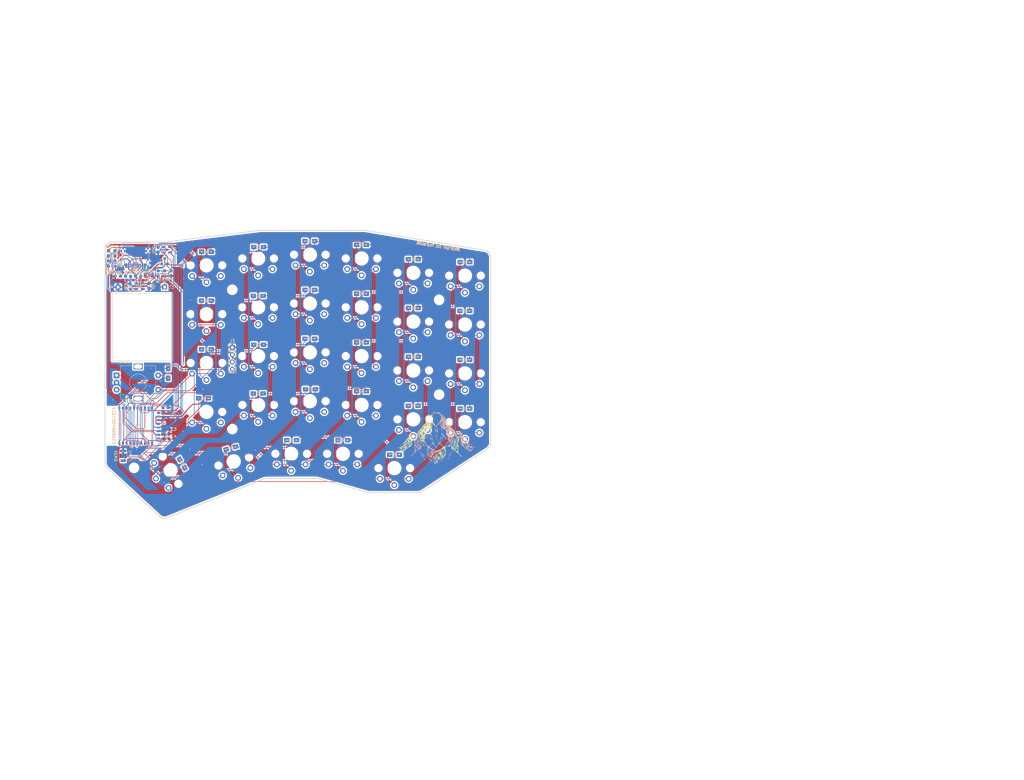
<source format=kicad_pcb>
(kicad_pcb (version 20171130) (host pcbnew "(5.1.8-0-10_14)")
  (layers (0 F.Cu signal) (31 B.Cu signal hide) (34 B.Paste user hide) (35 F.Paste user) (36 B.SilkS user hide) (37 F.SilkS user) (38 B.Mask user hide) (39 F.Mask user) (44 Edge.Cuts user))
  (net 0 "")
  (net 1 "Net-(D1-Pad2)")
  (net 2 row4)
  (net 3 "Net-(D2-Pad2)")
  (net 4 "Net-(D3-Pad2)")
  (net 5 row0)
  (net 6 "Net-(D4-Pad2)")
  (net 7 row1)
  (net 8 "Net-(D5-Pad2)")
  (net 9 row2)
  (net 10 "Net-(D6-Pad2)")
  (net 11 row3)
  (net 12 "Net-(D7-Pad2)")
  (net 13 "Net-(D8-Pad2)")
  (net 14 "Net-(D9-Pad2)")
  (net 15 "Net-(D10-Pad2)")
  (net 16 "Net-(D11-Pad2)")
  (net 17 "Net-(D12-Pad2)")
  (net 18 "Net-(D13-Pad2)")
  (net 19 "Net-(D14-Pad2)")
  (net 20 "Net-(D15-Pad2)")
  (net 21 "Net-(D16-Pad2)")
  (net 22 "Net-(D17-Pad2)")
  (net 23 "Net-(D18-Pad2)")
  (net 24 "Net-(D19-Pad2)")
  (net 25 "Net-(D20-Pad2)")
  (net 26 "Net-(D21-Pad2)")
  (net 27 "Net-(D22-Pad2)")
  (net 28 "Net-(D23-Pad2)")
  (net 29 "Net-(D24-Pad2)")
  (net 30 "Net-(D26-Pad2)")
  (net 31 "Net-(D27-Pad2)")
  (net 32 "Net-(D28-Pad2)")
  (net 33 GND)
  (net 34 col0)
  (net 35 col1)
  (net 36 col2)
  (net 37 col3)
  (net 38 col4)
  (net 39 "Net-(D29-Pad2)")
  (net 40 "Net-(D30-Pad2)")
  (net 41 col5)
  (net 42 VDD_H)
  (net 43 VBAT)
  (net 44 "Net-(C2-Pad1)")
  (net 45 "Net-(D25-Pad2)")
  (net 46 VBUS)
  (net 47 "Net-(D31-Pad1)")
  (net 48 "Net-(D32-Pad1)")
  (net 49 "Net-(J1-PadA5)")
  (net 50 DATA-)
  (net 51 DATA+)
  (net 52 "Net-(J1-PadB5)")
  (net 53 SWC)
  (net 54 "Net-(R1-Pad2)")
  (net 55 BATTERY_MEASURE)
  (net 56 ENCA)
  (net 57 ENCB)
  (net 58 RESET)
  (net 59 "Net-(C3-Pad2)")
  (net 60 "Net-(C4-Pad2)")
  (net 61 "Net-(C6-Pad2)")
  (net 62 "Net-(C7-Pad2)")
  (net 63 "Net-(C9-Pad1)")
  (net 64 VDD_H2)
  (net 65 "Net-(D34-Pad1)")
  (net 66 VBUS2)
  (net 67 "Net-(D36-Pad1)")
  (net 68 SWD)
  (net 69 "Net-(J5-PadA5)")
  (net 70 "Net-(J5-PadB5)")
  (net 71 BATTERY_MEASURE2)
  (net 72 "Net-(R15-Pad2)")
  (net 73 RESET2)
  (net 74 "Net-(R16-Pad1)")
  (net 75 P0.05_2)
  (net 76 "Net-(R2-Pad1)")
  (net 77 P0.05)
  (module BlueSof:Diode_SOD123 (layer F.Cu) (at 187 120 180)
    (fp_text reference D30 hide)
    (fp_text value D hide)
    (pad 2 thru_hole rect (at 1.7 0 180) (size 1.8 1.5) (drill 0.4) (layers *.Cu *.Mask) (net 40 "Net-(D30-Pad2)"))
    (pad 1 thru_hole rect (at -1.7 0 180) (size 1.8 1.5) (drill 0.4) (layers *.Cu *.Mask) (net 2 row4))
  )
  (module BlueSof:Diode_SOD123 (layer F.Cu) (at 169 114.95 180)
    (fp_text reference D29 hide)
    (fp_text value D hide)
    (pad 2 thru_hole rect (at 1.7 0 180) (size 1.8 1.5) (drill 0.4) (layers *.Cu *.Mask) (net 39 "Net-(D29-Pad2)"))
    (pad 1 thru_hole rect (at -1.7 0 180) (size 1.8 1.5) (drill 0.4) (layers *.Cu *.Mask) (net 2 row4))
  )
  (module BlueSof:Diode_SOD123 (layer F.Cu) (at 151.2 114.95 180)
    (fp_text reference D28 hide)
    (fp_text value D hide)
    (pad 2 thru_hole rect (at 1.7 0 180) (size 1.8 1.5) (drill 0.4) (layers *.Cu *.Mask) (net 32 "Net-(D28-Pad2)"))
    (pad 1 thru_hole rect (at -1.7 0 180) (size 1.8 1.5) (drill 0.4) (layers *.Cu *.Mask) (net 2 row4))
  )
  (module BlueSof:Diode_SOD123 (layer F.Cu) (at 130 117.7 195)
    (fp_text reference D27 hide)
    (fp_text value D hide)
    (pad 2 thru_hole rect (at 1.7 0 195) (size 1.8 1.5) (drill 0.4) (layers *.Cu *.Mask) (net 31 "Net-(D27-Pad2)"))
    (pad 1 thru_hole rect (at -1.7 0 195) (size 1.8 1.5) (drill 0.4) (layers *.Cu *.Mask) (net 2 row4))
  )
  (module BlueSof:Diode_SOD123 (layer F.Cu) (at 113.05 123.128 120)
    (fp_text reference D26 hide)
    (fp_text value D hide)
    (pad 2 thru_hole rect (at 1.7 0 120) (size 1.8 1.5) (drill 0.4) (layers *.Cu *.Mask) (net 30 "Net-(D26-Pad2)"))
    (pad 1 thru_hole rect (at -1.7 0 120) (size 1.8 1.5) (drill 0.4) (layers *.Cu *.Mask) (net 2 row4))
  )
  (module BlueSof:Diode_SOD123 (layer F.Cu) (at 108.2 91.7 270)
    (fp_text reference D25 hide)
    (fp_text value D hide)
    (pad 2 thru_hole rect (at 1.7 0 270) (size 1.8 1.5) (drill 0.4) (layers *.Cu *.Mask) (net 45 "Net-(D25-Pad2)"))
    (pad 1 thru_hole rect (at -1.7 0 270) (size 1.8 1.5) (drill 0.4) (layers *.Cu *.Mask) (net 2 row4))
  )
  (module BlueSof:Diode_SOD123 (layer F.Cu) (at 211.5 103.95 180)
    (fp_text reference D24 hide)
    (fp_text value D hide)
    (pad 2 thru_hole rect (at 1.7 0 180) (size 1.8 1.5) (drill 0.4) (layers *.Cu *.Mask) (net 29 "Net-(D24-Pad2)"))
    (pad 1 thru_hole rect (at -1.7 0 180) (size 1.8 1.5) (drill 0.4) (layers *.Cu *.Mask) (net 11 row3))
  )
  (module BlueSof:Diode_SOD123 (layer F.Cu) (at 193.45 102.95 180)
    (fp_text reference D23 hide)
    (fp_text value D hide)
    (pad 2 thru_hole rect (at 1.7 0 180) (size 1.8 1.5) (drill 0.4) (layers *.Cu *.Mask) (net 28 "Net-(D23-Pad2)"))
    (pad 1 thru_hole rect (at -1.7 0 180) (size 1.8 1.5) (drill 0.4) (layers *.Cu *.Mask) (net 11 row3))
  )
  (module BlueSof:Diode_SOD123 (layer F.Cu) (at 175.45 97.95 180)
    (fp_text reference D22 hide)
    (fp_text value D hide)
    (pad 2 thru_hole rect (at 1.7 0 180) (size 1.8 1.5) (drill 0.4) (layers *.Cu *.Mask) (net 27 "Net-(D22-Pad2)"))
    (pad 1 thru_hole rect (at -1.7 0 180) (size 1.8 1.5) (drill 0.4) (layers *.Cu *.Mask) (net 11 row3))
  )
  (module BlueSof:Diode_SOD123 (layer F.Cu) (at 157.7 97.2 180)
    (fp_text reference D21 hide)
    (fp_text value D hide)
    (pad 2 thru_hole rect (at 1.7 0 180) (size 1.8 1.5) (drill 0.4) (layers *.Cu *.Mask) (net 26 "Net-(D21-Pad2)"))
    (pad 1 thru_hole rect (at -1.7 0 180) (size 1.8 1.5) (drill 0.4) (layers *.Cu *.Mask) (net 11 row3))
  )
  (module BlueSof:Diode_SOD123 (layer F.Cu) (at 139.5 98.7 180)
    (fp_text reference D20 hide)
    (fp_text value D hide)
    (pad 2 thru_hole rect (at 1.7 0 180) (size 1.8 1.5) (drill 0.4) (layers *.Cu *.Mask) (net 25 "Net-(D20-Pad2)"))
    (pad 1 thru_hole rect (at -1.7 0 180) (size 1.8 1.5) (drill 0.4) (layers *.Cu *.Mask) (net 11 row3))
  )
  (module BlueSof:Diode_SOD123 (layer F.Cu) (at 120.5 100.35 180)
    (fp_text reference D19 hide)
    (fp_text value D hide)
    (pad 2 thru_hole rect (at 1.7 0 180) (size 1.8 1.5) (drill 0.4) (layers *.Cu *.Mask) (net 24 "Net-(D19-Pad2)"))
    (pad 1 thru_hole rect (at -1.7 0 180) (size 1.8 1.5) (drill 0.4) (layers *.Cu *.Mask) (net 11 row3))
  )
  (module BlueSof:Diode_SOD123 (layer F.Cu) (at 211.45 86.95 180)
    (fp_text reference D18 hide)
    (fp_text value D hide)
    (pad 2 thru_hole rect (at 1.7 0 180) (size 1.8 1.5) (drill 0.4) (layers *.Cu *.Mask) (net 23 "Net-(D18-Pad2)"))
    (pad 1 thru_hole rect (at -1.7 0 180) (size 1.8 1.5) (drill 0.4) (layers *.Cu *.Mask) (net 9 row2))
  )
  (module BlueSof:Diode_SOD123 (layer F.Cu) (at 193.5 85.95 180)
    (fp_text reference D17 hide)
    (fp_text value D hide)
    (pad 2 thru_hole rect (at 1.7 0 180) (size 1.8 1.5) (drill 0.4) (layers *.Cu *.Mask) (net 22 "Net-(D17-Pad2)"))
    (pad 1 thru_hole rect (at -1.7 0 180) (size 1.8 1.5) (drill 0.4) (layers *.Cu *.Mask) (net 9 row2))
  )
  (module BlueSof:Diode_SOD123 (layer F.Cu) (at 175.45 80.95 180)
    (fp_text reference D16 hide)
    (fp_text value D hide)
    (pad 2 thru_hole rect (at 1.7 0 180) (size 1.8 1.5) (drill 0.4) (layers *.Cu *.Mask) (net 21 "Net-(D16-Pad2)"))
    (pad 1 thru_hole rect (at -1.7 0 180) (size 1.8 1.5) (drill 0.4) (layers *.Cu *.Mask) (net 9 row2))
  )
  (module BlueSof:Diode_SOD123 (layer F.Cu) (at 157.5 79.65 180)
    (fp_text reference D15 hide)
    (fp_text value D hide)
    (pad 2 thru_hole rect (at 1.7 0 180) (size 1.8 1.5) (drill 0.4) (layers *.Cu *.Mask) (net 20 "Net-(D15-Pad2)"))
    (pad 1 thru_hole rect (at -1.7 0 180) (size 1.8 1.5) (drill 0.4) (layers *.Cu *.Mask) (net 9 row2))
  )
  (module BlueSof:Diode_SOD123 (layer F.Cu) (at 139.7 81.7 180)
    (fp_text reference D14 hide)
    (fp_text value D hide)
    (pad 2 thru_hole rect (at 1.7 0 180) (size 1.8 1.5) (drill 0.4) (layers *.Cu *.Mask) (net 19 "Net-(D14-Pad2)"))
    (pad 1 thru_hole rect (at -1.7 0 180) (size 1.8 1.5) (drill 0.4) (layers *.Cu *.Mask) (net 9 row2))
  )
  (module BlueSof:Diode_SOD123 (layer F.Cu) (at 121.5 83.35 180)
    (fp_text reference D13 hide)
    (fp_text value D hide)
    (pad 2 thru_hole rect (at 1.7 0 180) (size 1.8 1.5) (drill 0.4) (layers *.Cu *.Mask) (net 18 "Net-(D13-Pad2)"))
    (pad 1 thru_hole rect (at -1.7 0 180) (size 1.8 1.5) (drill 0.4) (layers *.Cu *.Mask) (net 9 row2))
  )
  (module BlueSof:Diode_SOD123 (layer F.Cu) (at 211.45 69.95 180)
    (fp_text reference D12 hide)
    (fp_text value D hide)
    (pad 2 thru_hole rect (at 1.7 0 180) (size 1.8 1.5) (drill 0.4) (layers *.Cu *.Mask) (net 17 "Net-(D12-Pad2)"))
    (pad 1 thru_hole rect (at -1.7 0 180) (size 1.8 1.5) (drill 0.4) (layers *.Cu *.Mask) (net 7 row1))
  )
  (module BlueSof:Diode_SOD123 (layer F.Cu) (at 193.5 68.95 180)
    (fp_text reference D11 hide)
    (fp_text value D hide)
    (pad 2 thru_hole rect (at 1.7 0 180) (size 1.8 1.5) (drill 0.4) (layers *.Cu *.Mask) (net 16 "Net-(D11-Pad2)"))
    (pad 1 thru_hole rect (at -1.7 0 180) (size 1.8 1.5) (drill 0.4) (layers *.Cu *.Mask) (net 7 row1))
  )
  (module BlueSof:Diode_SOD123 (layer F.Cu) (at 175.45 63.95 180)
    (fp_text reference D10 hide)
    (fp_text value D hide)
    (pad 2 thru_hole rect (at 1.7 0 180) (size 1.8 1.5) (drill 0.4) (layers *.Cu *.Mask) (net 15 "Net-(D10-Pad2)"))
    (pad 1 thru_hole rect (at -1.7 0 180) (size 1.8 1.5) (drill 0.4) (layers *.Cu *.Mask) (net 7 row1))
  )
  (module BlueSof:Diode_SOD123 (layer F.Cu) (at 157.5 62.65 180)
    (fp_text reference D9 hide)
    (fp_text value D hide)
    (pad 2 thru_hole rect (at 1.7 0 180) (size 1.8 1.5) (drill 0.4) (layers *.Cu *.Mask) (net 14 "Net-(D9-Pad2)"))
    (pad 1 thru_hole rect (at -1.7 0 180) (size 1.8 1.5) (drill 0.4) (layers *.Cu *.Mask) (net 7 row1))
  )
  (module BlueSof:Diode_SOD123 (layer F.Cu) (at 139.5 64.7 180)
    (fp_text reference D8 hide)
    (fp_text value D hide)
    (pad 2 thru_hole rect (at 1.7 0 180) (size 1.8 1.5) (drill 0.4) (layers *.Cu *.Mask) (net 13 "Net-(D8-Pad2)"))
    (pad 1 thru_hole rect (at -1.7 0 180) (size 1.8 1.5) (drill 0.4) (layers *.Cu *.Mask) (net 7 row1))
  )
  (module BlueSof:Diode_SOD123 (layer F.Cu) (at 121.45 66.35 180)
    (fp_text reference D7 hide)
    (fp_text value D hide)
    (pad 2 thru_hole rect (at 1.7 0 180) (size 1.8 1.5) (drill 0.4) (layers *.Cu *.Mask) (net 12 "Net-(D7-Pad2)"))
    (pad 1 thru_hole rect (at -1.7 0 180) (size 1.8 1.5) (drill 0.4) (layers *.Cu *.Mask) (net 7 row1))
  )
  (module BlueSof:Diode_SOD123 (layer F.Cu) (at 211.5 52.95 180)
    (fp_text reference D6 hide)
    (fp_text value D hide)
    (pad 2 thru_hole rect (at 1.7 0 180) (size 1.8 1.5) (drill 0.4) (layers *.Cu *.Mask) (net 10 "Net-(D6-Pad2)"))
    (pad 1 thru_hole rect (at -1.7 0 180) (size 1.8 1.5) (drill 0.4) (layers *.Cu *.Mask) (net 5 row0))
  )
  (module BlueSof:Diode_SOD123 (layer F.Cu) (at 193.5 51.95 180)
    (fp_text reference D5 hide)
    (fp_text value D hide)
    (pad 2 thru_hole rect (at 1.7 0 180) (size 1.8 1.5) (drill 0.4) (layers *.Cu *.Mask) (net 8 "Net-(D5-Pad2)"))
    (pad 1 thru_hole rect (at -1.7 0 180) (size 1.8 1.5) (drill 0.4) (layers *.Cu *.Mask) (net 5 row0))
  )
  (module BlueSof:Diode_SOD123 (layer F.Cu) (at 175.5 46.95 180)
    (fp_text reference D4 hide)
    (fp_text value D hide)
    (pad 2 thru_hole rect (at 1.7 0 180) (size 1.8 1.5) (drill 0.4) (layers *.Cu *.Mask) (net 6 "Net-(D4-Pad2)"))
    (pad 1 thru_hole rect (at -1.7 0 180) (size 1.8 1.5) (drill 0.4) (layers *.Cu *.Mask) (net 5 row0))
  )
  (module BlueSof:Diode_SOD123 (layer F.Cu) (at 157.5 45.65 180)
    (fp_text reference D3 hide)
    (fp_text value D hide)
    (pad 2 thru_hole rect (at 1.7 0 180) (size 1.8 1.5) (drill 0.4) (layers *.Cu *.Mask) (net 4 "Net-(D3-Pad2)"))
    (pad 1 thru_hole rect (at -1.7 0 180) (size 1.8 1.5) (drill 0.4) (layers *.Cu *.Mask) (net 5 row0))
  )
  (module BlueSof:Diode_SOD123 (layer F.Cu) (at 139.7 47.7 180)
    (fp_text reference D2 hide)
    (fp_text value D hide)
    (pad 2 thru_hole rect (at 1.7 0 180) (size 1.8 1.5) (drill 0.4) (layers *.Cu *.Mask) (net 3 "Net-(D2-Pad2)"))
    (pad 1 thru_hole rect (at -1.7 0 180) (size 1.8 1.5) (drill 0.4) (layers *.Cu *.Mask) (net 5 row0))
  )
  (module BlueSof:Diode_SOD123 (layer F.Cu) (at 121.5 49.35 180)
    (fp_text reference D1 hide)
    (fp_text value D hide)
    (pad 2 thru_hole rect (at 1.7 0 180) (size 1.8 1.5) (drill 0.4) (layers *.Cu *.Mask) (net 1 "Net-(D1-Pad2)"))
    (pad 1 thru_hole rect (at -1.7 0 180) (size 1.8 1.5) (drill 0.4) (layers *.Cu *.Mask) (net 5 row0))
  )
  (module BlueSof:KailhLowProfile_1.5U (layer F.Cu) (at 109 125.4 300)
    (fp_text reference SW26 hide)
    (fp_text value SW_PUSH hide)
    (pad "" np_thru_hole circle (at 5.5 0 30) (size 1.9 1.9) (drill 1.9) (layers *.Cu *.Mask))
    (pad "" np_thru_hole circle (at -5.5 0 30) (size 1.9 1.9) (drill 1.9) (layers *.Cu *.Mask))
    (pad "" np_thru_hole circle (at 0 0 30) (size 4 4) (drill 4) (layers *.Cu *.Mask))
    (pad 2 thru_hole circle (at 0 5.9 30) (size 2 2) (drill 1.2) (layers *.Cu *.Mask) (net 30 "Net-(D26-Pad2)"))
    (pad 1 thru_hole circle (at -5 3.7 30) (size 2 2) (drill 1.2) (layers *.Cu *.Mask) (net 38 col4))
    (pad 1 thru_hole circle (at 5 3.7 210) (size 2 2) (drill 1.2) (layers *.Cu *.Mask) (net 38 col4))
  )
  (module BlueSof:mountain (layer F.Cu) (at 200.8 114.3)
    (fp_text reference G*** hide)
    (fp_text value LOGO hide)
  )
  (module BlueSof:mountain (layer B.Cu) (at 202.3 114.1 180)
    (fp_text reference G*** hide)
    (fp_text value LOGO hide)
  )
  (module "" (layer F.Cu) (at 206.5 119.3)
    (fp_text reference "" (at 199.4 113.8) (layer F.SilkS) (effects (font (size 1.27 1.27))))
    (fp_text value "" (at 199.4 113.8) (layer F.SilkS) (effects (font (size 1.27 1.27))))
  )
  (module BlueSof:KailhLowProfile (layer F.Cu) (at 169 119.7)
    (fp_text reference SW29 hide)
    (fp_text value SW_PUSH hide)
    (pad "" np_thru_hole circle (at 5.5 0 90) (size 1.9 1.9) (drill 1.9) (layers *.Cu *.Mask))
    (pad "" np_thru_hole circle (at -5.5 0 90) (size 1.9 1.9) (drill 1.9) (layers *.Cu *.Mask))
    (pad "" np_thru_hole circle (at 0 0 90) (size 4 4) (drill 4) (layers *.Cu *.Mask))
    (pad 2 thru_hole circle (at 0 5.9 90) (size 2 2) (drill 1.2) (layers *.Cu *.Mask) (net 39 "Net-(D29-Pad2)"))
    (pad 1 thru_hole circle (at -5 3.7 90) (size 2 2) (drill 1.2) (layers *.Cu *.Mask) (net 35 col1))
    (pad 1 thru_hole circle (at 5 3.7 270) (size 2 2) (drill 1.2) (layers *.Cu *.Mask) (net 35 col1))
  )
  (module BlueSof:KailhLowProfile (layer F.Cu) (at 186.9 124.7)
    (fp_text reference SW30 hide)
    (fp_text value SW_PUSH hide)
    (pad "" np_thru_hole circle (at 5.5 0 90) (size 1.9 1.9) (drill 1.9) (layers *.Cu *.Mask))
    (pad "" np_thru_hole circle (at -5.5 0 90) (size 1.9 1.9) (drill 1.9) (layers *.Cu *.Mask))
    (pad "" np_thru_hole circle (at 0 0 90) (size 4 4) (drill 4) (layers *.Cu *.Mask))
    (pad 2 thru_hole circle (at 0 5.9 90) (size 2 2) (drill 1.2) (layers *.Cu *.Mask) (net 40 "Net-(D30-Pad2)"))
    (pad 1 thru_hole circle (at -5 3.7 90) (size 2 2) (drill 1.2) (layers *.Cu *.Mask) (net 34 col0))
    (pad 1 thru_hole circle (at 5 3.7 270) (size 2 2) (drill 1.2) (layers *.Cu *.Mask) (net 34 col0))
  )
  (module MountingHole:MountingHole_2.7mm_M2.5 (layer F.Cu) (at 96.3 124.6)
    (fp_text reference REF** hide)
    (fp_text value MountingHole_2.7mm_M2.5)
    (pad 1 np_thru_hole circle (at 0 0) (size 2.7 2.7) (drill 2.7) (layers *.Cu *.Mask))
  )
  (module MountingHole:MountingHole_2.7mm_M2.5 (layer F.Cu) (at 130.5 111.1)
    (fp_text reference REF** hide)
    (fp_text value MountingHole_2.7mm_M2.5)
    (pad 1 np_thru_hole circle (at 0 0) (size 2.7 2.7) (drill 2.7) (layers *.Cu *.Mask))
  )
  (module MountingHole:MountingHole_2.7mm_M2.5 (layer F.Cu) (at 202.5 99.1)
    (fp_text reference REF** hide)
    (fp_text value MountingHole_2.7mm_M2.5)
    (pad 1 np_thru_hole circle (at 0 0) (size 2.7 2.7) (drill 2.7) (layers *.Cu *.Mask))
  )
  (module MountingHole:MountingHole_2.7mm_M2.5 (layer F.Cu) (at 202.5 66.1)
    (fp_text reference REF** hide)
    (fp_text value MountingHole_2.7mm_M2.5)
    (pad 1 np_thru_hole circle (at 0 0) (size 2.7 2.7) (drill 2.7) (layers *.Cu *.Mask))
  )
  (module MountingHole:MountingHole_2.7mm_M2.5 (layer F.Cu) (at 130.5 62.6)
    (fp_text reference REF** hide)
    (fp_text value MountingHole_2.7mm_M2.5)
    (pad 1 np_thru_hole circle (at 0 0) (size 2.7 2.7) (drill 2.7) (layers *.Cu *.Mask))
  )
  (module Rotary_Encoder:RotaryEncoder_Alps_EC11E-Switch_Vertical_H20mm (layer F.Cu) (at 90.2 92.4)
    (fp_text reference SW25 (at 2.8 -4.7) (layer F.SilkS))
    (fp_text value Rotary_Encoder_Switch)
    (pad A thru_hole rect (at 0 0) (size 2 2) (drill 1) (layers *.Cu *.Mask) (net 56 ENCA))
    (pad C thru_hole circle (at 0 2.5) (size 2 2) (drill 1) (layers *.Cu *.Mask) (net 33 GND))
    (pad B thru_hole circle (at 0 5) (size 2 2) (drill 1) (layers *.Cu *.Mask) (net 57 ENCB))
    (pad MP thru_hole rect (at 7.5 -3.1) (size 3.2 2) (drill oval 2.8 1.5) (layers *.Cu *.Mask))
    (pad MP thru_hole rect (at 7.5 8.1) (size 3.2 2) (drill oval 2.8 1.5) (layers *.Cu *.Mask))
    (pad S2 thru_hole circle (at 14.5 0) (size 2 2) (drill 1) (layers *.Cu *.Mask) (net 45 "Net-(D25-Pad2)"))
    (pad S1 thru_hole circle (at 14.5 5) (size 2 2) (drill 1) (layers *.Cu *.Mask) (net 41 col5))
  )
  (module BlueSof:E73-2G4M08S1C-52840_NoInsidePads (layer B.Cu) (at 105.2 109.9 180)
    (fp_text reference U4 (at 7.746775 0.000467 90) (layer B.SilkS) (effects (justify mirror)))
    (fp_text value E73-2G4M08S1C)
    (fp_text user E73-2G4M08S1C (at 15.875 0 270) (layer B.SilkS) (effects (justify mirror)))
    (pad 10 smd rect (at 2.6 6.119 180) (size 0.65 1) (layers B.Cu B.Paste B.Mask) (net 56 ENCA))
    (pad 9 smd rect (at 3.87 6.119 180) (size 0.65 1) (layers B.Cu B.Paste B.Mask) (net 57 ENCB))
    (pad 8 smd rect (at 5.14 6.119 180) (size 0.65 1) (layers B.Cu B.Paste B.Mask) (net 71 BATTERY_MEASURE2))
    (pad 7 smd rect (at 6.41 6.119 180) (size 0.65 1) (layers B.Cu B.Paste B.Mask) (net 41 col5))
    (pad 6 smd rect (at 7.68 6.119 180) (size 0.65 1) (layers B.Cu B.Paste B.Mask) (net 38 col4))
    (pad 5 smd rect (at 8.95 6.119 180) (size 0.65 1) (layers B.Cu B.Paste B.Mask) (net 33 GND))
    (pad 4 smd rect (at 10.22 6.119 180) (size 0.65 1) (layers B.Cu B.Paste B.Mask) (net 37 col3))
    (pad 3 smd rect (at 11.49 6.119 180) (size 0.65 1) (layers B.Cu B.Paste B.Mask) (net 36 col2))
    (pad 2 smd rect (at 12.76 6.119 180) (size 0.65 1) (layers B.Cu B.Paste B.Mask) (net 35 col1))
    (pad 1 smd rect (at 14.03 6.119 180) (size 0.65 1) (layers B.Cu B.Paste B.Mask) (net 34 col0))
    (pad 31 smd rect (at 6.41 -6.119 180) (size 0.65 1) (layers B.Cu B.Paste B.Mask) (net 51 DATA+))
    (pad 43 smd rect (at 14.03 -6.119 180) (size 0.65 1) (layers B.Cu B.Paste B.Mask) (net 2 row4))
    (pad 33 smd rect (at 7.68 -6.119 180) (size 0.65 1) (layers B.Cu B.Paste B.Mask) (net 7 row1))
    (pad 41 smd rect (at 12.76 -6.119 180) (size 0.65 1) (layers B.Cu B.Paste B.Mask) (net 11 row3))
    (pad 39 smd rect (at 11.49 -6.119 180) (size 0.65 1) (layers B.Cu B.Paste B.Mask) (net 53 SWC))
    (pad 37 smd rect (at 10.22 -6.119 180) (size 0.65 1) (layers B.Cu B.Paste B.Mask) (net 68 SWD))
    (pad 29 smd rect (at 5.14 -6.119 180) (size 0.65 1) (layers B.Cu B.Paste B.Mask) (net 50 DATA-))
    (pad 35 smd rect (at 8.95 -6.119 180) (size 0.65 1) (layers B.Cu B.Paste B.Mask) (net 9 row2))
    (pad 27 smd rect (at 3.87 -6.119 180) (size 0.65 1) (layers B.Cu B.Paste B.Mask) (net 66 VBUS2))
    (pad 26 smd rect (at 2.6 -6.119 180) (size 0.65 1) (layers B.Cu B.Paste B.Mask) (net 73 RESET2))
    (pad 23 smd rect (at 0.381 -3.15 90) (size 0.65 1) (layers B.Cu B.Paste B.Mask) (net 64 VDD_H2))
    (pad 11 smd rect (at 0.381 4.47 90) (size 0.65 1) (layers B.Cu B.Paste B.Mask) (net 62 "Net-(C7-Pad2)"))
    (pad 21 smd rect (at 0.381 -1.88 90) (size 0.65 1) (layers B.Cu B.Paste B.Mask) (net 33 GND))
    (pad 13 smd rect (at 0.381 3.2 90) (size 0.65 1) (layers B.Cu B.Paste B.Mask) (net 61 "Net-(C6-Pad2)"))
    (pad 15 smd rect (at 0.381 1.93 90) (size 0.65 1) (layers B.Cu B.Paste B.Mask) (net 75 P0.05_2))
    (pad 17 smd rect (at 0.381 0.66 90) (size 0.65 1) (layers B.Cu B.Paste B.Mask) (net 5 row0))
    (pad 25 smd rect (at 0.381 -4.42 90) (size 0.65 1) (layers B.Cu B.Paste B.Mask))
    (pad 19 smd rect (at 0.381 -0.61 90) (size 0.65 1) (layers B.Cu B.Paste B.Mask) (net 64 VDD_H2))
  )
  (module BlueSof:E73-2G4M08S1C-52840_NoInsidePads (layer F.Cu) (at 105.2 109.9 180)
    (fp_text reference U2 (at 7.365001 -0.174 270) (layer F.SilkS))
    (fp_text value E73-2G4M08S1C)
    (fp_text user E73-2G4M08S1C (at 15.875 0 90) (layer F.SilkS))
    (pad 10 smd rect (at 2.6 -6.119 180) (size 0.65 1) (layers F.Cu F.Paste F.Mask) (net 56 ENCA))
    (pad 9 smd rect (at 3.87 -6.119 180) (size 0.65 1) (layers F.Cu F.Paste F.Mask) (net 57 ENCB))
    (pad 8 smd rect (at 5.14 -6.119 180) (size 0.65 1) (layers F.Cu F.Paste F.Mask) (net 55 BATTERY_MEASURE))
    (pad 7 smd rect (at 6.41 -6.119 180) (size 0.65 1) (layers F.Cu F.Paste F.Mask) (net 41 col5))
    (pad 6 smd rect (at 7.68 -6.119 180) (size 0.65 1) (layers F.Cu F.Paste F.Mask) (net 38 col4))
    (pad 5 smd rect (at 8.95 -6.119 180) (size 0.65 1) (layers F.Cu F.Paste F.Mask) (net 33 GND))
    (pad 4 smd rect (at 10.22 -6.119 180) (size 0.65 1) (layers F.Cu F.Paste F.Mask) (net 37 col3))
    (pad 3 smd rect (at 11.49 -6.119 180) (size 0.65 1) (layers F.Cu F.Paste F.Mask) (net 36 col2))
    (pad 2 smd rect (at 12.76 -6.119 180) (size 0.65 1) (layers F.Cu F.Paste F.Mask) (net 35 col1))
    (pad 1 smd rect (at 14.03 -6.119 180) (size 0.65 1) (layers F.Cu F.Paste F.Mask) (net 34 col0))
    (pad 31 smd rect (at 6.41 6.119 180) (size 0.65 1) (layers F.Cu F.Paste F.Mask) (net 51 DATA+))
    (pad 43 smd rect (at 14.03 6.119 180) (size 0.65 1) (layers F.Cu F.Paste F.Mask) (net 2 row4))
    (pad 33 smd rect (at 7.68 6.119 180) (size 0.65 1) (layers F.Cu F.Paste F.Mask) (net 7 row1))
    (pad 41 smd rect (at 12.76 6.119 180) (size 0.65 1) (layers F.Cu F.Paste F.Mask) (net 11 row3))
    (pad 39 smd rect (at 11.49 6.119 180) (size 0.65 1) (layers F.Cu F.Paste F.Mask) (net 53 SWC))
    (pad 37 smd rect (at 10.22 6.119 180) (size 0.65 1) (layers F.Cu F.Paste F.Mask) (net 68 SWD))
    (pad 29 smd rect (at 5.14 6.119 180) (size 0.65 1) (layers F.Cu F.Paste F.Mask) (net 50 DATA-))
    (pad 35 smd rect (at 8.95 6.119 180) (size 0.65 1) (layers F.Cu F.Paste F.Mask) (net 9 row2))
    (pad 27 smd rect (at 3.87 6.119 180) (size 0.65 1) (layers F.Cu F.Paste F.Mask) (net 46 VBUS))
    (pad 26 smd rect (at 2.6 6.119 180) (size 0.65 1) (layers F.Cu F.Paste F.Mask) (net 58 RESET))
    (pad 23 smd rect (at 0.381 3.15 270) (size 0.65 1) (layers F.Cu F.Paste F.Mask) (net 42 VDD_H))
    (pad 11 smd rect (at 0.381 -4.47 270) (size 0.65 1) (layers F.Cu F.Paste F.Mask) (net 60 "Net-(C4-Pad2)"))
    (pad 21 smd rect (at 0.381 1.88 270) (size 0.65 1) (layers F.Cu F.Paste F.Mask) (net 33 GND))
    (pad 13 smd rect (at 0.381 -3.2 270) (size 0.65 1) (layers F.Cu F.Paste F.Mask) (net 59 "Net-(C3-Pad2)"))
    (pad 15 smd rect (at 0.381 -1.93 270) (size 0.65 1) (layers F.Cu F.Paste F.Mask) (net 77 P0.05))
    (pad 17 smd rect (at 0.381 -0.66 270) (size 0.65 1) (layers F.Cu F.Paste F.Mask) (net 5 row0))
    (pad 25 smd rect (at 0.381 4.42 270) (size 0.65 1) (layers F.Cu F.Paste F.Mask))
    (pad 19 smd rect (at 0.381 0.61 270) (size 0.65 1) (layers F.Cu F.Paste F.Mask) (net 42 VDD_H))
  )
  (module Crystal:Crystal_SMD_MicroCrystal_CM9V-T1A-2Pin_1.6x1.0mm_HandSoldering (layer B.Cu) (at 106.6 106.15 90)
    (fp_text reference Y2 (at -2.75 0 90) (layer B.SilkS) (effects (justify mirror)))
    (fp_text value 32.768kHz)
    (pad 2 smd rect (at 0.825 0 90) (size 1.05 1.2) (layers B.Cu B.Paste B.Mask) (net 62 "Net-(C7-Pad2)"))
    (pad 1 smd rect (at -0.825 0 90) (size 1.05 1.2) (layers B.Cu B.Paste B.Mask) (net 61 "Net-(C6-Pad2)"))
  )
  (module Package_TO_SOT_SMD:SOT-23-5 (layer B.Cu) (at 107.675 48.675)
    (fp_text reference U6 (at 2.725 0.025 90) (layer B.SilkS) (effects (justify mirror)))
    (fp_text value AP2112K-3.3)
    (pad 5 smd roundrect (at 1.1375 0.95) (size 1.325 0.6) (layers B.Cu B.Paste B.Mask) (net 64 VDD_H2))
    (pad 4 smd roundrect (at 1.1375 -0.95) (size 1.325 0.6) (layers B.Cu B.Paste B.Mask))
    (pad 3 smd roundrect (at -1.1375 -0.95) (size 1.325 0.6) (layers B.Cu B.Paste B.Mask) (net 63 "Net-(C9-Pad1)"))
    (pad 2 smd roundrect (at -1.1375 0) (size 1.325 0.6) (layers B.Cu B.Paste B.Mask) (net 33 GND))
    (pad 1 smd roundrect (at -1.1375 0.95) (size 1.325 0.6) (layers B.Cu B.Paste B.Mask) (net 63 "Net-(C9-Pad1)"))
  )
  (module Package_TO_SOT_SMD:SOT-23-5 (layer B.Cu) (at 98.2 61.4)
    (fp_text reference U5 (at 0 0.1) (layer B.SilkS) (effects (justify mirror)))
    (fp_text value LN2054Y42AMR)
    (pad 5 smd roundrect (at 1.1375 0.95) (size 1.325 0.6) (layers B.Cu B.Paste B.Mask) (net 74 "Net-(R16-Pad1)"))
    (pad 4 smd roundrect (at 1.1375 -0.95) (size 1.325 0.6) (layers B.Cu B.Paste B.Mask) (net 66 VBUS2))
    (pad 3 smd roundrect (at -1.1375 -0.95) (size 1.325 0.6) (layers B.Cu B.Paste B.Mask) (net 43 VBAT))
    (pad 2 smd roundrect (at -1.1375 0) (size 1.325 0.6) (layers B.Cu B.Paste B.Mask) (net 33 GND))
    (pad 1 smd roundrect (at -1.1375 0.95) (size 1.325 0.6) (layers B.Cu B.Paste B.Mask) (net 72 "Net-(R15-Pad2)"))
  )
  (module Button_Switch_SMD:SW_SPST_B3U-1000P (layer B.Cu) (at 92.5 120.4 90)
    (fp_text reference SW32 (at 0 2.5 90) (layer B.SilkS) (effects (justify mirror)))
    (fp_text value SW_Push)
    (pad 2 smd rect (at 1.7 0 90) (size 0.9 1.7) (layers B.Cu B.Paste B.Mask) (net 33 GND))
    (pad 1 smd rect (at -1.7 0 90) (size 0.9 1.7) (layers B.Cu B.Paste B.Mask) (net 73 RESET2))
  )
  (module Resistor_SMD:R_0603_1608Metric_Pad0.98x0.95mm_HandSolder (layer B.Cu) (at 94.95 61.4 90)
    (fp_text reference R16 (at -0.1 -1.35 270) (layer B.SilkS) (effects (justify mirror)))
    (fp_text value 10k)
    (pad 2 smd roundrect (at 0.9125 0 90) (size 0.975 0.95) (layers B.Cu B.Paste B.Mask) (net 33 GND))
    (pad 1 smd roundrect (at -0.9125 0 90) (size 0.975 0.95) (layers B.Cu B.Paste B.Mask) (net 74 "Net-(R16-Pad1)"))
  )
  (module Resistor_SMD:R_0603_1608Metric_Pad0.98x0.95mm_HandSolder (layer B.Cu) (at 87.35 53.5 90)
    (fp_text reference R15 (at -2.4 0.45 180) (layer B.SilkS) (effects (justify mirror)))
    (fp_text value 1k)
    (pad 2 smd roundrect (at 0.9125 0 90) (size 0.975 0.95) (layers B.Cu B.Paste B.Mask) (net 72 "Net-(R15-Pad2)"))
    (pad 1 smd roundrect (at -0.9125 0 90) (size 0.975 0.95) (layers B.Cu B.Paste B.Mask) (net 67 "Net-(D36-Pad1)"))
  )
  (module Resistor_SMD:R_0603_1608Metric_Pad0.98x0.95mm_HandSolder (layer B.Cu) (at 97.712 57.9)
    (fp_text reference R14 (at 0 1.43) (layer B.SilkS) (effects (justify mirror)))
    (fp_text value 100k)
    (pad 2 smd roundrect (at 0.9125 0) (size 0.975 0.95) (layers B.Cu B.Paste B.Mask) (net 33 GND))
    (pad 1 smd roundrect (at -0.9125 0) (size 0.975 0.95) (layers B.Cu B.Paste B.Mask) (net 66 VBUS2))
  )
  (module Resistor_SMD:R_0603_1608Metric_Pad0.98x0.95mm_HandSolder (layer B.Cu) (at 90.7 57.9 180)
    (fp_text reference R13 (at 0 1.43) (layer B.SilkS) (effects (justify mirror)))
    (fp_text value 5.1k)
    (pad 2 smd roundrect (at 0.9125 0 180) (size 0.975 0.95) (layers B.Cu B.Paste B.Mask) (net 33 GND))
    (pad 1 smd roundrect (at -0.9125 0 180) (size 0.975 0.95) (layers B.Cu B.Paste B.Mask) (net 70 "Net-(J5-PadB5)"))
  )
  (module Resistor_SMD:R_0603_1608Metric_Pad0.98x0.95mm_HandSolder (layer B.Cu) (at 94.2125 57.9)
    (fp_text reference R12 (at 0 1.43) (layer B.SilkS) (effects (justify mirror)))
    (fp_text value 5.1k)
    (pad 2 smd roundrect (at 0.9125 0) (size 0.975 0.95) (layers B.Cu B.Paste B.Mask) (net 33 GND))
    (pad 1 smd roundrect (at -0.9125 0) (size 0.975 0.95) (layers B.Cu B.Paste B.Mask) (net 69 "Net-(J5-PadA5)"))
  )
  (module Resistor_SMD:R_0603_1608Metric_Pad0.98x0.95mm_HandSolder (layer B.Cu) (at 89.6 53.4875 270)
    (fp_text reference R11 (at 0.0125 -1.5 90) (layer B.SilkS) (effects (justify mirror)))
    (fp_text value 1k)
    (pad 2 smd roundrect (at 0.9125 0 270) (size 0.975 0.95) (layers B.Cu B.Paste B.Mask) (net 33 GND))
    (pad 1 smd roundrect (at -0.9125 0 270) (size 0.975 0.95) (layers B.Cu B.Paste B.Mask) (net 65 "Net-(D34-Pad1)"))
  )
  (module Resistor_SMD:R_0603_1608Metric_Pad0.98x0.95mm_HandSolder (layer B.Cu) (at 106.95 56.9 270)
    (fp_text reference R10 (at 2.35 0.1 180) (layer B.SilkS) (effects (justify mirror)))
    (fp_text value 2M)
    (pad 2 smd roundrect (at 0.9125 0 270) (size 0.975 0.95) (layers B.Cu B.Paste B.Mask) (net 33 GND))
    (pad 1 smd roundrect (at -0.9125 0 270) (size 0.975 0.95) (layers B.Cu B.Paste B.Mask) (net 71 BATTERY_MEASURE2))
  )
  (module Resistor_SMD:R_0603_1608Metric_Pad0.98x0.95mm_HandSolder (layer B.Cu) (at 104.7 56.9 90)
    (fp_text reference R3 (at -2.4 -0.1 180) (layer B.SilkS) (effects (justify mirror)))
    (fp_text value 820k)
    (pad 2 smd roundrect (at 0.9125 0 90) (size 0.975 0.95) (layers B.Cu B.Paste B.Mask) (net 71 BATTERY_MEASURE2))
    (pad 1 smd roundrect (at -0.9125 0 90) (size 0.975 0.95) (layers B.Cu B.Paste B.Mask) (net 43 VBAT))
  )
  (module Package_TO_SOT_SMD:SOT-23 (layer B.Cu) (at 106.95 52.675 90)
    (fp_text reference Q1 (at 0 2.5 90) (layer B.SilkS) (effects (justify mirror)))
    (fp_text value A03407)
    (pad 3 smd rect (at 1 0 90) (size 0.9 0.8) (layers B.Cu B.Paste B.Mask) (net 43 VBAT))
    (pad 2 smd rect (at -1 -0.95 90) (size 0.9 0.8) (layers B.Cu B.Paste B.Mask) (net 63 "Net-(C9-Pad1)"))
    (pad 1 smd rect (at -1 0.95 90) (size 0.9 0.8) (layers B.Cu B.Paste B.Mask) (net 66 VBUS2))
  )
  (module Connector_USB:USB_C_Receptacle_HRO_TYPE-C-31-M-12 (layer B.Cu) (at 96.8 50.15)
    (fp_text reference J5 (at 0.1 4.65) (layer B.SilkS) (effects (justify mirror)))
    (fp_text value USB_C_Receptacle_USB2.0)
    (pad B1 smd rect (at 3.25 4.045) (size 0.6 1.45) (layers B.Cu B.Paste B.Mask) (net 33 GND))
    (pad A9 smd rect (at 2.45 4.045) (size 0.6 1.45) (layers B.Cu B.Paste B.Mask) (net 66 VBUS2))
    (pad B9 smd rect (at -2.45 4.045) (size 0.6 1.45) (layers B.Cu B.Paste B.Mask) (net 66 VBUS2))
    (pad B12 smd rect (at -3.25 4.045) (size 0.6 1.45) (layers B.Cu B.Paste B.Mask) (net 33 GND))
    (pad A1 smd rect (at -3.25 4.045) (size 0.6 1.45) (layers B.Cu B.Paste B.Mask) (net 33 GND))
    (pad A4 smd rect (at -2.45 4.045) (size 0.6 1.45) (layers B.Cu B.Paste B.Mask) (net 66 VBUS2))
    (pad B4 smd rect (at 2.45 4.045) (size 0.6 1.45) (layers B.Cu B.Paste B.Mask) (net 66 VBUS2))
    (pad A12 smd rect (at 3.25 4.045) (size 0.6 1.45) (layers B.Cu B.Paste B.Mask) (net 33 GND))
    (pad B8 smd rect (at -1.75 4.045) (size 0.3 1.45) (layers B.Cu B.Paste B.Mask))
    (pad A5 smd rect (at -1.25 4.045) (size 0.3 1.45) (layers B.Cu B.Paste B.Mask) (net 69 "Net-(J5-PadA5)"))
    (pad B7 smd rect (at -0.75 4.045) (size 0.3 1.45) (layers B.Cu B.Paste B.Mask) (net 50 DATA-))
    (pad A7 smd rect (at 0.25 4.045) (size 0.3 1.45) (layers B.Cu B.Paste B.Mask) (net 50 DATA-))
    (pad B6 smd rect (at 0.75 4.045) (size 0.3 1.45) (layers B.Cu B.Paste B.Mask) (net 51 DATA+))
    (pad A8 smd rect (at 1.25 4.045) (size 0.3 1.45) (layers B.Cu B.Paste B.Mask))
    (pad B5 smd rect (at 1.75 4.045) (size 0.3 1.45) (layers B.Cu B.Paste B.Mask) (net 70 "Net-(J5-PadB5)"))
    (pad A6 smd rect (at -0.25 4.045) (size 0.3 1.45) (layers B.Cu B.Paste B.Mask) (net 51 DATA+))
    (pad S1 thru_hole oval (at 4.32 3.13) (size 1 2.1) (drill oval 0.6 1.7) (layers *.Cu *.Mask) (net 33 GND))
    (pad S1 thru_hole oval (at -4.32 3.13) (size 1 2.1) (drill oval 0.6 1.7) (layers *.Cu *.Mask) (net 33 GND))
    (pad "" np_thru_hole circle (at -2.89 2.6) (size 0.65 0.65) (drill 0.65) (layers *.Cu *.Mask))
    (pad S1 thru_hole oval (at -4.32 -1.05) (size 1 1.6) (drill oval 0.6 1.2) (layers *.Cu *.Mask) (net 33 GND))
    (pad "" np_thru_hole circle (at 2.89 2.6) (size 0.65 0.65) (drill 0.65) (layers *.Cu *.Mask))
    (pad S1 thru_hole oval (at 4.32 -1.05) (size 1 1.6) (drill oval 0.6 1.2) (layers *.Cu *.Mask) (net 33 GND))
  )
  (module LED_SMD:LED_0603_1608Metric_Pad1.05x0.95mm_HandSolder (layer B.Cu) (at 87.375 49.9 90)
    (fp_text reference D36 (at 2.4 0.325 180) (layer B.SilkS) (effects (justify mirror)))
    (fp_text value LED)
    (pad 2 smd roundrect (at 0.875 0 90) (size 1.05 0.95) (layers B.Cu B.Paste B.Mask) (net 66 VBUS2))
    (pad 1 smd roundrect (at -0.875 0 90) (size 1.05 0.95) (layers B.Cu B.Paste B.Mask) (net 67 "Net-(D36-Pad1)"))
  )
  (module Diode_SMD:D_SOD-323_HandSoldering (layer B.Cu) (at 101.45 57.15)
    (fp_text reference D35 (at 0 1.85) (layer B.SilkS) (effects (justify mirror)))
    (fp_text value 1N5819)
    (pad 2 smd rect (at 1.25 0) (size 1 1) (layers B.Cu B.Paste B.Mask) (net 66 VBUS2))
    (pad 1 smd rect (at -1.25 0) (size 1 1) (layers B.Cu B.Paste B.Mask) (net 63 "Net-(C9-Pad1)"))
  )
  (module LED_SMD:LED_0603_1608Metric_Pad1.05x0.95mm_HandSolder (layer B.Cu) (at 89.65 49.9 90)
    (fp_text reference D34 (at 0 1.43 90) (layer B.SilkS) (effects (justify mirror)))
    (fp_text value LED)
    (pad 2 smd roundrect (at 0.875 0 90) (size 1.05 0.95) (layers B.Cu B.Paste B.Mask) (net 75 P0.05_2))
    (pad 1 smd roundrect (at -0.875 0 90) (size 1.05 0.95) (layers B.Cu B.Paste B.Mask) (net 65 "Net-(D34-Pad1)"))
  )
  (module Capacitor_SMD:C_0603_1608Metric_Pad1.08x0.95mm_HandSolder (layer B.Cu) (at 104.7 48.6375 270)
    (fp_text reference C10 (at 0 1.43 90) (layer B.SilkS) (effects (justify mirror)))
    (fp_text value 10uF)
    (pad 2 smd roundrect (at 0.8625 0 270) (size 1.075 0.95) (layers B.Cu B.Paste B.Mask) (net 33 GND))
    (pad 1 smd roundrect (at -0.8625 0 270) (size 1.075 0.95) (layers B.Cu B.Paste B.Mask) (net 64 VDD_H2))
  )
  (module Capacitor_SMD:C_0603_1608Metric_Pad1.08x0.95mm_HandSolder (layer B.Cu) (at 109.2 56.8875 270)
    (fp_text reference C9 (at 2.4125 0 180) (layer B.SilkS) (effects (justify mirror)))
    (fp_text value 4.7uF)
    (pad 2 smd roundrect (at 0.8625 0 270) (size 1.075 0.95) (layers B.Cu B.Paste B.Mask) (net 33 GND))
    (pad 1 smd roundrect (at -0.8625 0 270) (size 1.075 0.95) (layers B.Cu B.Paste B.Mask) (net 63 "Net-(C9-Pad1)"))
  )
  (module Capacitor_SMD:C_0603_1608Metric_Pad1.08x0.95mm_HandSolder (layer B.Cu) (at 101.45 61.15 270)
    (fp_text reference C8 (at -0.05 -1.45 90) (layer B.SilkS) (effects (justify mirror)))
    (fp_text value 4.7uF)
    (pad 2 smd roundrect (at 0.8625 0 270) (size 1.075 0.95) (layers B.Cu B.Paste B.Mask) (net 33 GND))
    (pad 1 smd roundrect (at -0.8625 0 270) (size 1.075 0.95) (layers B.Cu B.Paste B.Mask) (net 43 VBAT))
  )
  (module Capacitor_SMD:C_0603_1608Metric_Pad1.08x0.95mm_HandSolder (layer B.Cu) (at 107.25 103.65 180)
    (fp_text reference C7 (at -2.65 -0.05) (layer B.SilkS) (effects (justify mirror)))
    (fp_text value 22pF)
    (pad 2 smd roundrect (at 0.8625 0 180) (size 1.075 0.95) (layers B.Cu B.Paste B.Mask) (net 62 "Net-(C7-Pad2)"))
    (pad 1 smd roundrect (at -0.8625 0 180) (size 1.075 0.95) (layers B.Cu B.Paste B.Mask) (net 33 GND))
  )
  (module Capacitor_SMD:C_0603_1608Metric_Pad1.08x0.95mm_HandSolder (layer B.Cu) (at 108.3 106.15 270)
    (fp_text reference C6 (at 0.05 -1.6 180) (layer B.SilkS) (effects (justify mirror)))
    (fp_text value 22pF)
    (pad 2 smd roundrect (at 0.8625 0 270) (size 1.075 0.95) (layers B.Cu B.Paste B.Mask) (net 61 "Net-(C6-Pad2)"))
    (pad 1 smd roundrect (at -0.8625 0 270) (size 1.075 0.95) (layers B.Cu B.Paste B.Mask) (net 33 GND))
  )
  (module Connector_USB:USB_C_Receptacle_HRO_TYPE-C-31-M-12 (layer F.Cu) (at 96.8 50.15 180)
    (fp_text reference J1 (at 0 -4.65) (layer F.SilkS))
    (fp_text value USB_C_Receptacle_USB2.0)
    (pad B1 smd rect (at 3.25 -4.045 180) (size 0.6 1.45) (layers F.Cu F.Paste F.Mask) (net 33 GND))
    (pad A9 smd rect (at 2.45 -4.045 180) (size 0.6 1.45) (layers F.Cu F.Paste F.Mask) (net 46 VBUS))
    (pad B9 smd rect (at -2.45 -4.045 180) (size 0.6 1.45) (layers F.Cu F.Paste F.Mask) (net 46 VBUS))
    (pad B12 smd rect (at -3.25 -4.045 180) (size 0.6 1.45) (layers F.Cu F.Paste F.Mask) (net 33 GND))
    (pad A1 smd rect (at -3.25 -4.045 180) (size 0.6 1.45) (layers F.Cu F.Paste F.Mask) (net 33 GND))
    (pad A4 smd rect (at -2.45 -4.045 180) (size 0.6 1.45) (layers F.Cu F.Paste F.Mask) (net 46 VBUS))
    (pad B4 smd rect (at 2.45 -4.045 180) (size 0.6 1.45) (layers F.Cu F.Paste F.Mask) (net 46 VBUS))
    (pad A12 smd rect (at 3.25 -4.045 180) (size 0.6 1.45) (layers F.Cu F.Paste F.Mask) (net 33 GND))
    (pad B8 smd rect (at -1.75 -4.045 180) (size 0.3 1.45) (layers F.Cu F.Paste F.Mask))
    (pad A5 smd rect (at -1.25 -4.045 180) (size 0.3 1.45) (layers F.Cu F.Paste F.Mask) (net 49 "Net-(J1-PadA5)"))
    (pad B7 smd rect (at -0.75 -4.045 180) (size 0.3 1.45) (layers F.Cu F.Paste F.Mask) (net 50 DATA-))
    (pad A7 smd rect (at 0.25 -4.045 180) (size 0.3 1.45) (layers F.Cu F.Paste F.Mask) (net 50 DATA-))
    (pad B6 smd rect (at 0.75 -4.045 180) (size 0.3 1.45) (layers F.Cu F.Paste F.Mask) (net 51 DATA+))
    (pad A8 smd rect (at 1.25 -4.045 180) (size 0.3 1.45) (layers F.Cu F.Paste F.Mask))
    (pad B5 smd rect (at 1.75 -4.045 180) (size 0.3 1.45) (layers F.Cu F.Paste F.Mask) (net 52 "Net-(J1-PadB5)"))
    (pad A6 smd rect (at -0.25 -4.045 180) (size 0.3 1.45) (layers F.Cu F.Paste F.Mask) (net 51 DATA+))
    (pad S1 thru_hole oval (at 4.32 -3.13 180) (size 1 2.1) (drill oval 0.6 1.7) (layers *.Cu *.Mask) (net 33 GND))
    (pad S1 thru_hole oval (at -4.32 -3.13 180) (size 1 2.1) (drill oval 0.6 1.7) (layers *.Cu *.Mask) (net 33 GND))
    (pad "" np_thru_hole circle (at -2.89 -2.6 180) (size 0.65 0.65) (drill 0.65) (layers *.Cu *.Mask))
    (pad S1 thru_hole oval (at -4.32 1.05 180) (size 1 1.6) (drill oval 0.6 1.2) (layers *.Cu *.Mask) (net 33 GND))
    (pad "" np_thru_hole circle (at 2.89 -2.6 180) (size 0.65 0.65) (drill 0.65) (layers *.Cu *.Mask))
    (pad S1 thru_hole oval (at 4.32 1.05 180) (size 1 1.6) (drill oval 0.6 1.2) (layers *.Cu *.Mask) (net 33 GND))
  )
  (module Connector_PinHeader_2.54mm:PinHeader_1x01_P2.54mm_Vertical (layer F.Cu) (at 90.7 61.7 90)
    (fp_text reference J4 (at 0.2 -2.4) (layer F.SilkS))
    (fp_text value Conn_01x01_Female)
    (pad 1 thru_hole rect (at 0 0 90) (size 1.7 1.7) (drill 1) (layers *.Cu *.Mask) (net 33 GND))
  )
  (module Connector_PinHeader_2.54mm:PinHeader_1x01_P2.54mm_Vertical (layer F.Cu) (at 106.95 61.65)
    (fp_text reference J2 (at 2.55 0.05 -90) (layer F.SilkS))
    (fp_text value Conn_01x01_Female)
    (pad 1 thru_hole rect (at 0 0) (size 1.7 1.7) (drill 1) (layers *.Cu *.Mask) (net 43 VBAT))
  )
  (module Connector_PinHeader_2.54mm:PinHeader_1x04_P2.54mm_Vertical (layer F.Cu) (at 130.5 82.65)
    (fp_text reference J3 (at 0 -2.33) (layer F.SilkS))
    (fp_text value Conn_01x04_Female)
    (pad 4 thru_hole oval (at 0 7.62) (size 1.7 1.7) (drill 1) (layers *.Cu *.Mask) (net 53 SWC))
    (pad 3 thru_hole oval (at 0 5.08) (size 1.7 1.7) (drill 1) (layers *.Cu *.Mask) (net 68 SWD))
    (pad 2 thru_hole oval (at 0 2.54) (size 1.7 1.7) (drill 1) (layers *.Cu *.Mask) (net 42 VDD_H))
    (pad 1 thru_hole rect (at 0 0) (size 1.7 1.7) (drill 1) (layers *.Cu *.Mask) (net 33 GND))
  )
  (module Crystal:Crystal_SMD_MicroCrystal_CM9V-T1A-2Pin_1.6x1.0mm_HandSoldering (layer F.Cu) (at 106.7 113.7 270)
    (fp_text reference Y1 (at 2.425 0 270) (layer F.SilkS))
    (fp_text value 32.768kHz)
    (pad 2 smd rect (at 0.825 0 270) (size 1.05 1.2) (layers F.Cu F.Paste F.Mask) (net 60 "Net-(C4-Pad2)"))
    (pad 1 smd rect (at -0.825 0 270) (size 1.05 1.2) (layers F.Cu F.Paste F.Mask) (net 59 "Net-(C3-Pad2)"))
  )
  (module Package_TO_SOT_SMD:SOT-23-5 (layer F.Cu) (at 107.7 48.65)
    (fp_text reference U3 (at 2.7 0.05 90) (layer F.SilkS))
    (fp_text value AP2112K-3.3)
    (pad 5 smd roundrect (at 1.1375 -0.95) (size 1.325 0.6) (layers F.Cu F.Paste F.Mask) (net 42 VDD_H))
    (pad 4 smd roundrect (at 1.1375 0.95) (size 1.325 0.6) (layers F.Cu F.Paste F.Mask))
    (pad 3 smd roundrect (at -1.1375 0.95) (size 1.325 0.6) (layers F.Cu F.Paste F.Mask) (net 44 "Net-(C2-Pad1)"))
    (pad 2 smd roundrect (at -1.1375 0) (size 1.325 0.6) (layers F.Cu F.Paste F.Mask) (net 33 GND))
    (pad 1 smd roundrect (at -1.1375 -0.95) (size 1.325 0.6) (layers F.Cu F.Paste F.Mask) (net 44 "Net-(C2-Pad1)"))
  )
  (module Package_TO_SOT_SMD:SOT-23-5 (layer F.Cu) (at 98.2 61.4 180)
    (fp_text reference U1 (at 0.1 0) (layer F.SilkS))
    (fp_text value LN2054Y42AMR)
    (pad 5 smd roundrect (at 1.1375 -0.95 180) (size 1.325 0.6) (layers F.Cu F.Paste F.Mask) (net 76 "Net-(R2-Pad1)"))
    (pad 4 smd roundrect (at 1.1375 0.95 180) (size 1.325 0.6) (layers F.Cu F.Paste F.Mask) (net 46 VBUS))
    (pad 3 smd roundrect (at -1.1375 0.95 180) (size 1.325 0.6) (layers F.Cu F.Paste F.Mask) (net 43 VBAT))
    (pad 2 smd roundrect (at -1.1375 0 180) (size 1.325 0.6) (layers F.Cu F.Paste F.Mask) (net 33 GND))
    (pad 1 smd roundrect (at -1.1375 -0.95 180) (size 1.325 0.6) (layers F.Cu F.Paste F.Mask) (net 54 "Net-(R1-Pad2)"))
  )
  (module Button_Switch_SMD:SW_SPST_B3U-1000P (layer F.Cu) (at 92.5 120.4 90)
    (fp_text reference SW31 (at 0 -2.5 90) (layer F.SilkS))
    (fp_text value SW_Push)
    (pad 2 smd rect (at 1.7 0 90) (size 0.9 1.7) (layers F.Cu F.Paste F.Mask) (net 33 GND))
    (pad 1 smd rect (at -1.7 0 90) (size 0.9 1.7) (layers F.Cu F.Paste F.Mask) (net 58 RESET))
  )
  (module Resistor_SMD:R_0603_1608Metric_Pad0.98x0.95mm_HandSolder (layer F.Cu) (at 97.7 57.9)
    (fp_text reference R9 (at 0 -1.43) (layer F.SilkS))
    (fp_text value 100k)
    (pad 2 smd roundrect (at 0.9125 0) (size 0.975 0.95) (layers F.Cu F.Paste F.Mask) (net 33 GND))
    (pad 1 smd roundrect (at -0.9125 0) (size 0.975 0.95) (layers F.Cu F.Paste F.Mask) (net 46 VBUS))
  )
  (module Resistor_SMD:R_0603_1608Metric_Pad0.98x0.95mm_HandSolder (layer F.Cu) (at 90.6125 57.9 180)
    (fp_text reference R8 (at -0.1 1.25) (layer F.SilkS))
    (fp_text value 5.1k)
    (pad 2 smd roundrect (at 0.9125 0 180) (size 0.975 0.95) (layers F.Cu F.Paste F.Mask) (net 33 GND))
    (pad 1 smd roundrect (at -0.9125 0 180) (size 0.975 0.95) (layers F.Cu F.Paste F.Mask) (net 52 "Net-(J1-PadB5)"))
  )
  (module Resistor_SMD:R_0603_1608Metric_Pad0.98x0.95mm_HandSolder (layer F.Cu) (at 94.2 57.9)
    (fp_text reference R7 (at 0 -1.43) (layer F.SilkS))
    (fp_text value 5.1k)
    (pad 2 smd roundrect (at 0.9125 0) (size 0.975 0.95) (layers F.Cu F.Paste F.Mask) (net 33 GND))
    (pad 1 smd roundrect (at -0.9125 0) (size 0.975 0.95) (layers F.Cu F.Paste F.Mask) (net 49 "Net-(J1-PadA5)"))
  )
  (module Resistor_SMD:R_0603_1608Metric_Pad0.98x0.95mm_HandSolder (layer F.Cu) (at 89.65 53.4875 270)
    (fp_text reference R6 (at 0.0125 -1.35 270) (layer F.SilkS))
    (fp_text value 1k)
    (pad 2 smd roundrect (at 0.9125 0 270) (size 0.975 0.95) (layers F.Cu F.Paste F.Mask) (net 33 GND))
    (pad 1 smd roundrect (at -0.9125 0 270) (size 0.975 0.95) (layers F.Cu F.Paste F.Mask) (net 48 "Net-(D32-Pad1)"))
  )
  (module Resistor_SMD:R_0603_1608Metric_Pad0.98x0.95mm_HandSolder (layer F.Cu) (at 106.95 56.9 270)
    (fp_text reference R5 (at 2.5 0 90) (layer F.SilkS))
    (fp_text value 2M)
    (pad 2 smd roundrect (at 0.9125 0 270) (size 0.975 0.95) (layers F.Cu F.Paste F.Mask) (net 33 GND))
    (pad 1 smd roundrect (at -0.9125 0 270) (size 0.975 0.95) (layers F.Cu F.Paste F.Mask) (net 55 BATTERY_MEASURE))
  )
  (module Resistor_SMD:R_0603_1608Metric_Pad0.98x0.95mm_HandSolder (layer F.Cu) (at 104.7 56.9 90)
    (fp_text reference R4 (at -2.5 0 270) (layer F.SilkS))
    (fp_text value 820k)
    (pad 2 smd roundrect (at 0.9125 0 90) (size 0.975 0.95) (layers F.Cu F.Paste F.Mask) (net 55 BATTERY_MEASURE))
    (pad 1 smd roundrect (at -0.9125 0 90) (size 0.975 0.95) (layers F.Cu F.Paste F.Mask) (net 43 VBAT))
  )
  (module Resistor_SMD:R_0603_1608Metric_Pad0.98x0.95mm_HandSolder (layer F.Cu) (at 94.95 61.4 90)
    (fp_text reference R2 (at 0 -1.35 270) (layer F.SilkS))
    (fp_text value 10k)
    (pad 2 smd roundrect (at 0.9125 0 90) (size 0.975 0.95) (layers F.Cu F.Paste F.Mask) (net 33 GND))
    (pad 1 smd roundrect (at -0.9125 0 90) (size 0.975 0.95) (layers F.Cu F.Paste F.Mask) (net 76 "Net-(R2-Pad1)"))
  )
  (module Resistor_SMD:R_0603_1608Metric_Pad0.98x0.95mm_HandSolder (layer F.Cu) (at 87.35 53.4875 270)
    (fp_text reference R1 (at 2.5125 -0.05 90) (layer F.SilkS))
    (fp_text value 1k)
    (pad 2 smd roundrect (at 0.9125 0 270) (size 0.975 0.95) (layers F.Cu F.Paste F.Mask) (net 54 "Net-(R1-Pad2)"))
    (pad 1 smd roundrect (at -0.9125 0 270) (size 0.975 0.95) (layers F.Cu F.Paste F.Mask) (net 47 "Net-(D31-Pad1)"))
  )
  (module Package_TO_SOT_SMD:SOT-23 (layer F.Cu) (at 106.95 52.65 90)
    (fp_text reference Q2 (at 0.2 2.5 90) (layer F.SilkS))
    (fp_text value A03407)
    (pad 3 smd rect (at 1 0 90) (size 0.9 0.8) (layers F.Cu F.Paste F.Mask) (net 43 VBAT))
    (pad 2 smd rect (at -1 0.95 90) (size 0.9 0.8) (layers F.Cu F.Paste F.Mask) (net 44 "Net-(C2-Pad1)"))
    (pad 1 smd rect (at -1 -0.95 90) (size 0.9 0.8) (layers F.Cu F.Paste F.Mask) (net 46 VBUS))
  )
  (module Diode_SMD:D_SOD-323_HandSoldering (layer F.Cu) (at 101.45 57.9)
    (fp_text reference D33 (at 0 -1.85) (layer F.SilkS))
    (fp_text value 1N5819)
    (pad 2 smd rect (at 1.25 0) (size 1 1) (layers F.Cu F.Paste F.Mask) (net 46 VBUS))
    (pad 1 smd rect (at -1.25 0) (size 1 1) (layers F.Cu F.Paste F.Mask) (net 44 "Net-(C2-Pad1)"))
  )
  (module LED_SMD:LED_0603_1608Metric_Pad1.05x0.95mm_HandSolder (layer F.Cu) (at 89.65 49.9 90)
    (fp_text reference D32 (at 2.2 0 180) (layer F.SilkS))
    (fp_text value LED)
    (pad 2 smd roundrect (at 0.875 0 90) (size 1.05 0.95) (layers F.Cu F.Paste F.Mask) (net 77 P0.05))
    (pad 1 smd roundrect (at -0.875 0 90) (size 1.05 0.95) (layers F.Cu F.Paste F.Mask) (net 48 "Net-(D32-Pad1)"))
  )
  (module LED_SMD:LED_0603_1608Metric_Pad1.05x0.95mm_HandSolder (layer F.Cu) (at 87.35 49.9 90)
    (fp_text reference D31 (at 2.2 0 180) (layer F.SilkS))
    (fp_text value LED)
    (pad 2 smd roundrect (at 0.875 0 90) (size 1.05 0.95) (layers F.Cu F.Paste F.Mask) (net 46 VBUS))
    (pad 1 smd roundrect (at -0.875 0 90) (size 1.05 0.95) (layers F.Cu F.Paste F.Mask) (net 47 "Net-(D31-Pad1)"))
  )
  (module Capacitor_SMD:C_0603_1608Metric_Pad1.08x0.95mm_HandSolder (layer F.Cu) (at 109.2 56.9 270)
    (fp_text reference C2 (at 2.5 0 90) (layer F.SilkS))
    (fp_text value 4.7uF)
    (pad 2 smd roundrect (at 0.8625 0 270) (size 1.075 0.95) (layers F.Cu F.Paste F.Mask) (net 33 GND))
    (pad 1 smd roundrect (at -0.8625 0 270) (size 1.075 0.95) (layers F.Cu F.Paste F.Mask) (net 44 "Net-(C2-Pad1)"))
  )
  (module Capacitor_SMD:C_0603_1608Metric_Pad1.08x0.95mm_HandSolder (layer F.Cu) (at 101.45 61.2875 270)
    (fp_text reference C1 (at 0.1125 -1.45 270) (layer F.SilkS))
    (fp_text value 4.7uF)
    (pad 2 smd roundrect (at 0.8625 0 270) (size 1.075 0.95) (layers F.Cu F.Paste F.Mask) (net 33 GND))
    (pad 1 smd roundrect (at -0.8625 0 270) (size 1.075 0.95) (layers F.Cu F.Paste F.Mask) (net 43 VBAT))
  )
  (module Capacitor_SMD:C_0603_1608Metric_Pad1.08x0.95mm_HandSolder (layer F.Cu) (at 108.5 113.65 270)
    (fp_text reference C4 (at -0.05 -1.6 180) (layer F.SilkS))
    (fp_text value 22pF)
    (pad 2 smd roundrect (at 0.8625 0 270) (size 1.075 0.95) (layers F.Cu F.Paste F.Mask) (net 60 "Net-(C4-Pad2)"))
    (pad 1 smd roundrect (at -0.8625 0 270) (size 1.075 0.95) (layers F.Cu F.Paste F.Mask) (net 33 GND))
  )
  (module Capacitor_SMD:C_0603_1608Metric_Pad1.08x0.95mm_HandSolder (layer F.Cu) (at 107.5 111.15 180)
    (fp_text reference C3 (at -2.6375 0) (layer F.SilkS))
    (fp_text value 22pF)
    (pad 2 smd roundrect (at 0.8625 0 180) (size 1.075 0.95) (layers F.Cu F.Paste F.Mask) (net 59 "Net-(C3-Pad2)"))
    (pad 1 smd roundrect (at -0.8625 0 180) (size 1.075 0.95) (layers F.Cu F.Paste F.Mask) (net 33 GND))
  )
  (module Capacitor_SMD:C_0603_1608Metric_Pad1.08x0.95mm_HandSolder (layer F.Cu) (at 104.7 48.65 270)
    (fp_text reference C5 (at -0.05 1.3 90) (layer F.SilkS))
    (fp_text value 10uF)
    (pad 2 smd roundrect (at 0.8625 0 270) (size 1.075 0.95) (layers F.Cu F.Paste F.Mask) (net 33 GND))
    (pad 1 smd roundrect (at -0.8625 0 270) (size 1.075 0.95) (layers F.Cu F.Paste F.Mask) (net 42 VDD_H))
  )
  (module BlueSof:KailhLowProfile (layer F.Cu) (at 151 119.7)
    (fp_text reference SW28 hide)
    (fp_text value SW_PUSH hide)
    (pad "" np_thru_hole circle (at 5.5 0 90) (size 1.9 1.9) (drill 1.9) (layers *.Cu *.Mask))
    (pad "" np_thru_hole circle (at -5.5 0 90) (size 1.9 1.9) (drill 1.9) (layers *.Cu *.Mask))
    (pad "" np_thru_hole circle (at 0 0 90) (size 4 4) (drill 4) (layers *.Cu *.Mask))
    (pad 2 thru_hole circle (at 0 5.9 90) (size 2 2) (drill 1.2) (layers *.Cu *.Mask) (net 32 "Net-(D28-Pad2)"))
    (pad 1 thru_hole circle (at -5 3.7 90) (size 2 2) (drill 1.2) (layers *.Cu *.Mask) (net 36 col2))
    (pad 1 thru_hole circle (at 5 3.7 270) (size 2 2) (drill 1.2) (layers *.Cu *.Mask) (net 36 col2))
  )
  (module BlueSof:KailhLowProfile (layer F.Cu) (at 131 122.37 15)
    (fp_text reference SW27 hide)
    (fp_text value SW_PUSH hide)
    (pad "" np_thru_hole circle (at 5.5 0 105) (size 1.9 1.9) (drill 1.9) (layers *.Cu *.Mask))
    (pad "" np_thru_hole circle (at -5.5 0 105) (size 1.9 1.9) (drill 1.9) (layers *.Cu *.Mask))
    (pad "" np_thru_hole circle (at 0 0 105) (size 4 4) (drill 4) (layers *.Cu *.Mask))
    (pad 2 thru_hole circle (at 0 5.9 105) (size 2 2) (drill 1.2) (layers *.Cu *.Mask) (net 31 "Net-(D27-Pad2)"))
    (pad 1 thru_hole circle (at -5 3.7 105) (size 2 2) (drill 1.2) (layers *.Cu *.Mask) (net 37 col3))
    (pad 1 thru_hole circle (at 5 3.7 285) (size 2 2) (drill 1.2) (layers *.Cu *.Mask) (net 37 col3))
  )
  (module BlueSof:KailhLowProfile (layer F.Cu) (at 211.5 108.7)
    (fp_text reference SW24 hide)
    (fp_text value SW_PUSH hide)
    (pad "" np_thru_hole circle (at 5.5 0 90) (size 1.9 1.9) (drill 1.9) (layers *.Cu *.Mask))
    (pad "" np_thru_hole circle (at -5.5 0 90) (size 1.9 1.9) (drill 1.9) (layers *.Cu *.Mask))
    (pad "" np_thru_hole circle (at 0 0 90) (size 4 4) (drill 4) (layers *.Cu *.Mask))
    (pad 2 thru_hole circle (at 0 5.9 90) (size 2 2) (drill 1.2) (layers *.Cu *.Mask) (net 29 "Net-(D24-Pad2)"))
    (pad 1 thru_hole circle (at -5 3.7 90) (size 2 2) (drill 1.2) (layers *.Cu *.Mask) (net 34 col0))
    (pad 1 thru_hole circle (at 5 3.7 270) (size 2 2) (drill 1.2) (layers *.Cu *.Mask) (net 34 col0))
  )
  (module BlueSof:KailhLowProfile (layer F.Cu) (at 193.5 107.7)
    (fp_text reference SW23 hide)
    (fp_text value SW_PUSH hide)
    (pad "" np_thru_hole circle (at 5.5 0 90) (size 1.9 1.9) (drill 1.9) (layers *.Cu *.Mask))
    (pad "" np_thru_hole circle (at -5.5 0 90) (size 1.9 1.9) (drill 1.9) (layers *.Cu *.Mask))
    (pad "" np_thru_hole circle (at 0 0 90) (size 4 4) (drill 4) (layers *.Cu *.Mask))
    (pad 2 thru_hole circle (at 0 5.9 90) (size 2 2) (drill 1.2) (layers *.Cu *.Mask) (net 28 "Net-(D23-Pad2)"))
    (pad 1 thru_hole circle (at -5 3.7 90) (size 2 2) (drill 1.2) (layers *.Cu *.Mask) (net 35 col1))
    (pad 1 thru_hole circle (at 5 3.7 270) (size 2 2) (drill 1.2) (layers *.Cu *.Mask) (net 35 col1))
  )
  (module BlueSof:KailhLowProfile (layer F.Cu) (at 175.5 102.7)
    (fp_text reference SW22 hide)
    (fp_text value SW_PUSH hide)
    (pad "" np_thru_hole circle (at 5.5 0 90) (size 1.9 1.9) (drill 1.9) (layers *.Cu *.Mask))
    (pad "" np_thru_hole circle (at -5.5 0 90) (size 1.9 1.9) (drill 1.9) (layers *.Cu *.Mask))
    (pad "" np_thru_hole circle (at 0 0 90) (size 4 4) (drill 4) (layers *.Cu *.Mask))
    (pad 2 thru_hole circle (at 0 5.9 90) (size 2 2) (drill 1.2) (layers *.Cu *.Mask) (net 27 "Net-(D22-Pad2)"))
    (pad 1 thru_hole circle (at -5 3.7 90) (size 2 2) (drill 1.2) (layers *.Cu *.Mask) (net 36 col2))
    (pad 1 thru_hole circle (at 5 3.7 270) (size 2 2) (drill 1.2) (layers *.Cu *.Mask) (net 36 col2))
  )
  (module BlueSof:KailhLowProfile (layer F.Cu) (at 157.5 101.4)
    (fp_text reference SW21 hide)
    (fp_text value SW_PUSH hide)
    (pad "" np_thru_hole circle (at 5.5 0 90) (size 1.9 1.9) (drill 1.9) (layers *.Cu *.Mask))
    (pad "" np_thru_hole circle (at -5.5 0 90) (size 1.9 1.9) (drill 1.9) (layers *.Cu *.Mask))
    (pad "" np_thru_hole circle (at 0 0 90) (size 4 4) (drill 4) (layers *.Cu *.Mask))
    (pad 2 thru_hole circle (at 0 5.9 90) (size 2 2) (drill 1.2) (layers *.Cu *.Mask) (net 26 "Net-(D21-Pad2)"))
    (pad 1 thru_hole circle (at -5 3.7 90) (size 2 2) (drill 1.2) (layers *.Cu *.Mask) (net 37 col3))
    (pad 1 thru_hole circle (at 5 3.7 270) (size 2 2) (drill 1.2) (layers *.Cu *.Mask) (net 37 col3))
  )
  (module BlueSof:KailhLowProfile (layer F.Cu) (at 139.5 102.7)
    (fp_text reference SW20 hide)
    (fp_text value SW_PUSH hide)
    (pad "" np_thru_hole circle (at 5.5 0 90) (size 1.9 1.9) (drill 1.9) (layers *.Cu *.Mask))
    (pad "" np_thru_hole circle (at -5.5 0 90) (size 1.9 1.9) (drill 1.9) (layers *.Cu *.Mask))
    (pad "" np_thru_hole circle (at 0 0 90) (size 4 4) (drill 4) (layers *.Cu *.Mask))
    (pad 2 thru_hole circle (at 0 5.9 90) (size 2 2) (drill 1.2) (layers *.Cu *.Mask) (net 25 "Net-(D20-Pad2)"))
    (pad 1 thru_hole circle (at -5 3.7 90) (size 2 2) (drill 1.2) (layers *.Cu *.Mask) (net 38 col4))
    (pad 1 thru_hole circle (at 5 3.7 270) (size 2 2) (drill 1.2) (layers *.Cu *.Mask) (net 38 col4))
  )
  (module BlueSof:KailhLowProfile (layer F.Cu) (at 121.5 105.1)
    (fp_text reference SW19 hide)
    (fp_text value SW_PUSH hide)
    (pad "" np_thru_hole circle (at 5.5 0 90) (size 1.9 1.9) (drill 1.9) (layers *.Cu *.Mask))
    (pad "" np_thru_hole circle (at -5.5 0 90) (size 1.9 1.9) (drill 1.9) (layers *.Cu *.Mask))
    (pad "" np_thru_hole circle (at 0 0 90) (size 4 4) (drill 4) (layers *.Cu *.Mask))
    (pad 2 thru_hole circle (at 0 5.9 90) (size 2 2) (drill 1.2) (layers *.Cu *.Mask) (net 24 "Net-(D19-Pad2)"))
    (pad 1 thru_hole circle (at -5 3.7 90) (size 2 2) (drill 1.2) (layers *.Cu *.Mask) (net 41 col5))
    (pad 1 thru_hole circle (at 5 3.7 270) (size 2 2) (drill 1.2) (layers *.Cu *.Mask) (net 41 col5))
  )
  (module BlueSof:KailhLowProfile (layer F.Cu) (at 211.5 91.7)
    (fp_text reference SW18 hide)
    (fp_text value SW_PUSH hide)
    (pad "" np_thru_hole circle (at 5.5 0 90) (size 1.9 1.9) (drill 1.9) (layers *.Cu *.Mask))
    (pad "" np_thru_hole circle (at -5.5 0 90) (size 1.9 1.9) (drill 1.9) (layers *.Cu *.Mask))
    (pad "" np_thru_hole circle (at 0 0 90) (size 4 4) (drill 4) (layers *.Cu *.Mask))
    (pad 2 thru_hole circle (at 0 5.9 90) (size 2 2) (drill 1.2) (layers *.Cu *.Mask) (net 23 "Net-(D18-Pad2)"))
    (pad 1 thru_hole circle (at -5 3.7 90) (size 2 2) (drill 1.2) (layers *.Cu *.Mask) (net 34 col0))
    (pad 1 thru_hole circle (at 5 3.7 270) (size 2 2) (drill 1.2) (layers *.Cu *.Mask) (net 34 col0))
  )
  (module BlueSof:KailhLowProfile (layer F.Cu) (at 193.5 90.7)
    (fp_text reference SW17 hide)
    (fp_text value SW_PUSH hide)
    (pad "" np_thru_hole circle (at 5.5 0 90) (size 1.9 1.9) (drill 1.9) (layers *.Cu *.Mask))
    (pad "" np_thru_hole circle (at -5.5 0 90) (size 1.9 1.9) (drill 1.9) (layers *.Cu *.Mask))
    (pad "" np_thru_hole circle (at 0 0 90) (size 4 4) (drill 4) (layers *.Cu *.Mask))
    (pad 2 thru_hole circle (at 0 5.9 90) (size 2 2) (drill 1.2) (layers *.Cu *.Mask) (net 22 "Net-(D17-Pad2)"))
    (pad 1 thru_hole circle (at -5 3.7 90) (size 2 2) (drill 1.2) (layers *.Cu *.Mask) (net 35 col1))
    (pad 1 thru_hole circle (at 5 3.7 270) (size 2 2) (drill 1.2) (layers *.Cu *.Mask) (net 35 col1))
  )
  (module BlueSof:KailhLowProfile (layer F.Cu) (at 175.5 85.7)
    (fp_text reference SW16 hide)
    (fp_text value SW_PUSH hide)
    (pad "" np_thru_hole circle (at 5.5 0 90) (size 1.9 1.9) (drill 1.9) (layers *.Cu *.Mask))
    (pad "" np_thru_hole circle (at -5.5 0 90) (size 1.9 1.9) (drill 1.9) (layers *.Cu *.Mask))
    (pad "" np_thru_hole circle (at 0 0 90) (size 4 4) (drill 4) (layers *.Cu *.Mask))
    (pad 2 thru_hole circle (at 0 5.9 90) (size 2 2) (drill 1.2) (layers *.Cu *.Mask) (net 21 "Net-(D16-Pad2)"))
    (pad 1 thru_hole circle (at -5 3.7 90) (size 2 2) (drill 1.2) (layers *.Cu *.Mask) (net 36 col2))
    (pad 1 thru_hole circle (at 5 3.7 270) (size 2 2) (drill 1.2) (layers *.Cu *.Mask) (net 36 col2))
  )
  (module BlueSof:KailhLowProfile (layer F.Cu) (at 157.5 84.4)
    (fp_text reference SW15 hide)
    (fp_text value SW_PUSH hide)
    (pad "" np_thru_hole circle (at 5.5 0 90) (size 1.9 1.9) (drill 1.9) (layers *.Cu *.Mask))
    (pad "" np_thru_hole circle (at -5.5 0 90) (size 1.9 1.9) (drill 1.9) (layers *.Cu *.Mask))
    (pad "" np_thru_hole circle (at 0 0 90) (size 4 4) (drill 4) (layers *.Cu *.Mask))
    (pad 2 thru_hole circle (at 0 5.9 90) (size 2 2) (drill 1.2) (layers *.Cu *.Mask) (net 20 "Net-(D15-Pad2)"))
    (pad 1 thru_hole circle (at -5 3.7 90) (size 2 2) (drill 1.2) (layers *.Cu *.Mask) (net 37 col3))
    (pad 1 thru_hole circle (at 5 3.7 270) (size 2 2) (drill 1.2) (layers *.Cu *.Mask) (net 37 col3))
  )
  (module BlueSof:KailhLowProfile (layer F.Cu) (at 139.5 85.7)
    (fp_text reference SW14 hide)
    (fp_text value SW_PUSH hide)
    (pad "" np_thru_hole circle (at 5.5 0 90) (size 1.9 1.9) (drill 1.9) (layers *.Cu *.Mask))
    (pad "" np_thru_hole circle (at -5.5 0 90) (size 1.9 1.9) (drill 1.9) (layers *.Cu *.Mask))
    (pad "" np_thru_hole circle (at 0 0 90) (size 4 4) (drill 4) (layers *.Cu *.Mask))
    (pad 2 thru_hole circle (at 0 5.9 90) (size 2 2) (drill 1.2) (layers *.Cu *.Mask) (net 19 "Net-(D14-Pad2)"))
    (pad 1 thru_hole circle (at -5 3.7 90) (size 2 2) (drill 1.2) (layers *.Cu *.Mask) (net 38 col4))
    (pad 1 thru_hole circle (at 5 3.7 270) (size 2 2) (drill 1.2) (layers *.Cu *.Mask) (net 38 col4))
  )
  (module BlueSof:KailhLowProfile (layer F.Cu) (at 121.5 88.1)
    (fp_text reference SW13 hide)
    (fp_text value SW_PUSH hide)
    (pad "" np_thru_hole circle (at 5.5 0 90) (size 1.9 1.9) (drill 1.9) (layers *.Cu *.Mask))
    (pad "" np_thru_hole circle (at -5.5 0 90) (size 1.9 1.9) (drill 1.9) (layers *.Cu *.Mask))
    (pad "" np_thru_hole circle (at 0 0 90) (size 4 4) (drill 4) (layers *.Cu *.Mask))
    (pad 2 thru_hole circle (at 0 5.9 90) (size 2 2) (drill 1.2) (layers *.Cu *.Mask) (net 18 "Net-(D13-Pad2)"))
    (pad 1 thru_hole circle (at -5 3.7 90) (size 2 2) (drill 1.2) (layers *.Cu *.Mask) (net 41 col5))
    (pad 1 thru_hole circle (at 5 3.7 270) (size 2 2) (drill 1.2) (layers *.Cu *.Mask) (net 41 col5))
  )
  (module BlueSof:KailhLowProfile (layer F.Cu) (at 211.5 74.7)
    (fp_text reference SW12 hide)
    (fp_text value SW_PUSH hide)
    (pad "" np_thru_hole circle (at 5.5 0 90) (size 1.9 1.9) (drill 1.9) (layers *.Cu *.Mask))
    (pad "" np_thru_hole circle (at -5.5 0 90) (size 1.9 1.9) (drill 1.9) (layers *.Cu *.Mask))
    (pad "" np_thru_hole circle (at 0 0 90) (size 4 4) (drill 4) (layers *.Cu *.Mask))
    (pad 2 thru_hole circle (at 0 5.9 90) (size 2 2) (drill 1.2) (layers *.Cu *.Mask) (net 17 "Net-(D12-Pad2)"))
    (pad 1 thru_hole circle (at -5 3.7 90) (size 2 2) (drill 1.2) (layers *.Cu *.Mask) (net 34 col0))
    (pad 1 thru_hole circle (at 5 3.7 270) (size 2 2) (drill 1.2) (layers *.Cu *.Mask) (net 34 col0))
  )
  (module BlueSof:KailhLowProfile (layer F.Cu) (at 193.5 73.7)
    (fp_text reference SW11 hide)
    (fp_text value SW_PUSH hide)
    (pad "" np_thru_hole circle (at 5.5 0 90) (size 1.9 1.9) (drill 1.9) (layers *.Cu *.Mask))
    (pad "" np_thru_hole circle (at -5.5 0 90) (size 1.9 1.9) (drill 1.9) (layers *.Cu *.Mask))
    (pad "" np_thru_hole circle (at 0 0 90) (size 4 4) (drill 4) (layers *.Cu *.Mask))
    (pad 2 thru_hole circle (at 0 5.9 90) (size 2 2) (drill 1.2) (layers *.Cu *.Mask) (net 16 "Net-(D11-Pad2)"))
    (pad 1 thru_hole circle (at -5 3.7 90) (size 2 2) (drill 1.2) (layers *.Cu *.Mask) (net 35 col1))
    (pad 1 thru_hole circle (at 5 3.7 270) (size 2 2) (drill 1.2) (layers *.Cu *.Mask) (net 35 col1))
  )
  (module BlueSof:KailhLowProfile (layer F.Cu) (at 175.5 68.7)
    (fp_text reference SW10 hide)
    (fp_text value SW_PUSH hide)
    (pad "" np_thru_hole circle (at 5.5 0 90) (size 1.9 1.9) (drill 1.9) (layers *.Cu *.Mask))
    (pad "" np_thru_hole circle (at -5.5 0 90) (size 1.9 1.9) (drill 1.9) (layers *.Cu *.Mask))
    (pad "" np_thru_hole circle (at 0 0 90) (size 4 4) (drill 4) (layers *.Cu *.Mask))
    (pad 2 thru_hole circle (at 0 5.9 90) (size 2 2) (drill 1.2) (layers *.Cu *.Mask) (net 15 "Net-(D10-Pad2)"))
    (pad 1 thru_hole circle (at -5 3.7 90) (size 2 2) (drill 1.2) (layers *.Cu *.Mask) (net 36 col2))
    (pad 1 thru_hole circle (at 5 3.7 270) (size 2 2) (drill 1.2) (layers *.Cu *.Mask) (net 36 col2))
  )
  (module BlueSof:KailhLowProfile (layer F.Cu) (at 157.5 67.4)
    (fp_text reference SW9 hide)
    (fp_text value SW_PUSH hide)
    (pad "" np_thru_hole circle (at 5.5 0 90) (size 1.9 1.9) (drill 1.9) (layers *.Cu *.Mask))
    (pad "" np_thru_hole circle (at -5.5 0 90) (size 1.9 1.9) (drill 1.9) (layers *.Cu *.Mask))
    (pad "" np_thru_hole circle (at 0 0 90) (size 4 4) (drill 4) (layers *.Cu *.Mask))
    (pad 2 thru_hole circle (at 0 5.9 90) (size 2 2) (drill 1.2) (layers *.Cu *.Mask) (net 14 "Net-(D9-Pad2)"))
    (pad 1 thru_hole circle (at -5 3.7 90) (size 2 2) (drill 1.2) (layers *.Cu *.Mask) (net 37 col3))
    (pad 1 thru_hole circle (at 5 3.7 270) (size 2 2) (drill 1.2) (layers *.Cu *.Mask) (net 37 col3))
  )
  (module BlueSof:KailhLowProfile (layer F.Cu) (at 139.5 68.7)
    (fp_text reference SW8 hide)
    (fp_text value SW_PUSH hide)
    (pad "" np_thru_hole circle (at 5.5 0 90) (size 1.9 1.9) (drill 1.9) (layers *.Cu *.Mask))
    (pad "" np_thru_hole circle (at -5.5 0 90) (size 1.9 1.9) (drill 1.9) (layers *.Cu *.Mask))
    (pad "" np_thru_hole circle (at 0 0 90) (size 4 4) (drill 4) (layers *.Cu *.Mask))
    (pad 2 thru_hole circle (at 0 5.9 90) (size 2 2) (drill 1.2) (layers *.Cu *.Mask) (net 13 "Net-(D8-Pad2)"))
    (pad 1 thru_hole circle (at -5 3.7 90) (size 2 2) (drill 1.2) (layers *.Cu *.Mask) (net 38 col4))
    (pad 1 thru_hole circle (at 5 3.7 270) (size 2 2) (drill 1.2) (layers *.Cu *.Mask) (net 38 col4))
  )
  (module BlueSof:KailhLowProfile (layer F.Cu) (at 121.5 71.1)
    (fp_text reference SW7 hide)
    (fp_text value SW_PUSH hide)
    (pad "" np_thru_hole circle (at 5.5 0 90) (size 1.9 1.9) (drill 1.9) (layers *.Cu *.Mask))
    (pad "" np_thru_hole circle (at -5.5 0 90) (size 1.9 1.9) (drill 1.9) (layers *.Cu *.Mask))
    (pad "" np_thru_hole circle (at 0 0 90) (size 4 4) (drill 4) (layers *.Cu *.Mask))
    (pad 2 thru_hole circle (at 0 5.9 90) (size 2 2) (drill 1.2) (layers *.Cu *.Mask) (net 12 "Net-(D7-Pad2)"))
    (pad 1 thru_hole circle (at -5 3.7 90) (size 2 2) (drill 1.2) (layers *.Cu *.Mask) (net 41 col5))
    (pad 1 thru_hole circle (at 5 3.7 270) (size 2 2) (drill 1.2) (layers *.Cu *.Mask) (net 41 col5))
  )
  (module BlueSof:KailhLowProfile (layer F.Cu) (at 211.5 57.7)
    (fp_text reference SW6 hide)
    (fp_text value SW_PUSH hide)
    (pad "" np_thru_hole circle (at 5.5 0 90) (size 1.9 1.9) (drill 1.9) (layers *.Cu *.Mask))
    (pad "" np_thru_hole circle (at -5.5 0 90) (size 1.9 1.9) (drill 1.9) (layers *.Cu *.Mask))
    (pad "" np_thru_hole circle (at 0 0 90) (size 4 4) (drill 4) (layers *.Cu *.Mask))
    (pad 2 thru_hole circle (at 0 5.9 90) (size 2 2) (drill 1.2) (layers *.Cu *.Mask) (net 10 "Net-(D6-Pad2)"))
    (pad 1 thru_hole circle (at -5 3.7 90) (size 2 2) (drill 1.2) (layers *.Cu *.Mask) (net 34 col0))
    (pad 1 thru_hole circle (at 5 3.7 270) (size 2 2) (drill 1.2) (layers *.Cu *.Mask) (net 34 col0))
  )
  (module BlueSof:KailhLowProfile (layer F.Cu) (at 193.5 56.7)
    (fp_text reference SW5 hide)
    (fp_text value SW_PUSH hide)
    (pad "" np_thru_hole circle (at 5.5 0 90) (size 1.9 1.9) (drill 1.9) (layers *.Cu *.Mask))
    (pad "" np_thru_hole circle (at -5.5 0 90) (size 1.9 1.9) (drill 1.9) (layers *.Cu *.Mask))
    (pad "" np_thru_hole circle (at 0 0 90) (size 4 4) (drill 4) (layers *.Cu *.Mask))
    (pad 2 thru_hole circle (at 0 5.9 90) (size 2 2) (drill 1.2) (layers *.Cu *.Mask) (net 8 "Net-(D5-Pad2)"))
    (pad 1 thru_hole circle (at -5 3.7 90) (size 2 2) (drill 1.2) (layers *.Cu *.Mask) (net 35 col1))
    (pad 1 thru_hole circle (at 5 3.7 270) (size 2 2) (drill 1.2) (layers *.Cu *.Mask) (net 35 col1))
  )
  (module BlueSof:KailhLowProfile (layer F.Cu) (at 175.5 51.7)
    (fp_text reference SW4 hide)
    (fp_text value SW_PUSH hide)
    (pad "" np_thru_hole circle (at 5.5 0 90) (size 1.9 1.9) (drill 1.9) (layers *.Cu *.Mask))
    (pad "" np_thru_hole circle (at -5.5 0 90) (size 1.9 1.9) (drill 1.9) (layers *.Cu *.Mask))
    (pad "" np_thru_hole circle (at 0 0 90) (size 4 4) (drill 4) (layers *.Cu *.Mask))
    (pad 2 thru_hole circle (at 0 5.9 90) (size 2 2) (drill 1.2) (layers *.Cu *.Mask) (net 6 "Net-(D4-Pad2)"))
    (pad 1 thru_hole circle (at -5 3.7 90) (size 2 2) (drill 1.2) (layers *.Cu *.Mask) (net 36 col2))
    (pad 1 thru_hole circle (at 5 3.7 270) (size 2 2) (drill 1.2) (layers *.Cu *.Mask) (net 36 col2))
  )
  (module BlueSof:KailhLowProfile (layer F.Cu) (at 157.5 50.4)
    (fp_text reference SW3 hide)
    (fp_text value SW_PUSH hide)
    (pad "" np_thru_hole circle (at 5.5 0 90) (size 1.9 1.9) (drill 1.9) (layers *.Cu *.Mask))
    (pad "" np_thru_hole circle (at -5.5 0 90) (size 1.9 1.9) (drill 1.9) (layers *.Cu *.Mask))
    (pad "" np_thru_hole circle (at 0 0 90) (size 4 4) (drill 4) (layers *.Cu *.Mask))
    (pad 2 thru_hole circle (at 0 5.9 90) (size 2 2) (drill 1.2) (layers *.Cu *.Mask) (net 4 "Net-(D3-Pad2)"))
    (pad 1 thru_hole circle (at -5 3.7 90) (size 2 2) (drill 1.2) (layers *.Cu *.Mask) (net 37 col3))
    (pad 1 thru_hole circle (at 5 3.7 270) (size 2 2) (drill 1.2) (layers *.Cu *.Mask) (net 37 col3))
  )
  (module BlueSof:KailhLowProfile (layer F.Cu) (at 139.5 51.7)
    (fp_text reference SW2 hide)
    (fp_text value SW_PUSH hide)
    (pad "" np_thru_hole circle (at 5.5 0 90) (size 1.9 1.9) (drill 1.9) (layers *.Cu *.Mask))
    (pad "" np_thru_hole circle (at -5.5 0 90) (size 1.9 1.9) (drill 1.9) (layers *.Cu *.Mask))
    (pad "" np_thru_hole circle (at 0 0 90) (size 4 4) (drill 4) (layers *.Cu *.Mask))
    (pad 2 thru_hole circle (at 0 5.9 90) (size 2 2) (drill 1.2) (layers *.Cu *.Mask) (net 3 "Net-(D2-Pad2)"))
    (pad 1 thru_hole circle (at -5 3.7 90) (size 2 2) (drill 1.2) (layers *.Cu *.Mask) (net 38 col4))
    (pad 1 thru_hole circle (at 5 3.7 270) (size 2 2) (drill 1.2) (layers *.Cu *.Mask) (net 38 col4))
  )
  (module BlueSof:KailhLowProfile (layer F.Cu) (at 121.5 54.1)
    (fp_text reference SW1 hide)
    (fp_text value SW_PUSH hide)
    (pad "" np_thru_hole circle (at 5.5 0 90) (size 1.9 1.9) (drill 1.9) (layers *.Cu *.Mask))
    (pad "" np_thru_hole circle (at -5.5 0 90) (size 1.9 1.9) (drill 1.9) (layers *.Cu *.Mask))
    (pad "" np_thru_hole circle (at 0 0 90) (size 4 4) (drill 4) (layers *.Cu *.Mask))
    (pad 2 thru_hole circle (at 0 5.9 90) (size 2 2) (drill 1.2) (layers *.Cu *.Mask) (net 1 "Net-(D1-Pad2)"))
    (pad 1 thru_hole circle (at -5 3.7 90) (size 2 2) (drill 1.2) (layers *.Cu *.Mask) (net 41 col5))
    (pad 1 thru_hole circle (at 5 3.7 270) (size 2 2) (drill 1.2) (layers *.Cu *.Mask) (net 41 col5))
  )
  (gr_arc (start 195.144035 130.72193) (end 195.144035 133.22193) (angle -33.04023778) (layer Edge.Cuts) (width 0.25))
  (gr_line (start 178.228128 133.22193) (end 195.144035 133.22193) (layer Edge.Cuts) (width 0.25))
  (gr_arc (start 217.985524 51.339748) (end 220.485524 51.339748) (angle -80.53767779) (layer Edge.Cuts) (width 0.25))
  (gr_line (start 220.485524 51.339748) (end 220.485524 115.865678) (layer Edge.Cuts) (width 0.25))
  (gr_arc (start 106.886881 139.622331) (end 105.191508 141.459642) (angle -64.56611254) (layer Edge.Cuts) (width 0.25))
  (gr_line (start 86.990151 124.664398) (end 105.191508 141.459642) (layer Edge.Cuts) (width 0.25))
  (gr_arc (start 142.365145 130.771569) (end 142.358104 128.271579) (angle -21.70556258) (layer Edge.Cuts) (width 0.25))
  (gr_line (start 107.818012 141.942459) (end 141.434014 128.45144) (layer Edge.Cuts) (width 0.25))
  (gr_arc (start 88.685524 122.827087) (end 86.185524 122.827087) (angle -47.30082501) (layer Edge.Cuts) (width 0.25))
  (gr_line (start 86.185524 48.5) (end 86.185524 122.827087) (layer Edge.Cuts) (width 0.25))
  (gr_line (start 107.069591 46) (end 88.685524 46) (layer Edge.Cuts) (width 0.25))
  (gr_arc (start 178.228128 130.72193) (end 177.55555 133.129759) (angle -15.60662214) (layer Edge.Cuts) (width 0.25))
  (gr_line (start 177.55555 133.129759) (end 160.318952 128.315067) (layer Edge.Cuts) (width 0.25))
  (gr_arc (start 140.401456 44.42193) (end 140.401456 41.92193) (angle -7.594643369) (layer Edge.Cuts) (width 0.25))
  (gr_line (start 176.478617 41.92193) (end 140.401456 41.92193) (layer Edge.Cuts) (width 0.25))
  (gr_arc (start 176.478617 44.42193) (end 176.889615 41.955946) (angle -9.462322208) (layer Edge.Cuts) (width 0.25))
  (gr_line (start 176.889615 41.955946) (end 218.396521 48.873763) (layer Edge.Cuts) (width 0.25))
  (gr_arc (start 88.685524 48.5) (end 88.685524 46) (angle -90) (layer Edge.Cuts) (width 0.25))
  (gr_arc (start 217.985524 115.865678) (end 219.348593 117.961397) (angle -56.95976222) (layer Edge.Cuts) (width 0.25))
  (gr_line (start 219.348593 117.961397) (end 196.507104 132.81765) (layer Edge.Cuts) (width 0.25))
  (gr_arc (start 159.646374 130.722896) (end 160.318952 128.315067) (angle -15.76799712) (layer Edge.Cuts) (width 0.25))
  (gr_line (start 142.358104 128.271579) (end 159.639333 128.222906) (layer Edge.Cuts) (width 0.25))
  (gr_line (start 107.069591 46) (end 140.071047 41.943861) (layer Edge.Cuts) (width 0.25))
  (gr_line (start 88.7 63.9) (end 88.7 87.4) (layer Edge.Cuts) (width 0.15))
  (gr_line (start 109.2 87.4) (end 109.2 63.9) (layer Edge.Cuts) (width 0.15))
  (gr_line (start 109.2 63.9) (end 88.7 63.9) (layer Edge.Cuts) (width 0.15))
  (gr_line (start 88.7 87.4) (end 109.2 87.4) (layer Edge.Cuts) (width 0.15))
  (gr_text "BlueSof v1 by ERL" (at 202.15 47.4 -9) (layer B.SilkS) (effects (font (size 1.1 1.1) (thickness 0.2)) (justify mirror)))
  (gr_text "BlueSof v1 by ERL" (at 202.25 47.4 -9) (layer F.SilkS) (effects (font (size 1.1 1.1) (thickness 0.2))))
  (gr_line (start 49.676679 -38.227998) (end 49.676679 -38.227998) (layer Edge.Cuts) (width 0.1))
  (via (at 92.45 118.7) (size 0.4) (drill 0.3) (layers F.Cu B.Cu) (net 33))
  (via (at 111.85 105.4) (size 0.4) (drill 0.3) (layers F.Cu B.Cu) (net 33))
  (segment (start 119.8 49.35) (end 119.8 50.4003) (width 0.2) (layer B.Cu) (net 1))
  (segment (start 121.5 60) (end 119.1839 57.6839) (width 0.2) (layer B.Cu) (net 1))
  (segment (start 119.1839 57.6839) (end 119.1839 51.0164) (width 0.2) (layer B.Cu) (net 1))
  (segment (start 119.1839 51.0164) (end 119.8 50.4003) (width 0.2) (layer B.Cu) (net 1))
  (segment (start 91.17 116.019) (end 91.17 115.2187) (width 0.2) (layer B.Cu) (net 2))
  (segment (start 91.1371 113.0494) (end 91.1371 115.1858) (width 0.2) (layer B.Cu) (net 2))
  (segment (start 91.1371 115.1858) (end 91.17 115.2187) (width 0.2) (layer B.Cu) (net 2))
  (segment (start 91.17 103.781) (end 91.17 113.0165) (width 0.2) (layer F.Cu) (net 2))
  (segment (start 91.17 113.0165) (end 91.1371 113.0494) (width 0.2) (layer F.Cu) (net 2))
  (segment (start 91.17 103.3808) (end 91.17 103.781) (width 0.2) (layer F.Cu) (net 2))
  (segment (start 91.17 102.9807) (end 93.7064 100.4443) (width 0.2) (layer F.Cu) (net 2))
  (segment (start 93.7064 100.4443) (end 94.1917 100.4443) (width 0.2) (layer F.Cu) (net 2))
  (segment (start 94.1917 100.4443) (end 94.4847 100.1513) (width 0.2) (layer F.Cu) (net 2))
  (segment (start 94.4847 100.1513) (end 94.4847 100.0032) (width 0.2) (layer F.Cu) (net 2))
  (segment (start 94.4847 100.0032) (end 104.4879 90) (width 0.2) (layer F.Cu) (net 2))
  (segment (start 104.4879 90) (end 107.1497 90) (width 0.2) (layer F.Cu) (net 2))
  (segment (start 91.17 103.3808) (end 91.17 102.9807) (width 0.2) (layer F.Cu) (net 2))
  (segment (start 108.2 90) (end 107.1497 90) (width 0.2) (layer F.Cu) (net 2))
  (via (at 91.1371 113.0494) (size 0.4) (layers F.Cu B.Cu) (net 2))
  (segment (start 183.65 114.95) (end 170.7 114.95) (width 0.2) (layer F.Cu) (net 2))
  (segment (start 188.7 120) (end 183.65 114.95) (width 0.2) (layer F.Cu) (net 2))
  (segment (start 153.950001 113.899999) (end 152.9 114.95) (width 0.2) (layer F.Cu) (net 2))
  (segment (start 169.649999 113.899999) (end 153.950001 113.899999) (width 0.2) (layer F.Cu) (net 2))
  (segment (start 170.7 114.95) (end 169.649999 113.899999) (width 0.2) (layer F.Cu) (net 2))
  (segment (start 151.8 114.95) (end 149.248165 117.501835) (width 0.2) (layer F.Cu) (net 2))
  (segment (start 152.9 114.95) (end 151.8 114.95) (width 0.2) (layer F.Cu) (net 2))
  (segment (start 133.156338 117.260008) (end 133.398165 117.501835) (width 0.2) (layer F.Cu) (net 2))
  (segment (start 131.642074 117.260008) (end 133.156338 117.260008) (width 0.2) (layer F.Cu) (net 2))
  (segment (start 133.398165 117.501835) (end 133.387531 117.501835) (width 0.2) (layer F.Cu) (net 2))
  (segment (start 149.248165 117.501835) (end 133.398165 117.501835) (width 0.2) (layer F.Cu) (net 2))
  (segment (start 121.852607 116.647636) (end 113.9 124.600243) (width 0.2) (layer B.Cu) (net 2))
  (segment (start 131.029702 116.647636) (end 121.852607 116.647636) (width 0.2) (layer B.Cu) (net 2))
  (segment (start 131.642074 117.260008) (end 131.029702 116.647636) (width 0.2) (layer B.Cu) (net 2))
  (segment (start 91.17 122.532) (end 91.17 116.019) (width 0.2) (layer B.Cu) (net 2))
  (segment (start 100.3322 132.9322) (end 91.17 123.77) (width 0.2) (layer B.Cu) (net 2))
  (segment (start 108.7916 132.9322) (end 100.3322 132.9322) (width 0.2) (layer B.Cu) (net 2))
  (segment (start 109.6356 128.8646) (end 109.6356 132.0882) (width 0.2) (layer B.Cu) (net 2))
  (segment (start 91.17 123.77) (end 91.17 122.532) (width 0.2) (layer B.Cu) (net 2))
  (segment (start 109.6356 132.0882) (end 108.7916 132.9322) (width 0.2) (layer B.Cu) (net 2))
  (segment (start 113.9 124.6002) (end 112.7118 125.2863) (width 0.2) (layer B.Cu) (net 2))
  (segment (start 112.7118 125.7884) (end 109.6356 128.8646) (width 0.2) (layer B.Cu) (net 2))
  (segment (start 112.7118 125.2863) (end 112.7118 125.7884) (width 0.2) (layer B.Cu) (net 2))
  (segment (start 138 47.7) (end 138 48.7503) (width 0.2) (layer B.Cu) (net 3))
  (segment (start 139.5 57.6) (end 137.1502 55.2502) (width 0.2) (layer B.Cu) (net 3))
  (segment (start 137.1502 55.2502) (end 137.1502 49.6001) (width 0.2) (layer B.Cu) (net 3))
  (segment (start 137.1502 49.6001) (end 138 48.7503) (width 0.2) (layer B.Cu) (net 3))
  (segment (start 155.8 45.65) (end 155.8 46.7003) (width 0.2) (layer B.Cu) (net 4))
  (segment (start 157.5 56.3) (end 155.1819 53.9819) (width 0.2) (layer B.Cu) (net 4))
  (segment (start 155.1819 53.9819) (end 155.1819 47.3184) (width 0.2) (layer B.Cu) (net 4))
  (segment (start 155.1819 47.3184) (end 155.8 46.7003) (width 0.2) (layer B.Cu) (net 4))
  (segment (start 123.2 49.35) (end 139.8249 49.35) (width 0.2) (layer F.Cu) (net 5))
  (segment (start 139.8249 49.35) (end 141.4 47.7749) (width 0.2) (layer F.Cu) (net 5))
  (segment (start 213.2 52.95) (end 213.2 51.8997) (width 0.2) (layer F.Cu) (net 5))
  (segment (start 195.2 51.4248) (end 212.7251 51.4248) (width 0.2) (layer F.Cu) (net 5))
  (segment (start 212.7251 51.4248) (end 213.2 51.8997) (width 0.2) (layer F.Cu) (net 5))
  (segment (start 195.2 51.4248) (end 195.2 50.8997) (width 0.2) (layer F.Cu) (net 5))
  (segment (start 195.2 51.95) (end 195.2 51.4248) (width 0.2) (layer F.Cu) (net 5))
  (segment (start 177.2 46.8187) (end 191.119 46.8187) (width 0.2) (layer F.Cu) (net 5))
  (segment (start 191.119 46.8187) (end 195.2 50.8997) (width 0.2) (layer F.Cu) (net 5))
  (segment (start 177.2 46.8187) (end 177.2 46.6874) (width 0.2) (layer F.Cu) (net 5))
  (segment (start 177.2 46.95) (end 177.2 46.8187) (width 0.2) (layer F.Cu) (net 5))
  (segment (start 159.2 45.8749) (end 176.3875 45.8749) (width 0.2) (layer F.Cu) (net 5))
  (segment (start 176.3875 45.8749) (end 177.2 46.6874) (width 0.2) (layer F.Cu) (net 5))
  (segment (start 159.2 45.8749) (end 159.2 46.7003) (width 0.2) (layer F.Cu) (net 5))
  (segment (start 159.2 45.65) (end 159.2 45.8749) (width 0.2) (layer F.Cu) (net 5))
  (segment (start 141.4 47.7749) (end 158.1254 47.7749) (width 0.2) (layer F.Cu) (net 5))
  (segment (start 158.1254 47.7749) (end 159.2 46.7003) (width 0.2) (layer F.Cu) (net 5))
  (segment (start 141.4 47.7) (end 141.4 47.7749) (width 0.2) (layer F.Cu) (net 5))
  (segment (start 123.2 48.2997) (end 118.0473 48.2997) (width 0.2) (layer B.Cu) (net 5))
  (segment (start 118.0473 48.2997) (end 111.1634 55.1836) (width 0.2) (layer B.Cu) (net 5))
  (segment (start 111.1634 55.1836) (end 111.1634 106.1286) (width 0.2) (layer B.Cu) (net 5))
  (segment (start 111.1634 106.1286) (end 108.3648 108.9272) (width 0.2) (layer B.Cu) (net 5))
  (segment (start 108.3648 108.9272) (end 106.8345 108.9272) (width 0.2) (layer B.Cu) (net 5))
  (segment (start 123.2 49.35) (end 123.2 48.2997) (width 0.2) (layer B.Cu) (net 5))
  (segment (start 104.819 109.24) (end 105.6193 109.24) (width 0.2) (layer B.Cu) (net 5))
  (segment (start 104.819 110.56) (end 105.6193 110.56) (width 0.2) (layer F.Cu) (net 5))
  (segment (start 106.8345 108.9272) (end 105.9321 108.9272) (width 0.2) (layer B.Cu) (net 5))
  (segment (start 105.9321 108.9272) (end 105.6193 109.24) (width 0.2) (layer B.Cu) (net 5))
  (segment (start 105.6193 110.56) (end 105.6193 110.1424) (width 0.2) (layer F.Cu) (net 5))
  (segment (start 105.6193 110.1424) (end 106.8345 108.9272) (width 0.2) (layer F.Cu) (net 5))
  (via (at 106.8345 108.9272) (size 0.4) (layers F.Cu B.Cu) (net 5))
  (segment (start 173.8 46.95) (end 173.8 48.0003) (width 0.2) (layer B.Cu) (net 6))
  (segment (start 175.5 57.6) (end 173.1657 55.2657) (width 0.2) (layer B.Cu) (net 6))
  (segment (start 173.1657 55.2657) (end 173.1657 48.6346) (width 0.2) (layer B.Cu) (net 6))
  (segment (start 173.1657 48.6346) (end 173.8 48.0003) (width 0.2) (layer B.Cu) (net 6))
  (segment (start 141.2 64.7) (end 157.3749 64.7) (width 0.2) (layer F.Cu) (net 7))
  (segment (start 157.3749 64.7) (end 159.2 62.8749) (width 0.2) (layer F.Cu) (net 7))
  (segment (start 213.15 69.95) (end 213.15 68.8997) (width 0.2) (layer F.Cu) (net 7))
  (segment (start 195.2 68.4248) (end 212.6751 68.4248) (width 0.2) (layer F.Cu) (net 7))
  (segment (start 212.6751 68.4248) (end 213.15 68.8997) (width 0.2) (layer F.Cu) (net 7))
  (segment (start 195.2 68.4248) (end 195.2 67.8997) (width 0.2) (layer F.Cu) (net 7))
  (segment (start 195.2 68.95) (end 195.2 68.4248) (width 0.2) (layer F.Cu) (net 7))
  (segment (start 177.15 63.3647) (end 190.665 63.3647) (width 0.2) (layer F.Cu) (net 7))
  (segment (start 190.665 63.3647) (end 195.2 67.8997) (width 0.2) (layer F.Cu) (net 7))
  (segment (start 177.15 63.3647) (end 177.15 63.3646) (width 0.2) (layer F.Cu) (net 7))
  (segment (start 177.15 63.95) (end 177.15 63.3647) (width 0.2) (layer F.Cu) (net 7))
  (segment (start 159.2 62.8749) (end 176.6603 62.8749) (width 0.2) (layer F.Cu) (net 7))
  (segment (start 176.6603 62.8749) (end 177.15 63.3646) (width 0.2) (layer F.Cu) (net 7))
  (segment (start 159.2 62.65) (end 159.2 62.8749) (width 0.2) (layer F.Cu) (net 7))
  (segment (start 123.15 66.35) (end 139.5501 66.35) (width 0.2) (layer F.Cu) (net 7))
  (segment (start 139.5501 66.35) (end 141.2 64.7001) (width 0.2) (layer F.Cu) (net 7))
  (segment (start 141.2 64.7) (end 141.2 64.7001) (width 0.2) (layer F.Cu) (net 7))
  (segment (start 123.15 66.35) (end 123.15 67.4003) (width 0.2) (layer B.Cu) (net 7))
  (segment (start 97.52 103.781) (end 97.52 102.9807) (width 0.2) (layer F.Cu) (net 7))
  (segment (start 113.6711 98.9182) (end 110.1085 102.4808) (width 0.2) (layer F.Cu) (net 7))
  (segment (start 110.1085 102.4808) (end 98.0199 102.4808) (width 0.2) (layer F.Cu) (net 7))
  (segment (start 98.0199 102.4808) (end 97.52 102.9807) (width 0.2) (layer F.Cu) (net 7))
  (segment (start 123.15 67.4003) (end 123.8321 68.0824) (width 0.2) (layer B.Cu) (net 7))
  (segment (start 123.8321 68.0824) (end 123.8321 76.5249) (width 0.2) (layer B.Cu) (net 7))
  (segment (start 123.8321 76.5249) (end 114.2806 86.0764) (width 0.2) (layer B.Cu) (net 7))
  (segment (start 114.2806 86.0764) (end 114.2806 98.3087) (width 0.2) (layer B.Cu) (net 7))
  (segment (start 114.2806 98.3087) (end 113.6711 98.9182) (width 0.2) (layer B.Cu) (net 7))
  (segment (start 97.52 116.019) (end 97.52 115.2187) (width 0.2) (layer B.Cu) (net 7))
  (segment (start 97.5776 110.4049) (end 97.5776 115.1611) (width 0.2) (layer B.Cu) (net 7))
  (segment (start 97.5776 115.1611) (end 97.52 115.2187) (width 0.2) (layer B.Cu) (net 7))
  (segment (start 97.52 103.781) (end 97.52 110.3473) (width 0.2) (layer F.Cu) (net 7))
  (segment (start 97.52 110.3473) (end 97.5776 110.4049) (width 0.2) (layer F.Cu) (net 7))
  (via (at 113.6711 98.9182) (size 0.4) (layers F.Cu B.Cu) (net 7))
  (via (at 97.5776 110.4049) (size 0.4) (layers F.Cu B.Cu) (net 7))
  (segment (start 191.8 51.95) (end 191.8 53.0003) (width 0.2) (layer B.Cu) (net 8))
  (segment (start 193.5 62.6) (end 191.1839 60.2839) (width 0.2) (layer B.Cu) (net 8))
  (segment (start 191.1839 60.2839) (end 191.1839 53.6164) (width 0.2) (layer B.Cu) (net 8))
  (segment (start 191.1839 53.6164) (end 191.8 53.0003) (width 0.2) (layer B.Cu) (net 8))
  (segment (start 213.15 86.95) (end 213.15 85.8997) (width 0.2) (layer F.Cu) (net 9))
  (segment (start 195.2 85.4248) (end 212.6751 85.4248) (width 0.2) (layer F.Cu) (net 9))
  (segment (start 212.6751 85.4248) (end 213.15 85.8997) (width 0.2) (layer F.Cu) (net 9))
  (segment (start 195.2 85.4248) (end 195.2 84.8997) (width 0.2) (layer F.Cu) (net 9))
  (segment (start 195.2 85.95) (end 195.2 85.4248) (width 0.2) (layer F.Cu) (net 9))
  (segment (start 177.15 80.3647) (end 190.665 80.3647) (width 0.2) (layer F.Cu) (net 9))
  (segment (start 190.665 80.3647) (end 195.2 84.8997) (width 0.2) (layer F.Cu) (net 9))
  (segment (start 177.15 80.3647) (end 177.15 80.3646) (width 0.2) (layer F.Cu) (net 9))
  (segment (start 177.15 80.95) (end 177.15 80.3647) (width 0.2) (layer F.Cu) (net 9))
  (segment (start 159.2 79.8749) (end 176.6603 79.8749) (width 0.2) (layer F.Cu) (net 9))
  (segment (start 176.6603 79.8749) (end 177.15 80.3646) (width 0.2) (layer F.Cu) (net 9))
  (segment (start 159.2 79.8749) (end 159.2 80.7003) (width 0.2) (layer F.Cu) (net 9))
  (segment (start 159.2 79.65) (end 159.2 79.8749) (width 0.2) (layer F.Cu) (net 9))
  (segment (start 141.4 81.7001) (end 158.2002 81.7001) (width 0.2) (layer F.Cu) (net 9))
  (segment (start 158.2002 81.7001) (end 159.2 80.7003) (width 0.2) (layer F.Cu) (net 9))
  (segment (start 141.4 81.7001) (end 141.4 81.7002) (width 0.2) (layer F.Cu) (net 9))
  (segment (start 141.4 81.7) (end 141.4 81.7001) (width 0.2) (layer F.Cu) (net 9))
  (segment (start 123.2 83.35) (end 124.4003 83.35) (width 0.2) (layer F.Cu) (net 9))
  (segment (start 124.4003 83.35) (end 124.9007 83.8504) (width 0.2) (layer F.Cu) (net 9))
  (segment (start 124.9007 83.8504) (end 137.9685 83.8504) (width 0.2) (layer F.Cu) (net 9))
  (segment (start 137.9685 83.8504) (end 140.1187 81.7002) (width 0.2) (layer F.Cu) (net 9))
  (segment (start 140.1187 81.7002) (end 141.4 81.7002) (width 0.2) (layer F.Cu) (net 9))
  (segment (start 94.8188 101.2283) (end 94.885 101.1621) (width 0.2) (layer F.Cu) (net 9))
  (segment (start 94.885 101.1621) (end 94.885 100.235) (width 0.2) (layer F.Cu) (net 9))
  (segment (start 94.885 100.235) (end 96.4181 98.7019) (width 0.2) (layer F.Cu) (net 9))
  (segment (start 96.4181 98.7019) (end 105.3693 98.7019) (width 0.2) (layer F.Cu) (net 9))
  (segment (start 105.3693 98.7019) (end 106.2708 97.8004) (width 0.2) (layer F.Cu) (net 9))
  (segment (start 106.2708 97.8004) (end 115.5272 97.8004) (width 0.2) (layer F.Cu) (net 9))
  (segment (start 115.5272 97.8004) (end 120.5725 92.7551) (width 0.2) (layer F.Cu) (net 9))
  (segment (start 123.2 83.35) (end 123.2 84.4003) (width 0.2) (layer B.Cu) (net 9))
  (segment (start 96.25 103.781) (end 96.25 102.9807) (width 0.2) (layer F.Cu) (net 9))
  (segment (start 95.9943 102.7568) (end 96.2182 102.9807) (width 0.2) (layer F.Cu) (net 9))
  (segment (start 96.2182 102.9807) (end 96.25 102.9807) (width 0.2) (layer F.Cu) (net 9))
  (segment (start 94.8188 101.2283) (end 94.8188 101.5813) (width 0.2) (layer B.Cu) (net 9))
  (segment (start 94.8188 101.5813) (end 95.9943 102.7568) (width 0.2) (layer B.Cu) (net 9))
  (segment (start 123.2 84.4003) (end 123.8162 85.0165) (width 0.2) (layer B.Cu) (net 9))
  (segment (start 123.8162 85.0165) (end 123.8162 89.5114) (width 0.2) (layer B.Cu) (net 9))
  (segment (start 123.8162 89.5114) (end 120.5725 92.7551) (width 0.2) (layer B.Cu) (net 9))
  (segment (start 96.25 116.019) (end 96.25 115.2187) (width 0.2) (layer B.Cu) (net 9))
  (segment (start 96.25 115.2187) (end 96.25 105.1023) (width 0.2) (layer B.Cu) (net 9))
  (segment (start 96.25 105.1023) (end 96.3143 105.038) (width 0.2) (layer B.Cu) (net 9))
  (segment (start 96.3143 105.038) (end 96.25 104.9737) (width 0.2) (layer F.Cu) (net 9))
  (segment (start 96.25 104.9737) (end 96.25 103.781) (width 0.2) (layer F.Cu) (net 9))
  (via (at 95.9943 102.7568) (size 0.4) (layers F.Cu B.Cu) (net 9))
  (via (at 94.8188 101.2283) (size 0.4) (layers F.Cu B.Cu) (net 9))
  (via (at 120.5725 92.7551) (size 0.4) (layers F.Cu B.Cu) (net 9))
  (via (at 96.3143 105.038) (size 0.4) (layers F.Cu B.Cu) (net 9))
  (segment (start 209.8 52.95) (end 209.8 54.0003) (width 0.2) (layer B.Cu) (net 10))
  (segment (start 211.5 63.6) (end 209.1945 61.2945) (width 0.2) (layer B.Cu) (net 10))
  (segment (start 209.1945 61.2945) (end 209.1945 54.6058) (width 0.2) (layer B.Cu) (net 10))
  (segment (start 209.1945 54.6058) (end 209.8 54.0003) (width 0.2) (layer B.Cu) (net 10))
  (segment (start 213.2 103.95) (end 213.2 102.8997) (width 0.2) (layer F.Cu) (net 11))
  (segment (start 195.15 102.4248) (end 212.7251 102.4248) (width 0.2) (layer F.Cu) (net 11))
  (segment (start 212.7251 102.4248) (end 213.2 102.8997) (width 0.2) (layer F.Cu) (net 11))
  (segment (start 195.15 102.4248) (end 195.15 101.8997) (width 0.2) (layer F.Cu) (net 11))
  (segment (start 195.15 102.95) (end 195.15 102.4248) (width 0.2) (layer F.Cu) (net 11))
  (segment (start 177.15 97.3647) (end 190.615 97.3647) (width 0.2) (layer F.Cu) (net 11))
  (segment (start 190.615 97.3647) (end 195.15 101.8997) (width 0.2) (layer F.Cu) (net 11))
  (segment (start 177.15 97.3647) (end 177.15 97.3646) (width 0.2) (layer F.Cu) (net 11))
  (segment (start 177.15 97.95) (end 177.15 97.3647) (width 0.2) (layer F.Cu) (net 11))
  (segment (start 159.4 97.7251) (end 160.2255 96.8996) (width 0.2) (layer F.Cu) (net 11))
  (segment (start 160.2255 96.8996) (end 176.685 96.8996) (width 0.2) (layer F.Cu) (net 11))
  (segment (start 176.685 96.8996) (end 177.15 97.3646) (width 0.2) (layer F.Cu) (net 11))
  (segment (start 159.4 97.7251) (end 159.4 98.2503) (width 0.2) (layer F.Cu) (net 11))
  (segment (start 159.4 97.2) (end 159.4 97.7251) (width 0.2) (layer F.Cu) (net 11))
  (segment (start 141.2 98.7374) (end 158.9129 98.7374) (width 0.2) (layer F.Cu) (net 11))
  (segment (start 158.9129 98.7374) (end 159.4 98.2503) (width 0.2) (layer F.Cu) (net 11))
  (segment (start 141.2 98.7374) (end 141.2 98.7749) (width 0.2) (layer F.Cu) (net 11))
  (segment (start 141.2 98.7) (end 141.2 98.7374) (width 0.2) (layer F.Cu) (net 11))
  (segment (start 93.2383 114.3664) (end 92.44 115.1647) (width 0.2) (layer B.Cu) (net 11))
  (segment (start 92.44 115.1647) (end 92.44 116.019) (width 0.2) (layer B.Cu) (net 11))
  (segment (start 95.5001 111.9678) (end 93.2384 114.2295) (width 0.2) (layer F.Cu) (net 11))
  (segment (start 93.2384 114.2295) (end 93.2384 114.3664) (width 0.2) (layer F.Cu) (net 11))
  (segment (start 93.2384 114.3664) (end 93.2383 114.3664) (width 0.2) (layer F.Cu) (net 11))
  (segment (start 95.5001 111.9678) (end 92.44 108.9077) (width 0.2) (layer F.Cu) (net 11))
  (segment (start 92.44 108.9077) (end 92.44 103.781) (width 0.2) (layer F.Cu) (net 11))
  (segment (start 122.2 100.35) (end 139.6249 100.35) (width 0.2) (layer F.Cu) (net 11))
  (segment (start 139.6249 100.35) (end 141.2 98.7749) (width 0.2) (layer F.Cu) (net 11))
  (via (at 93.2383 114.3664) (size 0.4) (layers F.Cu B.Cu) (net 11))
  (segment (start 115.125001 107.825001) (end 122.2 100.750002) (width 0.2) (layer F.Cu) (net 11))
  (segment (start 115.125001 110.924999) (end 115.125001 107.825001) (width 0.2) (layer F.Cu) (net 11))
  (segment (start 110.6569 115.3931) (end 115.125001 110.924999) (width 0.2) (layer F.Cu) (net 11))
  (segment (start 103.9413 113.1058) (end 103.9413 114.7498) (width 0.2) (layer F.Cu) (net 11))
  (segment (start 104.5846 115.3931) (end 110.6569 115.3931) (width 0.2) (layer F.Cu) (net 11))
  (segment (start 122.2 100.750002) (end 122.2 100.35) (width 0.2) (layer F.Cu) (net 11))
  (segment (start 103.9413 114.7498) (end 104.5846 115.3931) (width 0.2) (layer F.Cu) (net 11))
  (segment (start 102.8033 111.9678) (end 103.9413 113.1058) (width 0.2) (layer F.Cu) (net 11))
  (segment (start 95.5001 111.9678) (end 102.8033 111.9678) (width 0.2) (layer F.Cu) (net 11))
  (segment (start 119.75 66.35) (end 119.75 67.4003) (width 0.2) (layer B.Cu) (net 12))
  (segment (start 121.5 77) (end 119.1825 74.6825) (width 0.2) (layer B.Cu) (net 12))
  (segment (start 119.1825 74.6825) (end 119.1825 67.9678) (width 0.2) (layer B.Cu) (net 12))
  (segment (start 119.1825 67.9678) (end 119.75 67.4003) (width 0.2) (layer B.Cu) (net 12))
  (segment (start 137.8 64.7) (end 137.8 65.7503) (width 0.2) (layer B.Cu) (net 13))
  (segment (start 139.5 74.6) (end 137.1367 72.2367) (width 0.2) (layer B.Cu) (net 13))
  (segment (start 137.1367 72.2367) (end 137.1367 66.4136) (width 0.2) (layer B.Cu) (net 13))
  (segment (start 137.1367 66.4136) (end 137.8 65.7503) (width 0.2) (layer B.Cu) (net 13))
  (segment (start 155.8 62.65) (end 155.8 63.7003) (width 0.2) (layer B.Cu) (net 14))
  (segment (start 157.5 73.3) (end 155.1367 70.9367) (width 0.2) (layer B.Cu) (net 14))
  (segment (start 155.1367 70.9367) (end 155.1367 64.3636) (width 0.2) (layer B.Cu) (net 14))
  (segment (start 155.1367 64.3636) (end 155.8 63.7003) (width 0.2) (layer B.Cu) (net 14))
  (segment (start 173.75 63.95) (end 173.75 65.0003) (width 0.2) (layer B.Cu) (net 15))
  (segment (start 175.5 74.6) (end 173.1438 72.2438) (width 0.2) (layer B.Cu) (net 15))
  (segment (start 173.1438 72.2438) (end 173.1438 65.6065) (width 0.2) (layer B.Cu) (net 15))
  (segment (start 173.1438 65.6065) (end 173.75 65.0003) (width 0.2) (layer B.Cu) (net 15))
  (segment (start 191.8 68.95) (end 191.8 70.0003) (width 0.2) (layer B.Cu) (net 16))
  (segment (start 193.5 79.6) (end 191.1367 77.2367) (width 0.2) (layer B.Cu) (net 16))
  (segment (start 191.1367 77.2367) (end 191.1367 70.6636) (width 0.2) (layer B.Cu) (net 16))
  (segment (start 191.1367 70.6636) (end 191.8 70.0003) (width 0.2) (layer B.Cu) (net 16))
  (segment (start 209.75 69.95) (end 209.75 71.0003) (width 0.2) (layer B.Cu) (net 17))
  (segment (start 211.5 80.6) (end 209.1695 78.2695) (width 0.2) (layer B.Cu) (net 17))
  (segment (start 209.1695 78.2695) (end 209.1695 71.5808) (width 0.2) (layer B.Cu) (net 17))
  (segment (start 209.1695 71.5808) (end 209.75 71.0003) (width 0.2) (layer B.Cu) (net 17))
  (segment (start 119.8 83.35) (end 119.8 84.4003) (width 0.2) (layer B.Cu) (net 18))
  (segment (start 121.5 94) (end 121.0926 94) (width 0.2) (layer B.Cu) (net 18))
  (segment (start 121.0926 94) (end 119.1851 92.0925) (width 0.2) (layer B.Cu) (net 18))
  (segment (start 119.1851 92.0925) (end 119.1851 85.0152) (width 0.2) (layer B.Cu) (net 18))
  (segment (start 119.1851 85.0152) (end 119.8 84.4003) (width 0.2) (layer B.Cu) (net 18))
  (segment (start 138 81.7) (end 138 82.7503) (width 0.2) (layer B.Cu) (net 19))
  (segment (start 139.5 91.6) (end 137.1604 89.2604) (width 0.2) (layer B.Cu) (net 19))
  (segment (start 137.1604 89.2604) (end 137.1604 83.5899) (width 0.2) (layer B.Cu) (net 19))
  (segment (start 137.1604 83.5899) (end 138 82.7503) (width 0.2) (layer B.Cu) (net 19))
  (segment (start 155.8 79.65) (end 155.8 80.7003) (width 0.2) (layer B.Cu) (net 20))
  (segment (start 157.5 90.3) (end 155.1354 87.9354) (width 0.2) (layer B.Cu) (net 20))
  (segment (start 155.1354 87.9354) (end 155.1354 81.3649) (width 0.2) (layer B.Cu) (net 20))
  (segment (start 155.1354 81.3649) (end 155.8 80.7003) (width 0.2) (layer B.Cu) (net 20))
  (segment (start 173.75 80.95) (end 173.75 82.0003) (width 0.2) (layer B.Cu) (net 21))
  (segment (start 175.5 91.6) (end 173.1438 89.2438) (width 0.2) (layer B.Cu) (net 21))
  (segment (start 173.1438 89.2438) (end 173.1438 82.6065) (width 0.2) (layer B.Cu) (net 21))
  (segment (start 173.1438 82.6065) (end 173.75 82.0003) (width 0.2) (layer B.Cu) (net 21))
  (segment (start 191.8 85.95) (end 191.8 87.0003) (width 0.2) (layer B.Cu) (net 22))
  (segment (start 193.5 96.6) (end 191.1354 94.2354) (width 0.2) (layer B.Cu) (net 22))
  (segment (start 191.1354 94.2354) (end 191.1354 87.6649) (width 0.2) (layer B.Cu) (net 22))
  (segment (start 191.1354 87.6649) (end 191.8 87.0003) (width 0.2) (layer B.Cu) (net 22))
  (segment (start 209.75 86.95) (end 209.75 88.0003) (width 0.2) (layer B.Cu) (net 23))
  (segment (start 211.5 97.6) (end 209.1695 95.2695) (width 0.2) (layer B.Cu) (net 23))
  (segment (start 209.1695 95.2695) (end 209.1695 88.5808) (width 0.2) (layer B.Cu) (net 23))
  (segment (start 209.1695 88.5808) (end 209.75 88.0003) (width 0.2) (layer B.Cu) (net 23))
  (segment (start 121.5 111) (end 118.8 108.3) (width 0.2) (layer B.Cu) (net 24))
  (segment (start 118.8 108.3) (end 118.8 100.35) (width 0.2) (layer B.Cu) (net 24))
  (segment (start 137.8 98.7) (end 137.8 99.7503) (width 0.2) (layer B.Cu) (net 25))
  (segment (start 139.5 108.6) (end 137.1876 106.2876) (width 0.2) (layer B.Cu) (net 25))
  (segment (start 137.1876 106.2876) (end 137.1876 100.3627) (width 0.2) (layer B.Cu) (net 25))
  (segment (start 137.1876 100.3627) (end 137.8 99.7503) (width 0.2) (layer B.Cu) (net 25))
  (segment (start 156 97.2) (end 156 98.2503) (width 0.2) (layer B.Cu) (net 26))
  (segment (start 157.5 107.3) (end 155.182 104.982) (width 0.2) (layer B.Cu) (net 26))
  (segment (start 155.182 104.982) (end 155.182 99.0683) (width 0.2) (layer B.Cu) (net 26))
  (segment (start 155.182 99.0683) (end 156 98.2503) (width 0.2) (layer B.Cu) (net 26))
  (segment (start 173.75 97.95) (end 173.75 99.0003) (width 0.2) (layer B.Cu) (net 27))
  (segment (start 175.5 108.6) (end 173.1438 106.2438) (width 0.2) (layer B.Cu) (net 27))
  (segment (start 173.1438 106.2438) (end 173.1438 99.6065) (width 0.2) (layer B.Cu) (net 27))
  (segment (start 173.1438 99.6065) (end 173.75 99.0003) (width 0.2) (layer B.Cu) (net 27))
  (segment (start 191.75 102.95) (end 191.75 104.0003) (width 0.2) (layer B.Cu) (net 28))
  (segment (start 193.5 113.6) (end 191.151 111.251) (width 0.2) (layer B.Cu) (net 28))
  (segment (start 191.151 111.251) (end 191.151 104.5993) (width 0.2) (layer B.Cu) (net 28))
  (segment (start 191.151 104.5993) (end 191.75 104.0003) (width 0.2) (layer B.Cu) (net 28))
  (segment (start 209.8 103.95) (end 209.8 105.0003) (width 0.2) (layer B.Cu) (net 29))
  (segment (start 211.5 114.6) (end 209.1367 112.2367) (width 0.2) (layer B.Cu) (net 29))
  (segment (start 209.1367 112.2367) (end 209.1367 105.6636) (width 0.2) (layer B.Cu) (net 29))
  (segment (start 209.1367 105.6636) (end 209.8 105.0003) (width 0.2) (layer B.Cu) (net 29))
  (segment (start 112.2 121.6558) (end 111.0118 122.3418) (width 0.2) (layer B.Cu) (net 30))
  (segment (start 111.0118 122.3418) (end 108.7432 122.3418) (width 0.2) (layer B.Cu) (net 30))
  (segment (start 108.7432 122.3418) (end 103.8905 127.1945) (width 0.2) (layer B.Cu) (net 30))
  (segment (start 103.8905 127.1945) (end 103.8905 128.35) (width 0.2) (layer B.Cu) (net 30))
  (segment (start 128.357926 123.899856) (end 132.527032 128.068962) (width 0.2) (layer B.Cu) (net 31))
  (segment (start 128.357926 118.139992) (end 128.357926 123.899856) (width 0.2) (layer B.Cu) (net 31))
  (segment (start 148.699999 115.750001) (end 149.5 114.95) (width 0.2) (layer B.Cu) (net 32))
  (segment (start 148.699999 123.299999) (end 148.699999 115.750001) (width 0.2) (layer B.Cu) (net 32))
  (segment (start 151 125.6) (end 148.699999 123.299999) (width 0.2) (layer B.Cu) (net 32))
  (segment (start 100.7 61.4) (end 101.45 62.15) (width 0.3) (layer F.Cu) (net 33))
  (segment (start 99.3375 61.4) (end 100.7 61.4) (width 0.3) (layer F.Cu) (net 33))
  (segment (start 95.11062 60.4875) (end 94.95 60.4875) (width 0.3) (layer B.Cu) (net 33))
  (segment (start 96.02312 61.4) (end 95.11062 60.4875) (width 0.3) (layer B.Cu) (net 33))
  (segment (start 97.0625 61.4) (end 96.02312 61.4) (width 0.3) (layer B.Cu) (net 33))
  (via (at 93 59.4) (size 0.4) (drill 0.3) (layers F.Cu B.Cu) (net 33))
  (via (at 103.75 61.4) (size 0.4) (drill 0.3) (layers F.Cu B.Cu) (net 33))
  (segment (start 89.7875 54.5875) (end 89.6 54.4) (width 0.3) (layer B.Cu) (net 33))
  (segment (start 89.7875 57.9) (end 89.7875 57.9) (width 0.3) (layer B.Cu) (net 33))
  (segment (start 93.395 54.195) (end 92.48 53.28) (width 0.3) (layer B.Cu) (net 33))
  (segment (start 93.55 54.195) (end 93.395 54.195) (width 0.3) (layer B.Cu) (net 33))
  (segment (start 100.205 54.195) (end 101.12 53.28) (width 0.3) (layer B.Cu) (net 33))
  (segment (start 100.05 54.195) (end 100.205 54.195) (width 0.3) (layer B.Cu) (net 33))
  (via (at 88.5 61.8) (size 0.4) (drill 0.3) (layers F.Cu B.Cu) (net 33))
  (via (at 88.1 63.55) (size 0.4) (drill 0.3) (layers F.Cu B.Cu) (net 33))
  (segment (start 88.5 63.13003) (end 88.03003 63.6) (width 0.3) (layer B.Cu) (net 33))
  (segment (start 88.5 61.8) (end 88.5 63.13003) (width 0.3) (layer B.Cu) (net 33))
  (segment (start 100.05 55.42733) (end 100.05 54.195) (width 0.3) (layer B.Cu) (net 33))
  (segment (start 98.6245 56.85283) (end 100.05 55.42733) (width 0.3) (layer B.Cu) (net 33))
  (segment (start 98.6245 57.9) (end 98.6245 57.9) (width 0.3) (layer B.Cu) (net 33))
  (segment (start 98.27499 58.23751) (end 98.6125 57.9) (width 0.3) (layer F.Cu) (net 33))
  (segment (start 98.27499 60.677844) (end 98.27499 58.23751) (width 0.3) (layer F.Cu) (net 33))
  (segment (start 97.802824 61.15001) (end 98.27499 60.677844) (width 0.3) (layer F.Cu) (net 33))
  (segment (start 95.61251 61.15001) (end 97.802824 61.15001) (width 0.3) (layer F.Cu) (net 33))
  (segment (start 94.95 60.4875) (end 95.61251 61.15001) (width 0.3) (layer F.Cu) (net 33))
  (segment (start 98.27499 60.827824) (end 98.27499 60.677844) (width 0.3) (layer F.Cu) (net 33))
  (segment (start 98.847166 61.4) (end 98.27499 60.827824) (width 0.3) (layer F.Cu) (net 33))
  (segment (start 99.3375 61.4) (end 98.847166 61.4) (width 0.3) (layer F.Cu) (net 33))
  (segment (start 100.205 54.195) (end 101.12 53.28) (width 0.3) (layer F.Cu) (net 33))
  (segment (start 100.05 54.195) (end 100.205 54.195) (width 0.3) (layer F.Cu) (net 33))
  (segment (start 93.395 54.195) (end 92.48 53.28) (width 0.3) (layer F.Cu) (net 33))
  (segment (start 93.55 54.195) (end 93.395 54.195) (width 0.3) (layer F.Cu) (net 33))
  (segment (start 95.418801 100.490399) (end 93.928402 99) (width 0.3) (layer B.Cu) (net 33))
  (segment (start 95.418801 101.474181) (end 95.418801 100.490399) (width 0.3) (layer B.Cu) (net 33))
  (segment (start 96.101419 102.156799) (end 95.418801 101.474181) (width 0.3) (layer B.Cu) (net 33))
  (segment (start 96.594301 102.468799) (end 96.282301 102.156799) (width 0.3) (layer B.Cu) (net 33))
  (segment (start 96.594301 103.436699) (end 96.594301 102.468799) (width 0.3) (layer B.Cu) (net 33))
  (segment (start 96.282301 102.156799) (end 96.101419 102.156799) (width 0.3) (layer B.Cu) (net 33))
  (segment (start 96.25 103.781) (end 96.594301 103.436699) (width 0.3) (layer B.Cu) (net 33))
  (segment (start 93.928402 99) (end 92.6 99) (width 0.3) (layer B.Cu) (net 33))
  (segment (start 92.6 99) (end 92.6 99) (width 0.3) (layer B.Cu) (net 33))
  (via (at 92.6 99) (size 0.4) (drill 0.3) (layers F.Cu B.Cu) (net 33))
  (via (at 110.8 108.3) (size 0.4) (drill 0.3) (layers F.Cu B.Cu) (net 33))
  (via (at 97.3 118.1) (size 0.4) (drill 0.3) (layers F.Cu B.Cu) (net 33))
  (segment (start 96.25 117.05) (end 97.3 118.1) (width 0.3) (layer F.Cu) (net 33))
  (segment (start 96.25 116.019) (end 96.25 117.05) (width 0.3) (layer F.Cu) (net 33))
  (segment (start 105.525 48.675) (end 104.7 49.5) (width 0.3) (layer B.Cu) (net 33))
  (segment (start 106.5375 48.675) (end 106.5375 48.675) (width 0.3) (layer B.Cu) (net 33))
  (segment (start 108.712801 59.180201) (end 109.2 58.693002) (width 0.3) (layer B.Cu) (net 33))
  (segment (start 107.830201 59.180201) (end 108.712801 59.180201) (width 0.3) (layer B.Cu) (net 33))
  (segment (start 109.2 58.693002) (end 109.2 57.75) (width 0.3) (layer B.Cu) (net 33))
  (segment (start 106.95 58.3) (end 107.830201 59.180201) (width 0.3) (layer B.Cu) (net 33))
  (segment (start 106.95 57.8125) (end 106.95 57.8125) (width 0.3) (layer B.Cu) (net 33))
  (segment (start 94.0875 60.4875) (end 93 59.4) (width 0.3) (layer B.Cu) (net 33))
  (segment (start 94.95 60.4875) (end 94.0875 60.4875) (width 0.3) (layer B.Cu) (net 33))
  (via (at 102 89.9) (size 0.4) (drill 0.3) (layers F.Cu B.Cu) (net 33))
  (via (at 120 123.5) (size 0.4) (drill 0.3) (layers F.Cu B.Cu) (net 33))
  (via (at 115.8 118.1) (size 0.4) (drill 0.3) (layers F.Cu B.Cu) (net 33))
  (via (at 120.3 97.2) (size 0.4) (drill 0.3) (layers F.Cu B.Cu) (net 33))
  (via (at 115.9 66.2) (size 0.4) (drill 0.3) (layers F.Cu B.Cu) (net 33))
  (via (at 113.6 58.7) (size 0.4) (drill 0.3) (layers F.Cu B.Cu) (net 33))
  (segment (start 111.85 107.25) (end 110.8 108.3) (width 0.3) (layer B.Cu) (net 33))
  (segment (start 111.85 105.4) (end 111.85 107.25) (width 0.3) (layer B.Cu) (net 33))
  (via (at 109.8 105.5) (size 0.4) (drill 0.3) (layers F.Cu B.Cu) (net 33))
  (segment (start 111.75 105.5) (end 111.85 105.4) (width 0.3) (layer F.Cu) (net 33))
  (segment (start 109.8 105.5) (end 111.75 105.5) (width 0.3) (layer F.Cu) (net 33))
  (segment (start 108.5 111.2875) (end 108.3625 111.15) (width 0.3) (layer F.Cu) (net 33))
  (segment (start 108.5 112.7875) (end 108.5 111.2875) (width 0.3) (layer F.Cu) (net 33))
  (via (at 113.3 111.8) (size 0.4) (drill 0.3) (layers F.Cu B.Cu) (net 33))
  (segment (start 106.95 57.8125) (end 106.95 58.3) (width 0.3) (layer B.Cu) (net 33))
  (via (at 106.95 57.8125) (size 0.4) (drill 0.3) (layers F.Cu B.Cu) (net 33))
  (segment (start 106.5375 48.675) (end 105.525 48.675) (width 0.3) (layer B.Cu) (net 33))
  (via (at 106.5375 48.675) (size 0.4) (drill 0.3) (layers F.Cu B.Cu) (net 33))
  (segment (start 89.7875 57.9) (end 89.7875 54.5875) (width 0.3) (layer B.Cu) (net 33))
  (via (at 89.7875 57.9) (size 0.4) (drill 0.3) (layers F.Cu B.Cu) (net 33))
  (segment (start 89.6 54.4) (end 89.6 54.4) (width 0.3) (layer B.Cu) (net 33))
  (via (at 89.6 54.4) (size 0.4) (drill 0.3) (layers F.Cu B.Cu) (net 33))
  (segment (start 98.6245 57.9) (end 98.6245 56.85283) (width 0.3) (layer B.Cu) (net 33))
  (via (at 98.6245 57.9) (size 0.4) (drill 0.3) (layers F.Cu B.Cu) (net 33))
  (via (at 105.7 94.4) (size 0.4) (drill 0.3) (layers F.Cu B.Cu) (net 33))
  (via (at 138.6 118.4) (size 0.4) (drill 0.3) (layers F.Cu B.Cu) (net 33))
  (via (at 89 100.9) (size 0.4) (drill 0.3) (layers F.Cu B.Cu) (net 33))
  (via (at 101.8 96.1) (size 0.4) (drill 0.3) (layers F.Cu B.Cu) (net 33))
  (via (at 106.7 129.7) (size 0.4) (drill 0.3) (layers F.Cu B.Cu) (net 33))
  (via (at 105.2 124.3) (size 0.4) (drill 0.3) (layers F.Cu B.Cu) (net 33))
  (via (at 106 126.1) (size 0.4) (drill 0.3) (layers F.Cu B.Cu) (net 33))
  (segment (start 206.5 61.4) (end 207.2514 62.1514) (width 0.2) (layer B.Cu) (net 34))
  (segment (start 207.2514 62.1514) (end 207.2514 77.6486) (width 0.2) (layer B.Cu) (net 34))
  (segment (start 207.2514 77.6486) (end 206.5 78.4) (width 0.2) (layer B.Cu) (net 34))
  (segment (start 206.5 95.4) (end 207.2538 96.1538) (width 0.2) (layer B.Cu) (net 34))
  (segment (start 207.2538 96.1538) (end 207.2538 111.6462) (width 0.2) (layer B.Cu) (net 34))
  (segment (start 207.2538 111.6462) (end 206.5 112.4) (width 0.2) (layer B.Cu) (net 34))
  (segment (start 91.17 115.6188) (end 91.17 116.019) (width 0.2) (layer F.Cu) (net 34))
  (segment (start 91.17 115.6188) (end 91.17 115.2187) (width 0.2) (layer F.Cu) (net 34))
  (segment (start 91.17 104.5813) (end 91.6741 105.0854) (width 0.2) (layer B.Cu) (net 34))
  (segment (start 91.6741 105.0854) (end 91.6741 114.7759) (width 0.2) (layer B.Cu) (net 34))
  (segment (start 91.17 103.781) (end 91.17 104.5813) (width 0.2) (layer B.Cu) (net 34))
  (segment (start 91.17 115.2187) (end 91.2313 115.2187) (width 0.2) (layer F.Cu) (net 34))
  (segment (start 91.2313 115.2187) (end 91.6741 114.7759) (width 0.2) (layer F.Cu) (net 34))
  (segment (start 216.5 112.4) (end 206.5 112.4) (width 0.2) (layer F.Cu) (net 34))
  (segment (start 216.5 95.4) (end 206.5 95.4) (width 0.2) (layer F.Cu) (net 34))
  (segment (start 216.5 78.4) (end 215.7492 79.1508) (width 0.2) (layer B.Cu) (net 34))
  (segment (start 215.7492 79.1508) (end 215.7492 94.6492) (width 0.2) (layer B.Cu) (net 34))
  (segment (start 215.7492 94.6492) (end 216.5 95.4) (width 0.2) (layer B.Cu) (net 34))
  (segment (start 216.5 78.4) (end 206.5 78.4) (width 0.2) (layer F.Cu) (net 34))
  (segment (start 216.5 61.4) (end 206.5 61.4) (width 0.2) (layer F.Cu) (net 34))
  (via (at 91.6741 114.7759) (size 0.4) (layers F.Cu B.Cu) (net 34))
  (segment (start 206.5 113.8) (end 206.5 112.4) (width 0.2) (layer B.Cu) (net 34))
  (segment (start 191.9 128.4) (end 206.5 113.8) (width 0.2) (layer B.Cu) (net 34))
  (segment (start 191.9 128.4) (end 189.4 128.4) (width 0.2) (layer F.Cu) (net 34))
  (segment (start 189.9 128.4) (end 189.4 128.4) (width 0.2) (layer F.Cu) (net 34))
  (segment (start 98.8828 121.1334) (end 98.7687 121.1334) (width 0.2) (layer F.Cu) (net 34))
  (segment (start 125.42881 128.12881) (end 105.906111 128.12881) (width 0.2) (layer F.Cu) (net 34))
  (segment (start 98.7687 121.1334) (end 94.4546 116.8193) (width 0.2) (layer F.Cu) (net 34))
  (segment (start 179.0598 128.4) (end 178.0799 129.3799) (width 0.2) (layer F.Cu) (net 34))
  (segment (start 105.5247 127.7753) (end 98.8828 121.1334) (width 0.2) (layer F.Cu) (net 34))
  (segment (start 94.4546 116.8193) (end 91.17 116.8193) (width 0.2) (layer F.Cu) (net 34))
  (segment (start 105.906111 128.12881) (end 105.552601 127.7753) (width 0.2) (layer F.Cu) (net 34))
  (segment (start 91.17 116.8193) (end 91.17 116.019) (width 0.2) (layer F.Cu) (net 34))
  (segment (start 189.4 128.4) (end 179.0598 128.4) (width 0.2) (layer F.Cu) (net 34))
  (segment (start 126.6799 129.3799) (end 125.42881 128.12881) (width 0.2) (layer F.Cu) (net 34))
  (segment (start 105.552601 127.7753) (end 105.5247 127.7753) (width 0.2) (layer F.Cu) (net 34))
  (segment (start 178.0799 129.3799) (end 126.6799 129.3799) (width 0.2) (layer F.Cu) (net 34))
  (segment (start 92.44 103.781) (end 92.44 104.5813) (width 0.2) (layer B.Cu) (net 35))
  (segment (start 162 123.4) (end 160.6629 122.0629) (width 0.2) (layer F.Cu) (net 35))
  (segment (start 160.6629 122.0629) (end 142.5419 122.0629) (width 0.2) (layer F.Cu) (net 35))
  (segment (start 142.5419 122.0629) (end 139.7306 119.2516) (width 0.2) (layer F.Cu) (net 35))
  (segment (start 139.7306 119.2516) (end 118.6591 119.2516) (width 0.2) (layer F.Cu) (net 35))
  (segment (start 118.6591 119.2516) (end 116.2269 116.8194) (width 0.2) (layer F.Cu) (net 35))
  (segment (start 116.2269 116.8194) (end 100.8796 116.8194) (width 0.2) (layer F.Cu) (net 35))
  (segment (start 100.8796 116.8194) (end 100.7046 116.6444) (width 0.2) (layer F.Cu) (net 35))
  (segment (start 100.7046 116.6444) (end 100.7046 115.4037) (width 0.2) (layer F.Cu) (net 35))
  (segment (start 100.7046 115.4037) (end 99.7048 114.4039) (width 0.2) (layer F.Cu) (net 35))
  (segment (start 99.7048 114.4039) (end 93.9084 114.4039) (width 0.2) (layer F.Cu) (net 35))
  (segment (start 93.9084 114.4039) (end 93.4456 114.8667) (width 0.2) (layer F.Cu) (net 35))
  (segment (start 93.4456 114.8667) (end 92.805 114.8667) (width 0.2) (layer F.Cu) (net 35))
  (segment (start 92.805 114.8667) (end 92.7985 114.8602) (width 0.2) (layer F.Cu) (net 35))
  (segment (start 92.6829 111.0827) (end 92.6829 104.8242) (width 0.2) (layer B.Cu) (net 35))
  (segment (start 92.6829 104.8242) (end 92.44 104.5813) (width 0.2) (layer B.Cu) (net 35))
  (segment (start 92.7985 114.8602) (end 92.6829 114.7446) (width 0.2) (layer F.Cu) (net 35))
  (segment (start 92.6829 114.7446) (end 92.6829 111.0827) (width 0.2) (layer F.Cu) (net 35))
  (segment (start 92.7985 114.8602) (end 92.44 115.2187) (width 0.2) (layer F.Cu) (net 35))
  (segment (start 92.44 116.019) (end 92.44 115.2187) (width 0.2) (layer F.Cu) (net 35))
  (segment (start 198.5 111.4) (end 188.5 111.4) (width 0.2) (layer F.Cu) (net 35))
  (segment (start 198.5 94.4) (end 197.7462 95.1538) (width 0.2) (layer B.Cu) (net 35))
  (segment (start 197.7462 95.1538) (end 197.7462 110.6462) (width 0.2) (layer B.Cu) (net 35))
  (segment (start 197.7462 110.6462) (end 198.5 111.4) (width 0.2) (layer B.Cu) (net 35))
  (segment (start 198.5 94.4) (end 188.5 94.4) (width 0.2) (layer F.Cu) (net 35))
  (segment (start 188.5 77.4) (end 189.2508 78.1508) (width 0.2) (layer B.Cu) (net 35))
  (segment (start 189.2508 78.1508) (end 189.2508 93.6492) (width 0.2) (layer B.Cu) (net 35))
  (segment (start 189.2508 93.6492) (end 188.5 94.4) (width 0.2) (layer B.Cu) (net 35))
  (segment (start 188.5 60.4) (end 189.2538 61.1538) (width 0.2) (layer B.Cu) (net 35))
  (segment (start 189.2538 61.1538) (end 189.2538 76.6462) (width 0.2) (layer B.Cu) (net 35))
  (segment (start 189.2538 76.6462) (end 188.5 77.4) (width 0.2) (layer B.Cu) (net 35))
  (segment (start 198.5 77.4) (end 188.5 77.4) (width 0.2) (layer F.Cu) (net 35))
  (segment (start 198.5 60.4) (end 188.5 60.4) (width 0.2) (layer F.Cu) (net 35))
  (via (at 92.6829 111.0827) (size 0.4) (layers F.Cu B.Cu) (net 35))
  (segment (start 174 123.4) (end 171.6 123.4) (width 0.2) (layer F.Cu) (net 35))
  (segment (start 171.6 123.4) (end 162 123.4) (width 0.2) (layer F.Cu) (net 35))
  (segment (start 172 123.4) (end 171.6 123.4) (width 0.2) (layer F.Cu) (net 35))
  (segment (start 176.5 123.4) (end 188.5 111.4) (width 0.2) (layer B.Cu) (net 35))
  (segment (start 174 123.4) (end 176.5 123.4) (width 0.2) (layer B.Cu) (net 35))
  (segment (start 94.4977 114.9324) (end 94.4977 105.7967) (width 0.2) (layer B.Cu) (net 36))
  (segment (start 94.4977 105.7967) (end 93.71 105.009) (width 0.2) (layer B.Cu) (net 36))
  (segment (start 93.71 105.009) (end 93.71 104.5813) (width 0.2) (layer B.Cu) (net 36))
  (segment (start 170.5 89.4) (end 171.2752 90.1752) (width 0.2) (layer B.Cu) (net 36))
  (segment (start 171.2752 90.1752) (end 171.2752 105.6248) (width 0.2) (layer B.Cu) (net 36))
  (segment (start 171.2752 105.6248) (end 170.5 106.4) (width 0.2) (layer B.Cu) (net 36))
  (segment (start 93.71 103.781) (end 93.71 104.5813) (width 0.2) (layer B.Cu) (net 36))
  (segment (start 94.4977 115.1686) (end 97.9529 115.1686) (width 0.2) (layer F.Cu) (net 36))
  (segment (start 97.9529 115.1686) (end 98.155 115.3707) (width 0.2) (layer F.Cu) (net 36))
  (segment (start 98.155 115.3707) (end 98.155 116.697) (width 0.2) (layer F.Cu) (net 36))
  (segment (start 98.155 116.697) (end 100.768 119.31) (width 0.2) (layer F.Cu) (net 36))
  (segment (start 100.768 119.31) (end 107.1707 119.31) (width 0.2) (layer F.Cu) (net 36))
  (segment (start 107.1707 119.31) (end 107.5569 119.6962) (width 0.2) (layer F.Cu) (net 36))
  (segment (start 107.5569 119.6962) (end 138.2542 119.6962) (width 0.2) (layer F.Cu) (net 36))
  (segment (start 138.2542 119.6962) (end 141.958 123.4) (width 0.2) (layer F.Cu) (net 36))
  (segment (start 141.958 123.4) (end 144 123.4) (width 0.2) (layer F.Cu) (net 36))
  (segment (start 93.71 115.2187) (end 93.7601 115.1686) (width 0.2) (layer F.Cu) (net 36))
  (segment (start 93.7601 115.1686) (end 94.4977 115.1686) (width 0.2) (layer F.Cu) (net 36))
  (segment (start 94.4977 115.1686) (end 94.4977 114.9324) (width 0.2) (layer F.Cu) (net 36))
  (segment (start 93.71 116.019) (end 93.71 115.2187) (width 0.2) (layer F.Cu) (net 36))
  (segment (start 180.5 72.4) (end 170.5 72.4) (width 0.2) (layer F.Cu) (net 36))
  (segment (start 180.5 106.4) (end 170.5 106.4) (width 0.2) (layer F.Cu) (net 36))
  (segment (start 180.5 72.4) (end 179.7492 73.1508) (width 0.2) (layer B.Cu) (net 36))
  (segment (start 179.7492 73.1508) (end 179.7492 88.6492) (width 0.2) (layer B.Cu) (net 36))
  (segment (start 179.7492 88.6492) (end 180.5 89.4) (width 0.2) (layer B.Cu) (net 36))
  (segment (start 180.5 89.4) (end 170.5 89.4) (width 0.2) (layer F.Cu) (net 36))
  (segment (start 180.5 55.4) (end 179.7462 56.1538) (width 0.2) (layer B.Cu) (net 36))
  (segment (start 179.7462 56.1538) (end 179.7462 71.6462) (width 0.2) (layer B.Cu) (net 36))
  (segment (start 179.7462 71.6462) (end 180.5 72.4) (width 0.2) (layer B.Cu) (net 36))
  (segment (start 180.5 55.4) (end 170.5 55.4) (width 0.2) (layer F.Cu) (net 36))
  (via (at 94.4977 114.9324) (size 0.4) (layers F.Cu B.Cu) (net 36))
  (segment (start 152.5 88.1) (end 153.29 88.89) (width 0.2) (layer B.Cu) (net 37))
  (segment (start 153.29 88.89) (end 153.29 104.31) (width 0.2) (layer B.Cu) (net 37))
  (segment (start 153.29 104.31) (end 152.5 105.1) (width 0.2) (layer B.Cu) (net 37))
  (segment (start 152.5 71.1) (end 153.2508 71.8508) (width 0.2) (layer B.Cu) (net 37))
  (segment (start 153.2508 71.8508) (end 153.2508 87.3492) (width 0.2) (layer B.Cu) (net 37))
  (segment (start 153.2508 87.3492) (end 152.5 88.1) (width 0.2) (layer B.Cu) (net 37))
  (segment (start 152.5 105.1) (end 152.5 107.7741) (width 0.2) (layer B.Cu) (net 37))
  (segment (start 152.5 107.7741) (end 136.7873 123.4868) (width 0.2) (layer B.Cu) (net 37))
  (segment (start 136.7873 123.4868) (end 136.7873 124.6498) (width 0.2) (layer B.Cu) (net 37))
  (segment (start 127.128 127.238) (end 126.6372 127.7288) (width 0.2) (layer F.Cu) (net 37))
  (segment (start 126.6372 127.7288) (end 106.0718 127.7288) (width 0.2) (layer F.Cu) (net 37))
  (segment (start 106.0718 127.7288) (end 95.4371 117.0941) (width 0.2) (layer F.Cu) (net 37))
  (segment (start 94.98 116.7442) (end 95.0872 116.7442) (width 0.2) (layer F.Cu) (net 37))
  (segment (start 95.0872 116.7442) (end 95.4371 117.0941) (width 0.2) (layer F.Cu) (net 37))
  (segment (start 94.98 103.781) (end 94.98 104.5813) (width 0.2) (layer B.Cu) (net 37))
  (segment (start 95.4371 117.0941) (end 95.6149 116.9163) (width 0.2) (layer B.Cu) (net 37))
  (segment (start 95.6149 116.9163) (end 95.6149 105.2162) (width 0.2) (layer B.Cu) (net 37))
  (segment (start 95.6149 105.2162) (end 94.98 104.5813) (width 0.2) (layer B.Cu) (net 37))
  (segment (start 94.98 116.019) (end 94.98 116.7442) (width 0.2) (layer F.Cu) (net 37))
  (segment (start 136.7873 124.6498) (end 136.2619 125.1752) (width 0.2) (layer F.Cu) (net 37))
  (segment (start 136.2619 125.1752) (end 129.1908 125.1752) (width 0.2) (layer F.Cu) (net 37))
  (segment (start 129.1908 125.1752) (end 127.128 127.238) (width 0.2) (layer F.Cu) (net 37))
  (segment (start 162.5 105.1) (end 152.5 105.1) (width 0.2) (layer F.Cu) (net 37))
  (segment (start 162.5 88.1) (end 152.5 88.1) (width 0.2) (layer F.Cu) (net 37))
  (segment (start 152.5 54.1) (end 153.2538 54.8538) (width 0.2) (layer B.Cu) (net 37))
  (segment (start 153.2538 54.8538) (end 153.2538 70.3462) (width 0.2) (layer B.Cu) (net 37))
  (segment (start 153.2538 70.3462) (end 152.5 71.1) (width 0.2) (layer B.Cu) (net 37))
  (segment (start 162.5 71.1) (end 152.5 71.1) (width 0.2) (layer F.Cu) (net 37))
  (segment (start 162.5 54.1) (end 152.5 54.1) (width 0.2) (layer F.Cu) (net 37))
  (via (at 95.4371 117.0941) (size 0.4) (layers F.Cu B.Cu) (net 37))
  (segment (start 97.52 116.9565) (end 97.52 116.019) (width 0.2) (layer F.Cu) (net 38))
  (segment (start 103.2957 122.9199) (end 97.52 117.1442) (width 0.2) (layer F.Cu) (net 38))
  (segment (start 97.52 117.1442) (end 97.52 116.9565) (width 0.2) (layer F.Cu) (net 38))
  (segment (start 97.52 116.9565) (end 97.382 116.9565) (width 0.2) (layer F.Cu) (net 38))
  (segment (start 97.382 116.9565) (end 97.1463 116.9565) (width 0.2) (layer B.Cu) (net 38))
  (segment (start 97.1463 116.9565) (end 96.8946 116.7048) (width 0.2) (layer B.Cu) (net 38))
  (segment (start 96.8946 116.7048) (end 96.8946 109.9353) (width 0.2) (layer B.Cu) (net 38))
  (segment (start 96.8946 109.9353) (end 97.52 109.3099) (width 0.2) (layer B.Cu) (net 38))
  (segment (start 97.52 109.3099) (end 97.52 103.781) (width 0.2) (layer B.Cu) (net 38))
  (segment (start 144.5 106.4) (end 134.5 106.4) (width 0.2) (layer F.Cu) (net 38))
  (segment (start 144.5 89.4) (end 143.7462 90.1538) (width 0.2) (layer B.Cu) (net 38))
  (segment (start 143.7462 90.1538) (end 143.7462 105.6462) (width 0.2) (layer B.Cu) (net 38))
  (segment (start 143.7462 105.6462) (end 144.5 106.4) (width 0.2) (layer B.Cu) (net 38))
  (segment (start 144.5 89.4) (end 134.5 89.4) (width 0.2) (layer F.Cu) (net 38))
  (segment (start 134.5 72.4) (end 135.2508 73.1508) (width 0.2) (layer B.Cu) (net 38))
  (segment (start 135.2508 73.1508) (end 135.2508 88.6492) (width 0.2) (layer B.Cu) (net 38))
  (segment (start 135.2508 88.6492) (end 134.5 89.4) (width 0.2) (layer B.Cu) (net 38))
  (segment (start 134.5 55.4) (end 135.2538 56.1538) (width 0.2) (layer B.Cu) (net 38))
  (segment (start 135.2538 56.1538) (end 135.2538 71.6462) (width 0.2) (layer B.Cu) (net 38))
  (segment (start 135.2538 71.6462) (end 134.5 72.4) (width 0.2) (layer B.Cu) (net 38))
  (segment (start 144.5 72.4) (end 134.5 72.4) (width 0.2) (layer F.Cu) (net 38))
  (segment (start 144.5 55.4) (end 134.5 55.4) (width 0.2) (layer F.Cu) (net 38))
  (via (at 97.382 116.9565) (size 0.4) (layers F.Cu B.Cu) (net 38))
  (segment (start 102.5818 123.6338) (end 102.5818 128.8958) (width 0.2) (layer B.Cu) (net 38))
  (segment (start 102.5818 128.8958) (end 105.2661 131.5801) (width 0.2) (layer B.Cu) (net 38))
  (segment (start 103.2957 122.9199) (end 102.5818 123.6338) (width 0.2) (layer B.Cu) (net 38))
  (segment (start 115.7464 113.3958) (end 106.2223 122.9199) (width 0.2) (layer B.Cu) (net 38))
  (segment (start 125.762198 113.3958) (end 115.7464 113.3958) (width 0.2) (layer B.Cu) (net 38))
  (segment (start 132.757998 106.4) (end 125.762198 113.3958) (width 0.2) (layer B.Cu) (net 38))
  (segment (start 106.2223 122.9199) (end 103.2957 122.9199) (width 0.2) (layer B.Cu) (net 38))
  (segment (start 105.2661 131.5801) (end 108.2957 131.5801) (width 0.2) (layer B.Cu) (net 38))
  (segment (start 134.5 106.4) (end 132.757998 106.4) (width 0.2) (layer B.Cu) (net 38))
  (segment (start 158.4 121) (end 158.4 118.5) (width 0.2) (layer B.Cu) (net 36))
  (segment (start 156 123.4) (end 158.4 121) (width 0.2) (layer B.Cu) (net 36))
  (segment (start 170.5 106.4) (end 158.4 118.5) (width 0.2) (layer B.Cu) (net 36))
  (segment (start 156 123.4) (end 153.7 123.4) (width 0.2) (layer F.Cu) (net 36))
  (segment (start 153.7 123.4) (end 144 123.4) (width 0.2) (layer F.Cu) (net 36))
  (segment (start 154 123.4) (end 153.7 123.4) (width 0.2) (layer F.Cu) (net 36))
  (segment (start 169 125.6) (end 166.6 123.2) (width 0.2) (layer B.Cu) (net 39))
  (segment (start 166.6 115.65) (end 167.3 114.95) (width 0.2) (layer B.Cu) (net 39))
  (segment (start 166.6 123.2) (end 166.6 115.65) (width 0.2) (layer B.Cu) (net 39))
  (segment (start 186.9 130.6) (end 184.5 128.2) (width 0.2) (layer B.Cu) (net 40))
  (segment (start 184.5 120.8) (end 185.3 120) (width 0.2) (layer B.Cu) (net 40))
  (segment (start 184.5 128.2) (end 184.5 120.8) (width 0.2) (layer B.Cu) (net 40))
  (segment (start 117.2739 58.5739) (end 116.5 57.8) (width 0.2) (layer F.Cu) (net 41))
  (segment (start 117.2739 74.8) (end 117.2739 58.5739) (width 0.2) (layer F.Cu) (net 41))
  (segment (start 117.2739 58.5739) (end 125.7261 58.5739) (width 0.2) (layer F.Cu) (net 41))
  (segment (start 125.7261 58.5739) (end 126.5 57.8) (width 0.2) (layer F.Cu) (net 41))
  (segment (start 117.2739 74.8) (end 116.5 74.8) (width 0.2) (layer F.Cu) (net 41))
  (segment (start 126.5 74.8) (end 117.2739 74.8) (width 0.2) (layer F.Cu) (net 41))
  (segment (start 104.7 97.4) (end 110.9 97.4) (width 0.2) (layer F.Cu) (net 41))
  (segment (start 110.9 97.4) (end 116.5 91.8) (width 0.2) (layer F.Cu) (net 41))
  (segment (start 126.5 91.8) (end 125.7497 91.0497) (width 0.2) (layer B.Cu) (net 41))
  (segment (start 125.7497 91.0497) (end 125.7497 75.5503) (width 0.2) (layer B.Cu) (net 41))
  (segment (start 125.7497 75.5503) (end 126.5 74.8) (width 0.2) (layer B.Cu) (net 41))
  (segment (start 116.5 108.8) (end 115.1932 108.8) (width 0.2) (layer B.Cu) (net 41))
  (segment (start 115.1932 108.8) (end 106.2459 117.7473) (width 0.2) (layer B.Cu) (net 41))
  (segment (start 116.5 91.8) (end 117.2598 92.5598) (width 0.2) (layer B.Cu) (net 41))
  (segment (start 117.2598 92.5598) (end 117.2598 108.0402) (width 0.2) (layer B.Cu) (net 41))
  (segment (start 117.2598 108.0402) (end 116.5 108.8) (width 0.2) (layer B.Cu) (net 41))
  (segment (start 106.2459 117.7473) (end 106.1565 117.8367) (width 0.2) (layer F.Cu) (net 41))
  (segment (start 106.1565 117.8367) (end 100.421 117.8367) (width 0.2) (layer F.Cu) (net 41))
  (segment (start 100.421 117.8367) (end 98.79 116.2057) (width 0.2) (layer F.Cu) (net 41))
  (segment (start 98.79 116.2057) (end 98.79 116.019) (width 0.2) (layer F.Cu) (net 41))
  (segment (start 116.5 91.8) (end 126.5 91.8) (width 0.2) (layer F.Cu) (net 41))
  (segment (start 126.5 108.8) (end 116.5 108.8) (width 0.2) (layer F.Cu) (net 41))
  (via (at 106.2459 117.7473) (size 0.4) (layers F.Cu B.Cu) (net 41))
  (segment (start 104.7 97.516998) (end 104.7 97.4) (width 0.2) (layer B.Cu) (net 41))
  (segment (start 98.79 103.426998) (end 104.7 97.516998) (width 0.2) (layer B.Cu) (net 41))
  (segment (start 98.79 103.781) (end 98.79 103.426998) (width 0.2) (layer B.Cu) (net 41))
  (segment (start 105.7193 106.75) (end 104.819 106.75) (width 0.3) (layer F.Cu) (net 42))
  (segment (start 130.5 86.4403) (end 131.047 86.4403) (width 0.3) (layer F.Cu) (net 42))
  (segment (start 131.047 86.4403) (end 131.7864 87.1797) (width 0.3) (layer F.Cu) (net 42))
  (segment (start 131.7864 87.1797) (end 131.7864 90.7839) (width 0.3) (layer F.Cu) (net 42))
  (segment (start 131.7864 90.7839) (end 123.3706 99.1997) (width 0.3) (layer F.Cu) (net 42))
  (segment (start 123.3706 99.1997) (end 121.1342 99.1997) (width 0.3) (layer F.Cu) (net 42))
  (segment (start 121.1342 99.1997) (end 120.8996 99.4343) (width 0.3) (layer F.Cu) (net 42))
  (segment (start 120.8996 99.4343) (end 120.8996 100.4673) (width 0.3) (layer F.Cu) (net 42))
  (segment (start 120.8996 100.4673) (end 118.9366 102.4303) (width 0.3) (layer F.Cu) (net 42))
  (segment (start 118.9366 102.4303) (end 116.76 102.4303) (width 0.3) (layer F.Cu) (net 42))
  (segment (start 116.76 102.4303) (end 114.4022 104.7881) (width 0.3) (layer F.Cu) (net 42))
  (segment (start 114.4022 104.7881) (end 114.4022 105.0981) (width 0.3) (layer F.Cu) (net 42))
  (segment (start 114.4022 105.0981) (end 112.7503 106.75) (width 0.3) (layer F.Cu) (net 42))
  (segment (start 112.7503 106.75) (end 105.7193 106.75) (width 0.3) (layer F.Cu) (net 42))
  (segment (start 130.5 85.19) (end 130.5 86.4403) (width 0.3) (layer F.Cu) (net 42))
  (segment (start 104.7 47.7875) (end 105.4975 46.99) (width 0.3) (layer F.Cu) (net 42))
  (segment (start 105.4975 46.99) (end 108.1275 46.99) (width 0.3) (layer F.Cu) (net 42))
  (segment (start 108.1275 46.99) (end 108.8375 47.7) (width 0.3) (layer F.Cu) (net 42))
  (segment (start 104.019 109.29) (end 104.819 109.29) (width 0.3) (layer F.Cu) (net 42))
  (segment (start 104.019 106.75) (end 103.918999 106.850001) (width 0.3) (layer F.Cu) (net 42))
  (segment (start 103.918999 109.189999) (end 104.019 109.29) (width 0.3) (layer F.Cu) (net 42))
  (segment (start 103.918999 106.850001) (end 103.918999 109.189999) (width 0.3) (layer F.Cu) (net 42))
  (segment (start 104.819 106.75) (end 104.019 106.75) (width 0.3) (layer F.Cu) (net 42))
  (segment (start 114.3012 74.5947) (end 114.3012 53.1637) (width 0.3) (layer F.Cu) (net 42))
  (segment (start 121.2951 81.5886) (end 114.3012 74.5947) (width 0.3) (layer F.Cu) (net 42))
  (segment (start 121.979999 84.500001) (end 121.2951 83.815102) (width 0.3) (layer F.Cu) (net 42))
  (segment (start 129.81 84.5) (end 121.979999 84.500001) (width 0.3) (layer F.Cu) (net 42))
  (segment (start 114.3012 53.1637) (end 108.8375 47.7) (width 0.3) (layer F.Cu) (net 42))
  (segment (start 121.2951 83.815102) (end 121.2951 81.5886) (width 0.3) (layer F.Cu) (net 42))
  (segment (start 130.5 85.19) (end 129.81 84.5) (width 0.3) (layer F.Cu) (net 42))
  (segment (start 101.45 60.425) (end 99.3625 60.425) (width 0.3) (layer F.Cu) (net 43))
  (segment (start 99.3625 60.425) (end 99.3375 60.45) (width 0.3) (layer F.Cu) (net 43))
  (segment (start 104.4494 60.3997) (end 101.4753 60.3997) (width 0.3) (layer F.Cu) (net 43))
  (segment (start 101.4753 60.3997) (end 101.45 60.425) (width 0.3) (layer F.Cu) (net 43))
  (segment (start 103.7144 57.8125) (end 103.7144 58.0231) (width 0.3) (layer B.Cu) (net 43))
  (segment (start 103.7144 58.0231) (end 101.45 60.2875) (width 0.3) (layer B.Cu) (net 43))
  (segment (start 104.7 57.8125) (end 103.7144 57.8125) (width 0.3) (layer B.Cu) (net 43))
  (segment (start 103.7144 57.8125) (end 103.7144 56.1885) (width 0.3) (layer B.Cu) (net 43))
  (segment (start 103.7144 56.1885) (end 103.7144 55.5765) (width 0.3) (layer F.Cu) (net 43))
  (segment (start 103.7144 55.5765) (end 104.4865 54.8044) (width 0.3) (layer F.Cu) (net 43))
  (segment (start 104.4865 54.8044) (end 106.287 54.8044) (width 0.3) (layer F.Cu) (net 43))
  (segment (start 106.287 54.8044) (end 107.0234 54.068) (width 0.3) (layer F.Cu) (net 43))
  (segment (start 107.0234 54.068) (end 107.0234 52.595) (width 0.3) (layer F.Cu) (net 43))
  (segment (start 106.95 61.65) (end 106.95 60.3997) (width 0.3) (layer B.Cu) (net 43))
  (segment (start 106.95 60.3997) (end 104.7 58.1497) (width 0.3) (layer B.Cu) (net 43))
  (segment (start 104.7 58.1497) (end 104.7 57.8125) (width 0.3) (layer B.Cu) (net 43))
  (segment (start 104.4494 60.3997) (end 105.6997 61.65) (width 0.3) (layer F.Cu) (net 43))
  (segment (start 104.7 57.8125) (end 104.4494 58.0631) (width 0.3) (layer F.Cu) (net 43))
  (segment (start 104.4494 58.0631) (end 104.4494 60.3997) (width 0.3) (layer F.Cu) (net 43))
  (segment (start 101.45 60.2875) (end 100.558 61.1795) (width 0.3) (layer B.Cu) (net 43))
  (segment (start 100.558 61.1795) (end 98.5434 61.1795) (width 0.3) (layer B.Cu) (net 43))
  (segment (start 98.5434 61.1795) (end 97.8139 60.45) (width 0.3) (layer B.Cu) (net 43))
  (segment (start 97.8139 60.45) (end 97.0625 60.45) (width 0.3) (layer B.Cu) (net 43))
  (segment (start 106.95 61.65) (end 105.6997 61.65) (width 0.3) (layer F.Cu) (net 43))
  (segment (start 107.0234 52.595) (end 106.9537 52.5253) (width 0.3) (layer B.Cu) (net 43))
  (segment (start 106.9537 52.5253) (end 106.95 52.5253) (width 0.3) (layer B.Cu) (net 43))
  (segment (start 106.95 51.675) (end 106.95 52.5253) (width 0.3) (layer B.Cu) (net 43))
  (segment (start 106.95 51.65) (end 106.95 52.5003) (width 0.3) (layer F.Cu) (net 43))
  (segment (start 106.95 52.5003) (end 107.0234 52.5737) (width 0.3) (layer F.Cu) (net 43))
  (segment (start 107.0234 52.5737) (end 107.0234 52.595) (width 0.3) (layer F.Cu) (net 43))
  (via (at 103.7144 56.1885) (size 0.4) (layers F.Cu B.Cu) (net 43))
  (via (at 107.0234 52.595) (size 0.4) (layers F.Cu B.Cu) (net 43))
  (segment (start 106.5625 49.6) (end 106.1423 49.6) (width 0.2) (layer F.Cu) (net 44))
  (segment (start 106.1423 49.6) (end 105.5263 48.984) (width 0.2) (layer F.Cu) (net 44))
  (segment (start 105.5263 48.984) (end 105.5263 48.2754) (width 0.2) (layer F.Cu) (net 44))
  (segment (start 105.5263 48.2754) (end 106.1017 47.7) (width 0.2) (layer F.Cu) (net 44))
  (segment (start 106.1017 47.7) (end 106.5625 47.7) (width 0.2) (layer F.Cu) (net 44))
  (segment (start 107.9 53.65) (end 107.9 50.9375) (width 0.2) (layer F.Cu) (net 44))
  (segment (start 107.9 50.9375) (end 106.5625 49.6) (width 0.2) (layer F.Cu) (net 44))
  (segment (start 100.2 57.9) (end 101.0003 57.9) (width 0.2) (layer F.Cu) (net 44))
  (segment (start 109.2 56.0375) (end 108.2639 56.9736) (width 0.2) (layer F.Cu) (net 44))
  (segment (start 108.2639 56.9736) (end 104.2149 56.9736) (width 0.2) (layer F.Cu) (net 44))
  (segment (start 104.2149 56.9736) (end 103.5704 57.6181) (width 0.2) (layer F.Cu) (net 44))
  (segment (start 103.5704 57.6181) (end 103.5704 58.5791) (width 0.2) (layer F.Cu) (net 44))
  (segment (start 103.5704 58.5791) (end 103.3974 58.7521) (width 0.2) (layer F.Cu) (net 44))
  (segment (start 103.3974 58.7521) (end 101.8524 58.7521) (width 0.2) (layer F.Cu) (net 44))
  (segment (start 101.8524 58.7521) (end 101.0003 57.9) (width 0.2) (layer F.Cu) (net 44))
  (segment (start 107.9 54.4003) (end 109.2 55.7003) (width 0.2) (layer F.Cu) (net 44))
  (segment (start 109.2 55.7003) (end 109.2 56.0375) (width 0.2) (layer F.Cu) (net 44))
  (segment (start 107.9 53.65) (end 107.9 54.4003) (width 0.2) (layer F.Cu) (net 44))
  (segment (start 108.2 93.4) (end 107.1497 93.4) (width 0.2) (layer F.Cu) (net 45))
  (segment (start 104.7 92.4) (end 106.1497 92.4) (width 0.2) (layer F.Cu) (net 45))
  (segment (start 106.1497 92.4) (end 107.1497 93.4) (width 0.2) (layer F.Cu) (net 45))
  (segment (start 117.1903 50.3185) (end 116.736 50.3185) (width 0.3) (layer B.Cu) (net 46))
  (segment (start 116.736 50.3185) (end 111.7137 55.3408) (width 0.3) (layer B.Cu) (net 46))
  (segment (start 111.7137 55.3408) (end 111.7137 103.6663) (width 0.3) (layer B.Cu) (net 46))
  (segment (start 94.35 55.3203) (end 94.35 55.3661) (width 0.3) (layer F.Cu) (net 46))
  (segment (start 94.35 55.3661) (end 95.0105 56.0266) (width 0.3) (layer F.Cu) (net 46))
  (segment (start 95.0105 56.0266) (end 95.4123 56.0266) (width 0.3) (layer F.Cu) (net 46))
  (segment (start 95.4123 56.0266) (end 96.8704 57.4847) (width 0.3) (layer F.Cu) (net 46))
  (segment (start 94.35 54.195) (end 94.35 55.3203) (width 0.3) (layer F.Cu) (net 46))
  (segment (start 96.8704 57.4847) (end 96.8704 57.8171) (width 0.3) (layer F.Cu) (net 46))
  (segment (start 96.8704 57.8171) (end 96.7875 57.9) (width 0.3) (layer F.Cu) (net 46))
  (segment (start 99.25 55.3203) (end 97.0856 57.4847) (width 0.3) (layer F.Cu) (net 46))
  (segment (start 97.0856 57.4847) (end 96.8704 57.4847) (width 0.3) (layer F.Cu) (net 46))
  (segment (start 101.3127 57.1168) (end 104.7795 53.65) (width 0.3) (layer F.Cu) (net 46))
  (segment (start 104.7795 53.65) (end 106 53.65) (width 0.3) (layer F.Cu) (net 46))
  (segment (start 101.7997 57.9) (end 101.3127 57.413) (width 0.3) (layer F.Cu) (net 46))
  (segment (start 101.3127 57.413) (end 101.3127 57.1168) (width 0.3) (layer F.Cu) (net 46))
  (segment (start 99.25 54.195) (end 99.25 55.3203) (width 0.3) (layer F.Cu) (net 46))
  (segment (start 98.3838 50.2271) (end 98.3838 52.492) (width 0.3) (layer F.Cu) (net 46))
  (segment (start 98.3838 52.492) (end 99.25 53.3582) (width 0.3) (layer F.Cu) (net 46))
  (segment (start 99.25 53.3582) (end 99.25 54.195) (width 0.3) (layer F.Cu) (net 46))
  (segment (start 98.3838 50.2271) (end 96.0563 47.8996) (width 0.3) (layer F.Cu) (net 46))
  (segment (start 96.0563 47.8996) (end 88.4754 47.8996) (width 0.3) (layer F.Cu) (net 46))
  (segment (start 88.4754 47.8996) (end 87.35 49.025) (width 0.3) (layer F.Cu) (net 46))
  (segment (start 96.7875 57.9) (end 97.0625 58.175) (width 0.3) (layer F.Cu) (net 46))
  (segment (start 97.0625 58.175) (end 97.0625 60.45) (width 0.3) (layer F.Cu) (net 46))
  (segment (start 102.7 57.9) (end 101.7997 57.9) (width 0.3) (layer F.Cu) (net 46))
  (segment (start 101.33 103.781) (end 101.33 104.6813) (width 0.3) (layer F.Cu) (net 46))
  (segment (start 111.7137 103.6663) (end 110.6987 104.6813) (width 0.3) (layer F.Cu) (net 46))
  (segment (start 110.6987 104.6813) (end 101.33 104.6813) (width 0.3) (layer F.Cu) (net 46))
  (via (at 111.7137 103.6663) (size 0.4) (layers F.Cu B.Cu) (net 46))
  (via (at 117.1903 50.3185) (size 0.4) (layers F.Cu B.Cu) (net 46))
  (segment (start 99.5162 55.3203) (end 99.25 55.3203) (width 0.3) (layer F.Cu) (net 46))
  (segment (start 101.3127 57.1168) (end 99.5162 55.3203) (width 0.3) (layer F.Cu) (net 46))
  (segment (start 113.3027 46.4309) (end 117.1903 50.3185) (width 0.3) (layer F.Cu) (net 46))
  (segment (start 105.27877 46.4309) (end 113.3027 46.4309) (width 0.3) (layer F.Cu) (net 46))
  (segment (start 104.85968 46.84999) (end 105.27877 46.4309) (width 0.3) (layer F.Cu) (net 46))
  (segment (start 104.198434 46.84999) (end 104.85968 46.84999) (width 0.3) (layer F.Cu) (net 46))
  (segment (start 103.82499 47.223434) (end 104.198434 46.84999) (width 0.3) (layer F.Cu) (net 46))
  (segment (start 103.82499 47.967816) (end 103.82499 47.223434) (width 0.3) (layer F.Cu) (net 46))
  (segment (start 101.492796 50.30001) (end 103.82499 47.967816) (width 0.3) (layer F.Cu) (net 46))
  (segment (start 98.45671 50.30001) (end 101.492796 50.30001) (width 0.3) (layer F.Cu) (net 46))
  (segment (start 98.3838 50.2271) (end 98.45671 50.30001) (width 0.3) (layer F.Cu) (net 46))
  (segment (start 87.35 50.775) (end 87.35 52.575) (width 0.2) (layer F.Cu) (net 47))
  (segment (start 89.65 50.775) (end 89.65 52.575) (width 0.2) (layer F.Cu) (net 48))
  (segment (start 98.05 54.195) (end 98.05 55.2203) (width 0.2) (layer F.Cu) (net 49))
  (segment (start 93.5106 56.8417) (end 93.2875 57.0648) (width 0.2) (layer F.Cu) (net 49))
  (segment (start 93.2875 57.0648) (end 93.2875 57.9) (width 0.2) (layer F.Cu) (net 49))
  (segment (start 95.2591 55.4263) (end 95.2074 55.4263) (width 0.2) (layer B.Cu) (net 49))
  (segment (start 95.2074 55.4263) (end 93.792 56.8417) (width 0.2) (layer B.Cu) (net 49))
  (segment (start 93.792 56.8417) (end 93.5106 56.8417) (width 0.2) (layer B.Cu) (net 49))
  (segment (start 98.05 55.2203) (end 97.2355 56.0348) (width 0.2) (layer F.Cu) (net 49))
  (segment (start 97.2355 56.0348) (end 96.1282 56.0348) (width 0.2) (layer F.Cu) (net 49))
  (segment (start 96.1282 56.0348) (end 95.5197 55.4263) (width 0.2) (layer F.Cu) (net 49))
  (segment (start 95.5197 55.4263) (end 95.2591 55.4263) (width 0.2) (layer F.Cu) (net 49))
  (via (at 93.5106 56.8417) (size 0.4) (layers F.Cu B.Cu) (net 49))
  (via (at 95.2591 55.4263) (size 0.4) (layers F.Cu B.Cu) (net 49))
  (segment (start 92.8863 102.4438) (end 93.0653 102.6228) (width 0.2) (layer F.Cu) (net 50))
  (segment (start 93.0653 102.6228) (end 93.0653 106.959) (width 0.2) (layer F.Cu) (net 50))
  (segment (start 93.0653 106.959) (end 97.0591 110.9528) (width 0.2) (layer F.Cu) (net 50))
  (segment (start 97.0591 110.9528) (end 99.6023 110.9528) (width 0.2) (layer F.Cu) (net 50))
  (segment (start 100.06 116.019) (end 100.06 115.2187) (width 0.2) (layer B.Cu) (net 50))
  (segment (start 99.6331 110.9836) (end 99.6331 114.7918) (width 0.2) (layer B.Cu) (net 50))
  (segment (start 99.6331 114.7918) (end 100.06 115.2187) (width 0.2) (layer B.Cu) (net 50))
  (segment (start 99.6023 110.9528) (end 100.06 110.4951) (width 0.2) (layer F.Cu) (net 50))
  (segment (start 100.06 110.4951) (end 100.06 104.5813) (width 0.2) (layer F.Cu) (net 50))
  (segment (start 99.6023 110.9528) (end 99.6331 110.9836) (width 0.2) (layer F.Cu) (net 50))
  (segment (start 90.7384 52.7029) (end 90.7384 54.8026) (width 0.2) (layer F.Cu) (net 50))
  (segment (start 97.55 54.195) (end 97.55 53.1697) (width 0.2) (layer F.Cu) (net 50))
  (segment (start 96.55 54.195) (end 96.55 53.1697) (width 0.2) (layer F.Cu) (net 50))
  (segment (start 96.55 53.1697) (end 96.8369 53.1697) (width 0.2) (layer F.Cu) (net 50))
  (segment (start 96.8369 53.1697) (end 96.9825 53.0241) (width 0.2) (layer F.Cu) (net 50))
  (segment (start 97.55 53.1697) (end 97.1281 53.1697) (width 0.2) (layer F.Cu) (net 50))
  (segment (start 97.1281 53.1697) (end 96.9825 53.0241) (width 0.2) (layer F.Cu) (net 50))
  (segment (start 100.06 103.781) (end 100.06 104.5813) (width 0.2) (layer F.Cu) (net 50))
  (segment (start 96.9825 53.1697) (end 96.05 53.1697) (width 0.2) (layer B.Cu) (net 50))
  (segment (start 97.05 53.2698) (end 97.05 53.2372) (width 0.2) (layer B.Cu) (net 50))
  (segment (start 97.05 53.2372) (end 96.9825 53.1697) (width 0.2) (layer B.Cu) (net 50))
  (segment (start 96.9825 53.0241) (end 96.9825 53.1697) (width 0.2) (layer B.Cu) (net 50))
  (segment (start 96.05 54.195) (end 96.05 53.1697) (width 0.2) (layer B.Cu) (net 50))
  (segment (start 97.05 54.195) (end 97.05 53.2698) (width 0.2) (layer B.Cu) (net 50))
  (via (at 99.6331 110.9836) (size 0.4) (layers F.Cu B.Cu) (net 50))
  (via (at 92.8863 102.4438) (size 0.4) (layers F.Cu B.Cu) (net 50))
  (via (at 87.9243 56.15) (size 0.4) (layers F.Cu B.Cu) (net 50))
  (via (at 96.9825 53.0241) (size 0.4) (layers F.Cu B.Cu) (net 50))
  (segment (start 89.067499 56.473501) (end 90.7384 54.8026) (width 0.2) (layer F.Cu) (net 50))
  (segment (start 88.247801 56.473501) (end 89.067499 56.473501) (width 0.2) (layer F.Cu) (net 50))
  (segment (start 87.9243 56.15) (end 88.247801 56.473501) (width 0.2) (layer F.Cu) (net 50))
  (segment (start 87.9243 56.15) (end 87.9243 56.7257) (width 0.2) (layer B.Cu) (net 50))
  (segment (start 87.9243 56.15) (end 87.9243 56.940602) (width 0.2) (layer B.Cu) (net 50))
  (segment (start 87.9243 56.940602) (end 87.13001 57.734892) (width 0.2) (layer B.Cu) (net 50))
  (segment (start 87.13001 57.734892) (end 87.13001 96.860812) (width 0.2) (layer B.Cu) (net 50))
  (segment (start 87.303312 96.860812) (end 92.8863 102.4438) (width 0.2) (layer B.Cu) (net 50))
  (segment (start 87.13001 96.860812) (end 87.303312 96.860812) (width 0.2) (layer B.Cu) (net 50))
  (segment (start 96.9825 53.0241) (end 96.9825 51.6825) (width 0.2) (layer F.Cu) (net 50))
  (segment (start 96.9825 51.6825) (end 95.9 50.6) (width 0.2) (layer F.Cu) (net 50))
  (segment (start 90.739002 52.7029) (end 90.7384 52.7029) (width 0.2) (layer F.Cu) (net 50))
  (segment (start 92.841902 50.6) (end 90.739002 52.7029) (width 0.2) (layer F.Cu) (net 50))
  (segment (start 95.9 50.6) (end 92.841902 50.6) (width 0.2) (layer F.Cu) (net 50))
  (segment (start 96.05 54.195) (end 96.05 55.2203) (width 0.2) (layer F.Cu) (net 51))
  (segment (start 96.6387 55.5026) (end 96.3323 55.5026) (width 0.2) (layer F.Cu) (net 51))
  (segment (start 96.3323 55.5026) (end 96.05 55.2203) (width 0.2) (layer F.Cu) (net 51))
  (segment (start 97.05 55.1452) (end 96.6926 55.5026) (width 0.2) (layer F.Cu) (net 51))
  (segment (start 96.6926 55.5026) (end 96.6387 55.5026) (width 0.2) (layer F.Cu) (net 51))
  (segment (start 99.1173 105.4236) (end 99.1173 114.8914) (width 0.2) (layer B.Cu) (net 51))
  (segment (start 99.1173 114.8914) (end 98.79 115.2187) (width 0.2) (layer B.Cu) (net 51))
  (segment (start 98.79 103.781) (end 98.79 105.0963) (width 0.2) (layer F.Cu) (net 51))
  (segment (start 98.79 105.0963) (end 99.1173 105.4236) (width 0.2) (layer F.Cu) (net 51))
  (segment (start 98.79 116.019) (end 98.79 115.2187) (width 0.2) (layer B.Cu) (net 51))
  (segment (start 88.8207 51.7466) (end 88.8207 55.7302) (width 0.2) (layer F.Cu) (net 51))
  (segment (start 88.8207 55.7302) (end 88.5774 55.9735) (width 0.2) (layer F.Cu) (net 51))
  (segment (start 91.6828 49.903) (end 89.1663 49.903) (width 0.2) (layer B.Cu) (net 51))
  (segment (start 89.1663 49.903) (end 88.8207 50.2486) (width 0.2) (layer B.Cu) (net 51))
  (segment (start 88.8207 50.2486) (end 88.8207 51.7466) (width 0.2) (layer B.Cu) (net 51))
  (segment (start 97.55 54.195) (end 97.55 55.2203) (width 0.2) (layer B.Cu) (net 51))
  (segment (start 96.55 54.195) (end 96.55 55.2203) (width 0.2) (layer B.Cu) (net 51))
  (segment (start 96.6387 55.2204) (end 96.6386 55.2203) (width 0.2) (layer B.Cu) (net 51))
  (segment (start 96.6386 55.2203) (end 96.55 55.2203) (width 0.2) (layer B.Cu) (net 51))
  (segment (start 97.55 55.2203) (end 96.6388 55.2203) (width 0.2) (layer B.Cu) (net 51))
  (segment (start 96.6388 55.2203) (end 96.6387 55.2204) (width 0.2) (layer B.Cu) (net 51))
  (segment (start 96.6387 55.5026) (end 96.6387 55.2204) (width 0.2) (layer B.Cu) (net 51))
  (segment (start 97.05 54.195) (end 97.05 55.1452) (width 0.2) (layer F.Cu) (net 51))
  (via (at 99.1173 105.4236) (size 0.4) (layers F.Cu B.Cu) (net 51))
  (via (at 88.5774 55.9735) (size 0.4) (layers F.Cu B.Cu) (net 51))
  (via (at 88.8207 51.7466) (size 0.4) (layers F.Cu B.Cu) (net 51))
  (via (at 95.1 51.4) (size 0.4) (layers F.Cu B.Cu) (net 51))
  (via (at 96.6387 55.5026) (size 0.4) (layers F.Cu B.Cu) (net 51))
  (segment (start 101.0817 105.4236) (end 99.1173 105.4236) (width 0.2) (layer B.Cu) (net 51))
  (segment (start 101.9746 104.5307) (end 101.0817 105.4236) (width 0.2) (layer B.Cu) (net 51))
  (segment (start 106.0236 97.9313) (end 105.2545 98.7004) (width 0.2) (layer B.Cu) (net 51))
  (segment (start 101.9746 101.773) (end 101.9746 104.5307) (width 0.2) (layer B.Cu) (net 51))
  (segment (start 106.0236 96.8478) (end 106.0236 97.9313) (width 0.2) (layer B.Cu) (net 51))
  (segment (start 105.0472 98.7004) (end 101.9746 101.773) (width 0.2) (layer B.Cu) (net 51))
  (segment (start 105.2545 98.7004) (end 105.0472 98.7004) (width 0.2) (layer B.Cu) (net 51))
  (segment (start 88.5774 56.8532) (end 87.53002 57.90058) (width 0.2) (layer B.Cu) (net 51))
  (segment (start 103.7762 94.6004) (end 106.0236 96.8478) (width 0.2) (layer B.Cu) (net 51))
  (segment (start 95.4374 94.6004) (end 103.7762 94.6004) (width 0.2) (layer B.Cu) (net 51))
  (segment (start 87.53002 57.90058) (end 87.53002 89.3) (width 0.2) (layer B.Cu) (net 51))
  (segment (start 90.137 89.3) (end 95.4374 94.6004) (width 0.2) (layer B.Cu) (net 51))
  (segment (start 87.53002 89.3) (end 90.137 89.3) (width 0.2) (layer B.Cu) (net 51))
  (segment (start 88.5774 55.9735) (end 88.5774 56.8532) (width 0.2) (layer B.Cu) (net 51))
  (segment (start 93.3601 50.4601) (end 92.2399 50.4601) (width 0.2) (layer B.Cu) (net 51))
  (segment (start 92.2399 50.4601) (end 91.6828 49.903) (width 0.2) (layer B.Cu) (net 51))
  (segment (start 96.05 52.35) (end 96.05 54.195) (width 0.2) (layer F.Cu) (net 51))
  (segment (start 95.1 51.4) (end 96.05 52.35) (width 0.2) (layer F.Cu) (net 51))
  (segment (start 95.1 51.4) (end 94.6 51.4) (width 0.2) (layer B.Cu) (net 51))
  (segment (start 93.6601 50.4601) (end 93.3601 50.4601) (width 0.2) (layer B.Cu) (net 51))
  (segment (start 94.6 51.4) (end 93.6601 50.4601) (width 0.2) (layer B.Cu) (net 51))
  (segment (start 91.525 57.9) (end 91.525 52.4826) (width 0.2) (layer F.Cu) (net 52))
  (segment (start 91.525 52.4826) (end 92.1369 51.8707) (width 0.2) (layer F.Cu) (net 52))
  (segment (start 92.1369 51.8707) (end 93.9207 51.8707) (width 0.2) (layer F.Cu) (net 52))
  (segment (start 93.9207 51.8707) (end 95.05 53) (width 0.2) (layer F.Cu) (net 52))
  (segment (start 95.05 53) (end 95.05 54.195) (width 0.2) (layer F.Cu) (net 52))
  (segment (start 93.71 115.2187) (end 93.8257 115.103) (width 0.2) (layer B.Cu) (net 53))
  (segment (start 93.8257 115.103) (end 93.8257 107.0119) (width 0.2) (layer B.Cu) (net 53))
  (segment (start 93.8257 107.0119) (end 93.7509 106.9371) (width 0.2) (layer B.Cu) (net 53))
  (segment (start 93.71 103.781) (end 93.71 104.5813) (width 0.2) (layer F.Cu) (net 53))
  (segment (start 93.71 116.019) (end 93.71 115.2187) (width 0.2) (layer B.Cu) (net 53))
  (segment (start 93.71 104.5813) (end 93.7509 104.6222) (width 0.2) (layer F.Cu) (net 53))
  (segment (start 93.7509 104.6222) (end 93.7509 106.9371) (width 0.2) (layer F.Cu) (net 53))
  (via (at 93.7509 106.9371) (size 0.4) (layers F.Cu B.Cu) (net 53))
  (segment (start 93.71 102.9807) (end 93.71 103.781) (width 0.2) (layer F.Cu) (net 53))
  (segment (start 94.6103 102.0804) (end 93.71 102.9807) (width 0.2) (layer F.Cu) (net 53))
  (segment (start 107.785301 98.418199) (end 104.1231 102.0804) (width 0.2) (layer F.Cu) (net 53))
  (segment (start 104.1231 102.0804) (end 94.6103 102.0804) (width 0.2) (layer F.Cu) (net 53))
  (segment (start 123.444981 98.418199) (end 107.785301 98.418199) (width 0.2) (layer F.Cu) (net 53))
  (segment (start 130.5 91.36318) (end 123.444981 98.418199) (width 0.2) (layer F.Cu) (net 53))
  (segment (start 130.5 90.27) (end 130.5 91.36318) (width 0.2) (layer F.Cu) (net 53))
  (segment (start 88.400001 62.900001) (end 91.807999 62.900001) (width 0.2) (layer F.Cu) (net 54))
  (segment (start 87.35 61.85) (end 88.400001 62.900001) (width 0.2) (layer F.Cu) (net 54))
  (segment (start 87.35 54.4) (end 87.35 61.85) (width 0.2) (layer F.Cu) (net 54))
  (segment (start 92.008008 63.10001) (end 91.807999 62.900001) (width 0.2) (layer F.Cu) (net 54))
  (segment (start 98.58749 63.10001) (end 92.008008 63.10001) (width 0.2) (layer F.Cu) (net 54))
  (segment (start 99.3375 62.35) (end 98.58749 63.10001) (width 0.2) (layer F.Cu) (net 54))
  (segment (start 113.3916 88.643) (end 113.1708 88.8638) (width 0.2) (layer B.Cu) (net 55))
  (segment (start 113.1708 88.8638) (end 113.1708 108.1007) (width 0.2) (layer B.Cu) (net 55))
  (segment (start 113.1708 108.1007) (end 103.9399 117.3316) (width 0.2) (layer B.Cu) (net 55))
  (segment (start 103.9399 117.3316) (end 103.3672 117.3316) (width 0.2) (layer B.Cu) (net 55))
  (segment (start 100.06 116.019) (end 100.06 116.8193) (width 0.2) (layer F.Cu) (net 55))
  (segment (start 103.3672 117.3316) (end 100.5723 117.3316) (width 0.2) (layer F.Cu) (net 55))
  (segment (start 100.5723 117.3316) (end 100.06 116.8193) (width 0.2) (layer F.Cu) (net 55))
  (segment (start 108.4248 58.5802) (end 113.3916 63.547) (width 0.2) (layer F.Cu) (net 55))
  (segment (start 113.3916 63.547) (end 113.3916 88.643) (width 0.2) (layer F.Cu) (net 55))
  (segment (start 108.2675 55.9317) (end 108.2675 58.4229) (width 0.2) (layer B.Cu) (net 55))
  (segment (start 108.2675 58.4229) (end 108.4248 58.5802) (width 0.2) (layer B.Cu) (net 55))
  (segment (start 106.95 55.9875) (end 108.2117 55.9875) (width 0.2) (layer F.Cu) (net 55))
  (segment (start 108.2117 55.9875) (end 108.2675 55.9317) (width 0.2) (layer F.Cu) (net 55))
  (segment (start 104.7 55.9875) (end 106.95 55.9875) (width 0.2) (layer F.Cu) (net 55))
  (via (at 103.3672 117.3316) (size 0.4) (layers F.Cu B.Cu) (net 55))
  (via (at 113.3916 88.643) (size 0.4) (layers F.Cu B.Cu) (net 55))
  (via (at 108.4248 58.5802) (size 0.4) (layers F.Cu B.Cu) (net 55))
  (via (at 108.2675 55.9317) (size 0.4) (layers F.Cu B.Cu) (net 55))
  (segment (start 100.9605 99.4491) (end 100.9605 99.7152) (width 0.2) (layer F.Cu) (net 56))
  (segment (start 100.9605 99.7152) (end 102.5004 101.2551) (width 0.2) (layer F.Cu) (net 56))
  (segment (start 102.5004 101.2551) (end 103.2002 101.2551) (width 0.2) (layer F.Cu) (net 56))
  (segment (start 90.2 92.4) (end 91.5003 92.4) (width 0.2) (layer B.Cu) (net 56))
  (segment (start 102.6 103.781) (end 102.6 102.9807) (width 0.2) (layer B.Cu) (net 56))
  (segment (start 103.2002 101.2551) (end 103.2002 102.3805) (width 0.2) (layer B.Cu) (net 56))
  (segment (start 103.2002 102.3805) (end 102.6 102.9807) (width 0.2) (layer B.Cu) (net 56))
  (segment (start 91.5003 92.4) (end 96.9248 97.8245) (width 0.2) (layer B.Cu) (net 56))
  (segment (start 96.9248 97.8245) (end 99.3359 97.8245) (width 0.2) (layer B.Cu) (net 56))
  (segment (start 99.3359 97.8245) (end 100.9605 99.4491) (width 0.2) (layer B.Cu) (net 56))
  (segment (start 102.5473 112.4796) (end 102.5473 104.634) (width 0.2) (layer B.Cu) (net 56))
  (segment (start 102.5473 104.634) (end 102.6 104.5813) (width 0.2) (layer B.Cu) (net 56))
  (segment (start 102.6 103.781) (end 102.6 104.5813) (width 0.2) (layer B.Cu) (net 56))
  (segment (start 102.6 116.019) (end 102.6 115.2187) (width 0.2) (layer F.Cu) (net 56))
  (segment (start 102.6 115.2187) (end 102.6 112.5323) (width 0.2) (layer F.Cu) (net 56))
  (segment (start 102.6 112.5323) (end 102.5473 112.4796) (width 0.2) (layer F.Cu) (net 56))
  (via (at 103.2002 101.2551) (size 0.4) (layers F.Cu B.Cu) (net 56))
  (via (at 100.9605 99.4491) (size 0.4) (layers F.Cu B.Cu) (net 56))
  (via (at 102.5473 112.4796) (size 0.4) (layers F.Cu B.Cu) (net 56))
  (segment (start 101.33 115.2187) (end 98.5794 112.4681) (width 0.2) (layer F.Cu) (net 57))
  (segment (start 98.5794 112.4681) (end 98.4767 112.4681) (width 0.2) (layer F.Cu) (net 57))
  (segment (start 101.33 116.019) (end 101.33 115.2187) (width 0.2) (layer F.Cu) (net 57))
  (segment (start 98.4767 104.5813) (end 101.33 104.5813) (width 0.2) (layer B.Cu) (net 57))
  (segment (start 98.4767 112.4681) (end 98.4767 104.5813) (width 0.2) (layer B.Cu) (net 57))
  (segment (start 101.33 103.781) (end 101.33 104.5813) (width 0.2) (layer B.Cu) (net 57))
  (via (at 98.4767 112.4681) (size 0.4) (layers F.Cu B.Cu) (net 57))
  (segment (start 98.564512 98.22451) (end 92.97251 98.22451) (width 0.2) (layer B.Cu) (net 57))
  (segment (start 99.600001 99.259999) (end 98.564512 98.22451) (width 0.2) (layer B.Cu) (net 57))
  (segment (start 99.600001 101.740001) (end 99.600001 99.259999) (width 0.2) (layer B.Cu) (net 57))
  (segment (start 98.359003 102.980999) (end 99.600001 101.740001) (width 0.2) (layer B.Cu) (net 57))
  (segment (start 92.148 97.4) (end 90.2 97.4) (width 0.2) (layer B.Cu) (net 57))
  (segment (start 98.224999 102.980999) (end 98.359003 102.980999) (width 0.2) (layer B.Cu) (net 57))
  (segment (start 98.1454 104.4336) (end 98.1454 103.060598) (width 0.2) (layer B.Cu) (net 57))
  (segment (start 92.97251 98.22451) (end 92.148 97.4) (width 0.2) (layer B.Cu) (net 57))
  (segment (start 98.1454 103.060598) (end 98.224999 102.980999) (width 0.2) (layer B.Cu) (net 57))
  (segment (start 98.2931 104.5813) (end 98.1454 104.4336) (width 0.2) (layer B.Cu) (net 57))
  (segment (start 98.4767 104.5813) (end 98.2931 104.5813) (width 0.2) (layer B.Cu) (net 57))
  (segment (start 102.6 103.781) (end 102.6 102.9807) (width 0.2) (layer F.Cu) (net 58))
  (segment (start 113.7167 104.9244) (end 113.7167 104.8775) (width 0.2) (layer F.Cu) (net 58))
  (segment (start 113.7167 104.8775) (end 111.8199 102.9807) (width 0.2) (layer F.Cu) (net 58))
  (segment (start 111.8199 102.9807) (end 102.6 102.9807) (width 0.2) (layer F.Cu) (net 58))
  (segment (start 98.6755 121.6337) (end 100.2773 121.6337) (width 0.2) (layer B.Cu) (net 58))
  (segment (start 100.2773 121.6337) (end 113.7167 108.1943) (width 0.2) (layer B.Cu) (net 58))
  (segment (start 113.7167 108.1943) (end 113.7167 104.9244) (width 0.2) (layer B.Cu) (net 58))
  (via (at 113.7167 104.9244) (size 0.4) (layers F.Cu B.Cu) (net 58))
  (via (at 98.6755 121.6337) (size 0.4) (layers F.Cu B.Cu) (net 58))
  (segment (start 98.6755 121.6337) (end 97.784801 120.743001) (width 0.2) (layer F.Cu) (net 58))
  (segment (start 93.856999 120.743001) (end 92.5 122.1) (width 0.2) (layer F.Cu) (net 58))
  (segment (start 97.784801 120.743001) (end 93.856999 120.743001) (width 0.2) (layer F.Cu) (net 58))
  (segment (start 106.6375 112.565) (end 106.1543 112.565) (width 0.2) (layer F.Cu) (net 59))
  (segment (start 106.1543 112.565) (end 105.6193 113.1) (width 0.2) (layer F.Cu) (net 59))
  (segment (start 106.7 112.875) (end 106.7 112.6275) (width 0.2) (layer F.Cu) (net 59))
  (segment (start 106.7 112.6275) (end 106.6375 112.565) (width 0.2) (layer F.Cu) (net 59))
  (segment (start 106.6375 111.15) (end 106.6375 112.565) (width 0.2) (layer F.Cu) (net 59))
  (segment (start 104.819 113.1) (end 105.6193 113.1) (width 0.2) (layer F.Cu) (net 59))
  (segment (start 106.7 114.525) (end 107.6003 114.525) (width 0.2) (layer F.Cu) (net 60))
  (segment (start 108.5 114.5125) (end 107.6128 114.5125) (width 0.2) (layer F.Cu) (net 60))
  (segment (start 107.6128 114.5125) (end 107.6003 114.525) (width 0.2) (layer F.Cu) (net 60))
  (segment (start 104.819 114.37) (end 105.6193 114.37) (width 0.2) (layer F.Cu) (net 60))
  (segment (start 106.7 114.525) (end 105.7743 114.525) (width 0.2) (layer F.Cu) (net 60))
  (segment (start 105.7743 114.525) (end 105.6193 114.37) (width 0.2) (layer F.Cu) (net 60))
  (segment (start 106.6 106.975) (end 107.5003 106.975) (width 0.2) (layer B.Cu) (net 61))
  (segment (start 108.3 107.0125) (end 107.5378 107.0125) (width 0.2) (layer B.Cu) (net 61))
  (segment (start 107.5378 107.0125) (end 107.5003 106.975) (width 0.2) (layer B.Cu) (net 61))
  (segment (start 106.6 106.975) (end 105.6997 106.975) (width 0.2) (layer B.Cu) (net 61))
  (segment (start 104.819 106.7) (end 105.6193 106.7) (width 0.2) (layer B.Cu) (net 61))
  (segment (start 105.6997 106.975) (end 105.6997 106.7804) (width 0.2) (layer B.Cu) (net 61))
  (segment (start 105.6997 106.7804) (end 105.6193 106.7) (width 0.2) (layer B.Cu) (net 61))
  (segment (start 106.1622 104.8871) (end 105.6193 105.43) (width 0.2) (layer B.Cu) (net 62))
  (segment (start 106.3875 103.65) (end 106.3875 104.6618) (width 0.2) (layer B.Cu) (net 62))
  (segment (start 106.3875 104.6618) (end 106.1622 104.8871) (width 0.2) (layer B.Cu) (net 62))
  (segment (start 106.6 105.325) (end 106.1622 104.8871) (width 0.2) (layer B.Cu) (net 62))
  (segment (start 104.819 105.43) (end 105.6193 105.43) (width 0.2) (layer B.Cu) (net 62))
  (segment (start 106.753 49.8295) (end 107.5509 49.0316) (width 0.2) (layer B.Cu) (net 63))
  (segment (start 107.5509 49.0316) (end 107.5509 48.3184) (width 0.2) (layer B.Cu) (net 63))
  (segment (start 107.5509 48.3184) (end 106.9575 47.725) (width 0.2) (layer B.Cu) (net 63))
  (segment (start 106.9575 47.725) (end 106.5375 47.725) (width 0.2) (layer B.Cu) (net 63))
  (segment (start 106.5375 49.625) (end 106.742 49.8295) (width 0.2) (layer B.Cu) (net 63))
  (segment (start 106.742 49.8295) (end 106.753 49.8295) (width 0.2) (layer B.Cu) (net 63))
  (segment (start 106.9527 50.3123) (end 106.753 50.1127) (width 0.2) (layer B.Cu) (net 63))
  (segment (start 106.753 50.1127) (end 106.753 49.8295) (width 0.2) (layer B.Cu) (net 63))
  (segment (start 109.2 56.025) (end 109.3821 55.8429) (width 0.2) (layer B.Cu) (net 63))
  (segment (start 109.3821 55.8429) (end 109.3821 52.7418) (width 0.2) (layer B.Cu) (net 63))
  (segment (start 109.3821 52.7418) (end 106.9527 50.3123) (width 0.2) (layer B.Cu) (net 63))
  (segment (start 106.9527 50.3123) (end 106 51.265) (width 0.2) (layer B.Cu) (net 63))
  (segment (start 106 51.265) (end 106 53.675) (width 0.2) (layer B.Cu) (net 63))
  (segment (start 101.0003 57.15) (end 104.4753 53.675) (width 0.2) (layer B.Cu) (net 63))
  (segment (start 104.4753 53.675) (end 106 53.675) (width 0.2) (layer B.Cu) (net 63))
  (segment (start 100.2 57.15) (end 101.0003 57.15) (width 0.2) (layer B.Cu) (net 63))
  (segment (start 108.8125 49.625) (end 110.0855 50.898) (width 0.3) (layer B.Cu) (net 64))
  (segment (start 110.0855 50.898) (end 110.0855 97.8034) (width 0.3) (layer B.Cu) (net 64))
  (segment (start 108.8125 49.625) (end 109.8759 48.5616) (width 0.3) (layer B.Cu) (net 64))
  (segment (start 109.8759 48.5616) (end 109.8759 47.3477) (width 0.3) (layer B.Cu) (net 64))
  (segment (start 109.8759 47.3477) (end 109.5523 47.0241) (width 0.3) (layer B.Cu) (net 64))
  (segment (start 109.5523 47.0241) (end 105.4509 47.0241) (width 0.3) (layer B.Cu) (net 64))
  (segment (start 105.4509 47.0241) (end 104.7 47.775) (width 0.3) (layer B.Cu) (net 64))
  (segment (start 104.819 113.05) (end 103.747301 113.05) (width 0.3) (layer B.Cu) (net 64))
  (segment (start 103.147301 112.45) (end 103.147301 112.191599) (width 0.3) (layer B.Cu) (net 64))
  (segment (start 103.147301 112.191599) (end 103.04731 112.091608) (width 0.3) (layer B.Cu) (net 64))
  (segment (start 103.747301 113.05) (end 103.147301 112.45) (width 0.3) (layer B.Cu) (net 64))
  (segment (start 104.41897 103.46945) (end 104.41945 103.46945) (width 0.3) (layer B.Cu) (net 64))
  (segment (start 103.04731 104.84111) (end 104.41897 103.46945) (width 0.3) (layer B.Cu) (net 64))
  (segment (start 110.0855 97.8034) (end 104.41945 103.46945) (width 0.3) (layer B.Cu) (net 64))
  (segment (start 103.56 110.51) (end 103.04731 109.99731) (width 0.3) (layer B.Cu) (net 64))
  (segment (start 104.819 110.51) (end 103.56 110.51) (width 0.3) (layer B.Cu) (net 64))
  (segment (start 103.04731 109.99731) (end 103.04731 104.84111) (width 0.3) (layer B.Cu) (net 64))
  (segment (start 103.04731 112.091608) (end 103.04731 109.99731) (width 0.3) (layer B.Cu) (net 64))
  (segment (start 89.65 50.775) (end 89.65 52.525) (width 0.2) (layer B.Cu) (net 65))
  (segment (start 89.65 52.525) (end 89.6 52.575) (width 0.2) (layer B.Cu) (net 65))
  (segment (start 113.4347 54.4687) (end 112.6705 55.2329) (width 0.3) (layer B.Cu) (net 66))
  (segment (start 112.6705 55.2329) (end 112.6705 107.8849) (width 0.3) (layer B.Cu) (net 66))
  (segment (start 112.6705 107.8849) (end 105.4367 115.1187) (width 0.3) (layer B.Cu) (net 66))
  (segment (start 105.4367 115.1187) (end 101.33 115.1187) (width 0.3) (layer B.Cu) (net 66))
  (segment (start 107.9 53.675) (end 108.7003 53.675) (width 0.3) (layer B.Cu) (net 66))
  (segment (start 101.33 116.019) (end 101.33 115.1187) (width 0.3) (layer B.Cu) (net 66))
  (segment (start 108.8318 54.0018) (end 112.9678 54.0018) (width 0.3) (layer F.Cu) (net 66))
  (segment (start 112.9678 54.0018) (end 113.4347 54.4687) (width 0.3) (layer F.Cu) (net 66))
  (segment (start 108.7003 53.675) (end 108.7003 53.8703) (width 0.3) (layer B.Cu) (net 66))
  (segment (start 108.7003 53.8703) (end 108.8318 54.0018) (width 0.3) (layer B.Cu) (net 66))
  (segment (start 107.7255 53.675) (end 107.9 53.675) (width 0.3) (layer B.Cu) (net 66))
  (segment (start 99.3375 59.8994) (end 98.7989 59.8994) (width 0.3) (layer B.Cu) (net 66))
  (segment (start 98.7989 59.8994) (end 96.7995 57.9) (width 0.3) (layer B.Cu) (net 66))
  (segment (start 101.7997 57.15) (end 101.7997 57.4372) (width 0.3) (layer B.Cu) (net 66))
  (segment (start 101.7997 57.4372) (end 99.3375 59.8994) (width 0.3) (layer B.Cu) (net 66))
  (segment (start 99.3375 59.8994) (end 99.3375 60.45) (width 0.3) (layer B.Cu) (net 66))
  (segment (start 87.375 49.025) (end 88.2616 49.9116) (width 0.3) (layer B.Cu) (net 66))
  (segment (start 88.2616 49.9116) (end 88.2616 51.4568) (width 0.3) (layer B.Cu) (net 66))
  (segment (start 88.2616 51.4568) (end 88.2204 51.498) (width 0.3) (layer B.Cu) (net 66))
  (segment (start 88.2204 51.498) (end 88.2204 51.9952) (width 0.3) (layer B.Cu) (net 66))
  (segment (start 88.2204 51.9952) (end 88.2616 52.0364) (width 0.3) (layer B.Cu) (net 66))
  (segment (start 88.2616 52.0364) (end 88.2616 52.6614) (width 0.3) (layer B.Cu) (net 66))
  (segment (start 88.2616 52.6614) (end 89.0877 53.4875) (width 0.3) (layer B.Cu) (net 66))
  (segment (start 89.0877 53.4875) (end 90.077 53.4875) (width 0.3) (layer B.Cu) (net 66))
  (segment (start 107.7255 53.675) (end 107.0997 53.675) (width 0.3) (layer B.Cu) (net 66))
  (segment (start 99.25 55.3207) (end 99.25 54.195) (width 0.3) (layer B.Cu) (net 66))
  (segment (start 96.7995 57.9) (end 99.25 55.4495) (width 0.3) (layer B.Cu) (net 66))
  (segment (start 99.25 55.4495) (end 99.25 55.3207) (width 0.3) (layer B.Cu) (net 66))
  (segment (start 95.8978 51.8104) (end 94.35 53.3582) (width 0.3) (layer B.Cu) (net 66))
  (segment (start 94.35 53.3582) (end 94.35 54.195) (width 0.3) (layer B.Cu) (net 66))
  (segment (start 107.0997 53.675) (end 107.0997 54.0751) (width 0.3) (layer B.Cu) (net 66))
  (segment (start 107.0997 54.0751) (end 106.1406 55.0342) (width 0.3) (layer B.Cu) (net 66))
  (segment (start 106.1406 55.0342) (end 103.9155 55.0342) (width 0.3) (layer B.Cu) (net 66))
  (segment (start 103.9155 55.0342) (end 102.7 56.2497) (width 0.3) (layer B.Cu) (net 66))
  (segment (start 102.7 57.15) (end 102.7 56.2497) (width 0.3) (layer B.Cu) (net 66))
  (segment (start 102.7 57.15) (end 101.7997 57.15) (width 0.3) (layer B.Cu) (net 66))
  (via (at 113.4347 54.4687) (size 0.4) (layers F.Cu B.Cu) (net 66))
  (via (at 108.8318 54.0018) (size 0.4) (layers F.Cu B.Cu) (net 66))
  (segment (start 94.062992 51.82999) (end 91.73451 51.82999) (width 0.3) (layer B.Cu) (net 66))
  (segment (start 94.635001 52.401999) (end 94.062992 51.82999) (width 0.3) (layer B.Cu) (net 66))
  (segment (start 91.73451 51.82999) (end 90.077 53.4875) (width 0.3) (layer B.Cu) (net 66))
  (segment (start 94.635001 53.098001) (end 94.635001 52.401999) (width 0.3) (layer B.Cu) (net 66))
  (segment (start 94.35 53.383002) (end 94.635001 53.098001) (width 0.3) (layer B.Cu) (net 66))
  (segment (start 94.35 54.195) (end 94.35 53.383002) (width 0.3) (layer B.Cu) (net 66))
  (segment (start 98.964999 51.935001) (end 99.0896 51.8104) (width 0.3) (layer B.Cu) (net 66))
  (segment (start 98.964999 53.098001) (end 98.964999 51.935001) (width 0.3) (layer B.Cu) (net 66))
  (segment (start 99.0896 51.8104) (end 95.8978 51.8104) (width 0.3) (layer B.Cu) (net 66))
  (segment (start 99.25 53.383002) (end 98.964999 53.098001) (width 0.3) (layer B.Cu) (net 66))
  (segment (start 99.25 54.195) (end 99.25 53.383002) (width 0.3) (layer B.Cu) (net 66))
  (segment (start 87.375 50.775) (end 86.5421 51.6079) (width 0.2) (layer B.Cu) (net 67))
  (segment (start 86.5421 51.6079) (end 86.5421 53.6046) (width 0.2) (layer B.Cu) (net 67))
  (segment (start 86.5421 53.6046) (end 87.35 54.4125) (width 0.2) (layer B.Cu) (net 67))
  (segment (start 94.305 104.7138) (end 95.0386 105.4474) (width 0.2) (layer B.Cu) (net 68))
  (segment (start 95.0386 105.4474) (end 95.0386 115.1601) (width 0.2) (layer B.Cu) (net 68))
  (segment (start 95.0386 115.1601) (end 94.98 115.2187) (width 0.2) (layer B.Cu) (net 68))
  (segment (start 94.98 116.019) (end 94.98 115.2187) (width 0.2) (layer B.Cu) (net 68))
  (segment (start 93.9844 99.944) (end 93.9844 101.7239) (width 0.2) (layer B.Cu) (net 68))
  (segment (start 93.9844 101.7239) (end 94.3354 102.0749) (width 0.2) (layer B.Cu) (net 68))
  (segment (start 94.3354 102.0749) (end 94.3354 104.6834) (width 0.2) (layer B.Cu) (net 68))
  (segment (start 94.3354 104.6834) (end 94.305 104.7138) (width 0.2) (layer B.Cu) (net 68))
  (segment (start 130.5 87.73) (end 129.3497 87.73) (width 0.2) (layer F.Cu) (net 68))
  (segment (start 94.98 103.781) (end 94.98 104.5813) (width 0.2) (layer F.Cu) (net 68))
  (segment (start 94.305 104.7138) (end 94.4375 104.5813) (width 0.2) (layer F.Cu) (net 68))
  (segment (start 94.4375 104.5813) (end 94.98 104.5813) (width 0.2) (layer F.Cu) (net 68))
  (segment (start 129.3497 87.73) (end 126.6638 90.4159) (width 0.2) (layer F.Cu) (net 68))
  (segment (start 126.6638 90.4159) (end 112.7162 90.4159) (width 0.2) (layer F.Cu) (net 68))
  (segment (start 112.7162 90.4159) (end 111.0968 88.7965) (width 0.2) (layer F.Cu) (net 68))
  (segment (start 111.0968 88.7965) (end 105.0033 88.7965) (width 0.2) (layer F.Cu) (net 68))
  (segment (start 105.0033 88.7965) (end 93.9844 99.8154) (width 0.2) (layer F.Cu) (net 68))
  (segment (start 93.9844 99.8154) (end 93.9844 99.944) (width 0.2) (layer F.Cu) (net 68))
  (via (at 94.305 104.7138) (size 0.4) (layers F.Cu B.Cu) (net 68))
  (via (at 93.9844 99.944) (size 0.4) (layers F.Cu B.Cu) (net 68))
  (segment (start 93.3 57.9) (end 95.2734 55.9266) (width 0.2) (layer B.Cu) (net 69))
  (segment (start 95.2734 55.9266) (end 95.4664 55.9266) (width 0.2) (layer B.Cu) (net 69))
  (segment (start 95.4664 55.9266) (end 95.7594 55.6336) (width 0.2) (layer B.Cu) (net 69))
  (segment (start 95.7594 55.6336) (end 95.7594 55.219) (width 0.2) (layer B.Cu) (net 69))
  (segment (start 95.7594 55.219) (end 95.55 55.0096) (width 0.2) (layer B.Cu) (net 69))
  (segment (start 95.55 55.0096) (end 95.55 54.195) (width 0.2) (layer B.Cu) (net 69))
  (segment (start 95.2421 56.7057) (end 94.0822 56.7057) (width 0.2) (layer F.Cu) (net 70))
  (segment (start 94.0822 56.7057) (end 93.6109 56.2344) (width 0.2) (layer F.Cu) (net 70))
  (segment (start 93.6109 56.2344) (end 93.2938 56.2344) (width 0.2) (layer F.Cu) (net 70))
  (segment (start 98.55 54.195) (end 98.55 55.2203) (width 0.2) (layer B.Cu) (net 70))
  (segment (start 93.2938 56.2344) (end 93.2781 56.2344) (width 0.2) (layer B.Cu) (net 70))
  (segment (start 93.2781 56.2344) (end 91.6125 57.9) (width 0.2) (layer B.Cu) (net 70))
  (segment (start 98.55 55.2203) (end 97.0646 56.7057) (width 0.2) (layer B.Cu) (net 70))
  (segment (start 97.0646 56.7057) (end 95.2421 56.7057) (width 0.2) (layer B.Cu) (net 70))
  (via (at 93.2938 56.2344) (size 0.4) (layers F.Cu B.Cu) (net 70))
  (via (at 95.2421 56.7057) (size 0.4) (layers F.Cu B.Cu) (net 70))
  (segment (start 105.0694 99.5726) (end 109.5428 95.0992) (width 0.2) (layer B.Cu) (net 71))
  (segment (start 109.5428 95.0992) (end 109.5428 62.0275) (width 0.2) (layer B.Cu) (net 71))
  (segment (start 109.5428 62.0275) (end 106.1062 58.5909) (width 0.2) (layer B.Cu) (net 71))
  (segment (start 106.1062 58.5909) (end 106.1062 55.9875) (width 0.2) (layer B.Cu) (net 71))
  (segment (start 106.1062 55.9875) (end 104.7 55.9875) (width 0.2) (layer B.Cu) (net 71))
  (segment (start 106.95 55.9875) (end 106.1062 55.9875) (width 0.2) (layer B.Cu) (net 71))
  (segment (start 102.4549 100.5021) (end 100.06 102.897) (width 0.2) (layer B.Cu) (net 71))
  (segment (start 100.06 102.897) (end 100.06 103.781) (width 0.2) (layer B.Cu) (net 71))
  (segment (start 105.0694 99.5726) (end 104.1399 100.5021) (width 0.2) (layer F.Cu) (net 71))
  (segment (start 104.1399 100.5021) (end 102.4549 100.5021) (width 0.2) (layer F.Cu) (net 71))
  (via (at 102.4549 100.5021) (size 0.4) (layers F.Cu B.Cu) (net 71))
  (via (at 105.0694 99.5726) (size 0.4) (layers F.Cu B.Cu) (net 71))
  (segment (start 96.266 62.35) (end 97.0625 62.35) (width 0.2) (layer B.Cu) (net 72))
  (segment (start 89.077401 55.230701) (end 89.077401 56.918898) (width 0.2) (layer B.Cu) (net 72))
  (segment (start 95.2423 61.3263) (end 96.266 62.35) (width 0.2) (layer B.Cu) (net 72))
  (segment (start 91.965598 59.1796) (end 94.112298 61.3263) (width 0.2) (layer B.Cu) (net 72))
  (segment (start 89.077401 56.918898) (end 88.5 57.496299) (width 0.2) (layer B.Cu) (net 72))
  (segment (start 88.4459 54.5992) (end 89.077401 55.230701) (width 0.2) (layer B.Cu) (net 72))
  (segment (start 88.5 57.930866) (end 89.748734 59.1796) (width 0.2) (layer B.Cu) (net 72))
  (segment (start 94.112298 61.3263) (end 95.2423 61.3263) (width 0.2) (layer B.Cu) (net 72))
  (segment (start 87.35 52.5875) (end 88.4459 53.6834) (width 0.2) (layer B.Cu) (net 72))
  (segment (start 89.748734 59.1796) (end 91.965598 59.1796) (width 0.2) (layer B.Cu) (net 72))
  (segment (start 88.4459 53.6834) (end 88.4459 54.5992) (width 0.2) (layer B.Cu) (net 72))
  (segment (start 88.5 57.496299) (end 88.5 57.930866) (width 0.2) (layer B.Cu) (net 72))
  (segment (start 102.6 116.019) (end 102.6 116.8193) (width 0.2) (layer B.Cu) (net 73))
  (segment (start 92.5 122.1) (end 93.7 122.1) (width 0.2) (layer B.Cu) (net 73))
  (segment (start 94.99035 120.80965) (end 98.60965 120.80965) (width 0.2) (layer B.Cu) (net 73))
  (segment (start 93.7 122.1) (end 94.99035 120.80965) (width 0.2) (layer B.Cu) (net 73))
  (segment (start 102.6 116.8193) (end 98.60965 120.80965) (width 0.2) (layer B.Cu) (net 73))
  (segment (start 94.95 62.3125) (end 95.626 62.9885) (width 0.2) (layer B.Cu) (net 74))
  (segment (start 95.626 62.9885) (end 98.699 62.9885) (width 0.2) (layer B.Cu) (net 74))
  (segment (start 98.699 62.9885) (end 99.3375 62.35) (width 0.2) (layer B.Cu) (net 74))
  (segment (start 108.6834 107.97) (end 104.819 107.97) (width 0.2) (layer B.Cu) (net 75))
  (segment (start 105.27678 46.4911) (end 109.7889 46.4911) (width 0.2) (layer B.Cu) (net 75))
  (segment (start 104.88039 46.88749) (end 105.27678 46.4911) (width 0.2) (layer B.Cu) (net 75))
  (segment (start 110.6096 106.0438) (end 108.6834 107.97) (width 0.2) (layer B.Cu) (net 75))
  (segment (start 110.6096 47.3118) (end 110.6096 106.0438) (width 0.2) (layer B.Cu) (net 75))
  (segment (start 109.7889 46.4911) (end 110.6096 47.3118) (width 0.2) (layer B.Cu) (net 75))
  (segment (start 91.78751 46.88749) (end 104.88039 46.88749) (width 0.2) (layer B.Cu) (net 75))
  (segment (start 89.65 49.025) (end 91.78751 46.88749) (width 0.2) (layer B.Cu) (net 75))
  (segment (start 94.95 62.3125) (end 97.025 62.3125) (width 0.2) (layer F.Cu) (net 76))
  (segment (start 97.025 62.3125) (end 97.0625 62.35) (width 0.2) (layer F.Cu) (net 76))
  (segment (start 104.819 111.83) (end 104.0187 111.83) (width 0.2) (layer F.Cu) (net 77))
  (segment (start 93.3254 108.9464) (end 95.9046 111.5256) (width 0.2) (layer F.Cu) (net 77))
  (segment (start 95.9046 111.5256) (end 103.7143 111.5256) (width 0.2) (layer F.Cu) (net 77))
  (segment (start 103.7143 111.5256) (end 104.0187 111.83) (width 0.2) (layer F.Cu) (net 77))
  (segment (start 86.73 57.3949) (end 86.73 97.0265) (width 0.2) (layer B.Cu) (net 77))
  (segment (start 86.73 97.0265) (end 92.6659 102.9624) (width 0.2) (layer B.Cu) (net 77))
  (segment (start 92.6659 102.9624) (end 92.9125 102.9624) (width 0.2) (layer B.Cu) (net 77))
  (segment (start 92.9125 102.9624) (end 93.0833 103.1332) (width 0.2) (layer B.Cu) (net 77))
  (segment (start 93.0833 103.1332) (end 93.0833 108.7043) (width 0.2) (layer B.Cu) (net 77))
  (segment (start 93.0833 108.7043) (end 93.3254 108.9464) (width 0.2) (layer B.Cu) (net 77))
  (segment (start 89.65 49.025) (end 88.1263 50.5487) (width 0.2) (layer F.Cu) (net 77))
  (segment (start 88.1263 50.5487) (end 88.1263 53.0633) (width 0.2) (layer F.Cu) (net 77))
  (segment (start 88.1263 53.0633) (end 87.5784 53.6112) (width 0.2) (layer F.Cu) (net 77))
  (segment (start 87.5784 53.6112) (end 86.8248 53.6112) (width 0.2) (layer F.Cu) (net 77))
  (segment (start 86.8248 53.6112) (end 86.5737 53.8623) (width 0.2) (layer F.Cu) (net 77))
  (segment (start 86.5737 53.8623) (end 86.5737 57.2386) (width 0.2) (layer F.Cu) (net 77))
  (segment (start 86.5737 57.2386) (end 86.73 57.3949) (width 0.2) (layer F.Cu) (net 77))
  (via (at 93.3254 108.9464) (size 0.4) (layers F.Cu B.Cu) (net 77))
  (via (at 86.73 57.3949) (size 0.4) (layers F.Cu B.Cu) (net 77))
  (zone (net 0) (net_name "") (layers F&B.Cu) (connect_pads (clearance 0.508)) (min_thickness 0.254)
    (keepout (tracks not_allowed) (vias not_allowed) (copperpour not_allowed))
    (fill (arc_segments 32) (thermal_gap 0.508) (thermal_bridge_width 0.508))
    (polygon (pts (xy 90.7 116.95) (xy 86.2 116.95) (xy 86.2 102.95) (xy 90.7 102.95)))
  )
  (zone (net 33) (net_name GND) (layer B.Cu) (connect_pads (clearance 0.508)) (min_thickness 0.254) (fill yes (arc_segments 32) (thermal_gap 0.508) (thermal_bridge_width 0.508))
    (polygon (pts (xy 232 148.7) (xy 81.25 148.95) (xy 81.5 32.95) (xy 232 32.95)))
  )
  (zone (net 33) (net_name GND) (layer F.Cu) (connect_pads (clearance 0.508)) (min_thickness 0.254) (fill yes (arc_segments 32) (thermal_gap 0.508) (thermal_bridge_width 0.508))
    (polygon (pts (xy 232 148.7) (xy 81.25 148.95) (xy 81.5 32.95) (xy 232 32.95)))
  )
)
</source>
